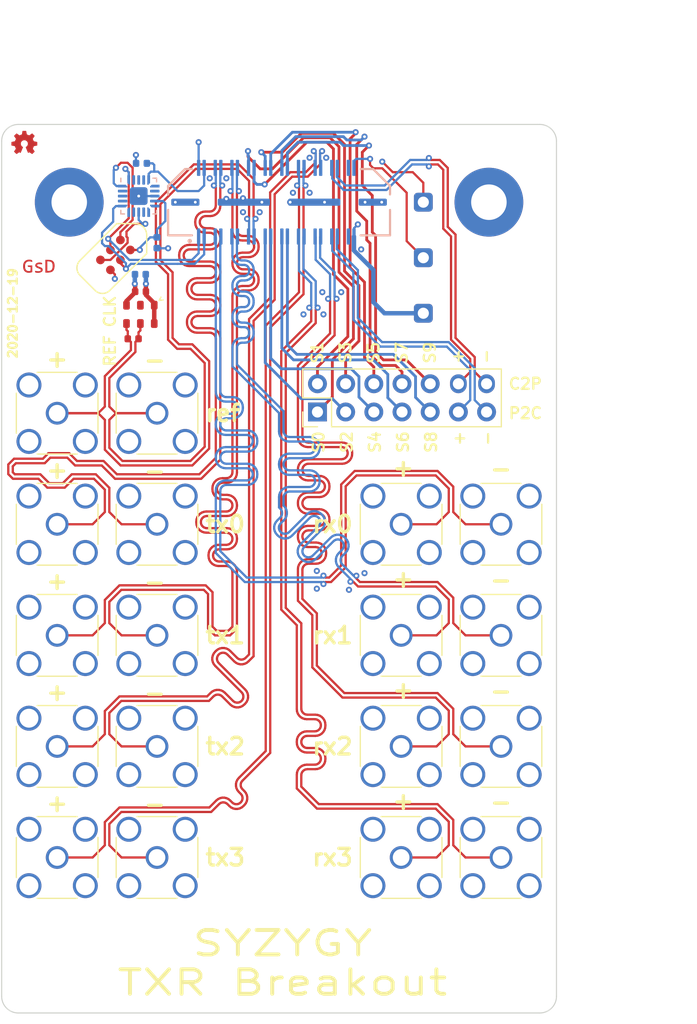
<source format=kicad_pcb>
(kicad_pcb (version 20221018) (generator pcbnew)
  (title_block (title "SYZYGY SGMII") (date "2020-12-08") (rev "r1.0") (company "GsD - @gregdavill"))
  (layers (0 "F.Cu" signal) (1 "In1.Cu" power) (2 "In2.Cu" signal) (31 "B.Cu" signal) (34 "B.Paste" user) (35 "F.Paste" user) (36 "B.SilkS" user "B.Silkscreen") (37 "F.SilkS" user "F.Silkscreen") (38 "B.Mask" user) (39 "F.Mask" user) (44 "Edge.Cuts" user))
  (net 0 "")
  (net 1 "GND")
  (net 2 "+3V3")
  (net 3 "/Peripheral MCU/MISO")
  (net 4 "/Peripheral MCU/~{RESET}")
  (net 5 "/SCL")
  (net 6 "/SDA")
  (net 7 "/RGA")
  (net 8 "/RX0_P")
  (net 9 "/VCCIO")
  (net 10 "/TX0_P")
  (net 11 "/RX0_N")
  (net 12 "/TX0_N")
  (net 13 "/S4")
  (net 14 "/S5")
  (net 15 "/S6")
  (net 16 "/S7")
  (net 17 "/S8")
  (net 18 "/S9")
  (net 19 "/P2C_CLK_P")
  (net 20 "Net-(J1-Pad38)")
  (net 21 "Net-(J1-Pad37)")
  (net 22 "/C2P_CLK_P")
  (net 23 "/P2C_CLK_N")
  (net 24 "/C2P_CLK_N")
  (net 25 "/S0")
  (net 26 "/S1")
  (net 27 "/S2")
  (net 28 "/S3")
  (net 29 "no_connect_55")
  (net 30 "no_connect_56")
  (net 31 "no_connect_51")
  (net 32 "no_connect_52")
  (net 33 "no_connect_53")
  (net 34 "Net-(U2-Pad2)")
  (net 35 "Net-(U2-Pad3)")
  (net 36 "Net-(U2-Pad4)")
  (net 37 "Net-(U2-Pad11)")
  (net 38 "Net-(U2-Pad12)")
  (net 39 "Net-(U2-Pad14)")
  (net 40 "Net-(U2-Pad15)")
  (net 41 "no_connect_54")
  (net 42 "/REFCLK_P")
  (net 43 "/RX1_P")
  (net 44 "/TX1_P")
  (net 45 "/RX1_N")
  (net 46 "/TX1_N")
  (net 47 "/RX3_P")
  (net 48 "/TX3_P")
  (net 49 "/RX3_N")
  (net 50 "/TX3_N")
  (net 51 "/RX2_P")
  (net 52 "/TX2_P")
  (net 53 "/RX2_N")
  (net 54 "/TX2_N")
  (net 55 "/REFCLK_N")
  (net 56 "+5V")
  (footprint "pkl_tag_connect:TC2030-NL_SMALL" (layer "F.Cu") (at 115.25 92.95 -135)
    (fp_text reference "J3" hide)
    (fp_text value "TagConnect" hide)
  )
  (footprint "Connector_PinHeader_2.54mm:PinHeader_1x01_P2.54mm_Vertical" (layer "F.Cu") (at 143 93.2)
    (fp_text reference "J11" hide)
    (fp_text value "Conn_01x01_Male" hide)
  )
  (footprint "Connector_Coaxial:SMA_Amphenol_132134_Vertical" (layer "F.Cu") (at 141 127.2)
    (fp_text reference "J13" hide)
    (fp_text value "sma jack" hide)
  )
  (footprint "Connector_Coaxial:SMA_Amphenol_132134_Vertical" (layer "F.Cu") (at 110 137.2)
    (fp_text reference "J18" hide)
    (fp_text value "sma jack" hide)
  )
  (footprint "Connector_Coaxial:SMA_Amphenol_132134_Vertical" (layer "F.Cu") (at 150 147.2)
    (fp_text reference "J23" hide)
    (fp_text value "sma jack" hide)
  )
  (footprint "Connector_Coaxial:SMA_Amphenol_132134_Vertical" (layer "F.Cu") (at 141 117.2)
    (fp_text reference "J4" hide)
    (fp_text value "sma jack" hide)
  )
  (footprint "gkl_logos:oshw_small" (layer "F.Cu") (at 107.05 82.85)
    (fp_text reference "G***" hide)
    (fp_text value "LOGO" hide)
  )
  (footprint "MountingHole:MountingHole_3.2mm_M3" (layer "F.Cu") (at 110 98.2 180)
    (fp_text reference "H4" hide)
    (fp_text value "MountingHole" hide)
  )
  (footprint "MountingHole:MountingHole_3.2mm_M3" (layer "F.Cu") (at 150 98.2)
    (fp_text reference "H2" hide)
    (fp_text value "MountingHole" hide)
  )
  (footprint "Connector_Coaxial:SMA_Amphenol_132134_Vertical" (layer "F.Cu") (at 119 117.2)
    (fp_text reference "J8" hide)
    (fp_text value "sma jack" hide)
  )
  (footprint "MountingHole:MountingHole_3.2mm_M3" (layer "F.Cu") (at 110 156.2)
    (fp_text reference "H1" hide)
    (fp_text value "MountingHole" hide)
  )
  (footprint "gkl_logos:gsd_logo_small" (layer "F.Cu") (at 108.35 94.05)
    (fp_text reference "G***" hide)
    (fp_text value "LOGO" hide)
  )
  (footprint "Connector_Coaxial:SMA_Amphenol_132134_Vertical" (layer "F.Cu") (at 119 137.2)
    (fp_text reference "J20" hide)
    (fp_text value "sma jack" hide)
  )
  (footprint "Connector_PinHeader_2.54mm:PinHeader_1x01_P2.54mm_Vertical" (layer "F.Cu") (at 143 88.2)
    (fp_text reference "J10" hide)
    (fp_text value "Conn_01x01_Male" hide)
  )
  (footprint "Resistor_SMD:R_0402_1005Metric" (layer "F.Cu") (at 116.85 100.5 180)
    (fp_text reference "R16" hide)
    (fp_text value "100R" hide)
  )
  (footprint "Connector_Coaxial:SMA_Amphenol_132134_Vertical" (layer "F.Cu") (at 150 127.2)
    (fp_text reference "J15" hide)
    (fp_text value "sma jack" hide)
  )
  (footprint "Connector_Coaxial:SMA_Amphenol_132134_Vertical" (layer "F.Cu") (at 119 107.2)
    (fp_text reference "J6" hide)
    (fp_text value "sma jack" hide)
  )
  (footprint "Connector_Coaxial:SMA_Amphenol_132134_Vertical" (layer "F.Cu") (at 141 137.2)
    (fp_text reference "J17" hide)
    (fp_text value "sma jack" hide)
  )
  (footprint "Connector_Coaxial:SMA_Amphenol_132134_Vertical" (layer "F.Cu") (at 110 117.2)
    (fp_text reference "J5" hide)
    (fp_text value "sma jack" hide)
  )
  (footprint "Connector_Coaxial:SMA_Amphenol_132134_Vertical" (layer "F.Cu") (at 110 147.2)
    (fp_text reference "J22" hide)
    (fp_text value "sma jack" hide)
  )
  (footprint "Connector_Coaxial:SMA_Amphenol_132134_Vertical" (layer "F.Cu") (at 110 127.2)
    (fp_text reference "J14" hide)
    (fp_text value "sma jack" hide)
  )
  (footprint "Connector_Coaxial:SMA_Amphenol_132134_Vertical" (layer "F.Cu") (at 119 127.2)
    (fp_text reference "J16" hide)
    (fp_text value "sma jack" hide)
  )
  (footprint "Capacitor_SMD:C_0402_1005Metric" (layer "F.Cu") (at 117.515 96.25 180)
    (fp_text reference "C32" hide)
    (fp_text value "0.1uF" hide)
  )
  (footprint "Oscillator:Oscillator_SMD_Silicon_Labs_LGA-6_2.5x3.2mm_P1.25mm" (layer "F.Cu") (at 117.5 98.3 -90)
    (fp_text reference "X1" hide)
    (fp_text value "SG3225VAN" hide)
  )
  (footprint "Connector_PinHeader_2.54mm:PinHeader_2x07_P2.54mm_Vertical" (layer "F.Cu") (at 133.46 107.09 90)
    (fp_text reference "J9" hide)
    (fp_text value "Conn_02x07_Odd_Even" hide)
  )
  (footprint "Connector_PinHeader_2.54mm:PinHeader_1x01_P2.54mm_Vertical" (layer "F.Cu") (at 143 98.2)
    (fp_text reference "J12" hide)
    (fp_text value "Conn_01x01_Male" hide)
  )
  (footprint "Connector_Coaxial:SMA_Amphenol_132134_Vertical" (layer "F.Cu") (at 141 147.2)
    (fp_text reference "J21" hide)
    (fp_text value "sma jack" hide)
  )
  (footprint "MountingHole:MountingHole_3.2mm_M3" (layer "F.Cu") (at 150 156.2)
    (fp_text reference "H3" hide)
    (fp_text value "MountingHole" hide)
  )
  (footprint "Connector_Coaxial:SMA_Amphenol_132134_Vertical" (layer "F.Cu") (at 150 137.2)
    (fp_text reference "J19" hide)
    (fp_text value "sma jack" hide)
  )
  (footprint "Connector_Coaxial:SMA_Amphenol_132134_Vertical" (layer "F.Cu") (at 150 117.2)
    (fp_text reference "J7" hide)
    (fp_text value "sma jack" hide)
  )
  (footprint "Connector_Coaxial:SMA_Amphenol_132134_Vertical" (layer "F.Cu") (at 110 107.2)
    (fp_text reference "J2" hide)
    (fp_text value "sma jack" hide)
  )
  (footprint "Connector_Coaxial:SMA_Amphenol_132134_Vertical" (layer "F.Cu") (at 119 147.2)
    (fp_text reference "J24" hide)
    (fp_text value "sma jack" hide)
  )
  (footprint "Package_DFN_QFN:QFN-20-1EP_3x3mm_P0.45mm_EP1.6x1.6mm" (layer "B.Cu") (at 117.35 87.65 -90)
    (fp_text reference "U2" hide)
    (fp_text value "ATtiny44A-MMH" hide)
  )
  (footprint "Resistor_SMD:R_0402_1005Metric" (layer "B.Cu") (at 117.6 84.7)
    (fp_text reference "R15" hide)
    (fp_text value "10K" hide)
  )
  (footprint "Capacitor_SMD:C_0402_1005Metric" (layer "B.Cu") (at 119 91.85 -90)
    (fp_text reference "C9" hide)
    (fp_text value "0.1uF" hide)
  )
  (footprint "Capacitor_SMD:C_0402_1005Metric" (layer "B.Cu") (at 117.5 94.7 180)
    (fp_text reference "C10" hide)
    (fp_text value "1uF" hide)
  )
  (footprint "gsd-footprints:SYZYGY-TXR-POD" (layer "B.Cu") (at 130 88.2 180)
    (fp_text reference "J1" hide)
    (fp_text value "SYZYGY-TXR-4" hide)
  )
  (gr_line (start 106.5 81.2) (end 153.5 81.2) (stroke (width 0.1)) (layer "Edge.Cuts"))
  (gr_line (start 105 159.7) (end 105 82.7) (stroke (width 0.1)) (layer "Edge.Cuts"))
  (gr_arc (start 105 82.7) (mid 105.43934 81.63934) (end 106.5 81.2) (stroke (width 0.1)) (layer "Edge.Cuts"))
  (gr_arc (start 153.5 81.2) (mid 154.56066 81.63934) (end 155 82.7) (stroke (width 0.1)) (layer "Edge.Cuts"))
  (gr_line (start 155 82.7) (end 155 159.700001) (stroke (width 0.1)) (layer "Edge.Cuts"))
  (gr_arc (start 155 159.700001) (mid 154.560659 160.760661) (end 153.499999 161.2) (stroke (width 0.1)) (layer "Edge.Cuts"))
  (gr_line (start 153.499999 161.2) (end 106.500001 161.2) (stroke (width 0.1)) (layer "Edge.Cuts"))
  (gr_arc (start 106.5 161.2) (mid 105.43934 160.76066) (end 105 159.7) (stroke (width 0.1)) (layer "Edge.Cuts"))
  (gr_text "-" (at 150 142.2) (layer "F.SilkS") (effects (font (size 1.5 1.5) (thickness 0.3))))
  (gr_text "+" (at 141.2 132.1) (layer "F.SilkS") (effects (font (size 1.5 1.5) (thickness 0.3))))
  (gr_text "+" (at 146.116665 102.083334 90) (layer "F.SilkS") (effects (font (size 1 1) (thickness 0.2))))
  (gr_text "rx2" (at 136.8 137.2) (layer "F.SilkS") (effects (font (size 1.5 1.5) (thickness 0.3)) (justify right)))
  (gr_text "P2C" (at 152.2 107.2) (layer "F.SilkS") (effects (font (size 1 1) (thickness 0.2))))
  (gr_text "-" (at 118.8 102.4) (layer "F.SilkS") (effects (font (size 1.5 1.5) (thickness 0.3))))
  (gr_text "+" (at 110 112.3) (layer "F.SilkS") (effects (font (size 1.5 1.5) (thickness 0.3))))
  (gr_text "rx1" (at 136.8 127.2) (layer "F.SilkS") (effects (font (size 1.5 1.5) (thickness 0.3)) (justify right)))
  (gr_text "REF CLK" (at 114.75 99.8 90) (layer "F.SilkS") (effects (font (size 1 1) (thickness 0.2))))
  (gr_text "S1" (at 133.45 101.75 90) (layer "F.SilkS") (effects (font (size 1 1) (thickness 0.2))))
  (gr_text "S5" (at 138.516666 101.75 90) (layer "F.SilkS") (effects (font (size 1 1) (thickness 0.2))))
  (gr_text "S8" (at 143.7 109.8 90) (layer "F.SilkS") (effects (font (size 1 1) (thickness 0.2))))
  (gr_text "-" (at 150 122.2) (layer "F.SilkS") (effects (font (size 1.5 1.5) (thickness 0.3))))
  (gr_text "tx2\n" (at 123.2 137.2) (layer "F.SilkS") (effects (font (size 1.5 1.5) (thickness 0.3)) (justify left)))
  (gr_text "+" (at 146.233333 109.466667 90) (layer "F.SilkS") (effects (font (size 1 1) (thickness 0.2))))
  (gr_text "S7" (at 141.049999 101.75 90) (layer "F.SilkS") (effects (font (size 1 1) (thickness 0.2))))
  (gr_text "S3" (at 135.983333 101.75 90) (layer "F.SilkS") (effects (font (size 1 1) (thickness 0.2))))
  (gr_text "tx1" (at 123.2 127.2) (layer "F.SilkS") (effects (font (size 1.5 1.5) (thickness 0.3)) (justify left)))
  (gr_text "rx3" (at 136.8 147.2) (layer "F.SilkS") (effects (font (size 1.5 1.5) (thickness 0.3)) (justify right)))
  (gr_text "tx0" (at 123.2 117.2) (layer "F.SilkS") (effects (font (size 1.5 1.5) (thickness 0.3)) (justify left)))
  (gr_text "-" (at 148.65 102.083334 90) (layer "F.SilkS") (effects (font (size 1 1) (thickness 0.2))))
  (gr_text "-" (at 150 112.2) (layer "F.SilkS") (effects (font (size 1.5 1.5) (thickness 0.3))))
  (gr_text "-" (at 118.8 132.4) (layer "F.SilkS") (effects (font (size 1.5 1.5) (thickness 0.3))))
  (gr_text "S9\n" (at 143.583332 101.75 90) (layer "F.SilkS") (effects (font (size 1 1) (thickness 0.2))))
  (gr_text "+" (at 141.2 142.1) (layer "F.SilkS") (effects (font (size 1.5 1.5) (thickness 0.3))))
  (gr_text "S6" (at 141.166667 109.8 90) (layer "F.SilkS") (effects (font (size 1 1) (thickness 0.2))))
  (gr_text "+" (at 110 132.3) (layer "F.SilkS") (effects (font (size 1.5 1.5) (thickness 0.3))))
  (gr_text "+" (at 110 102.3) (layer "F.SilkS") (effects (font (size 1.5 1.5) (thickness 0.3))))
  (gr_text "-" (at 118.8 142.4) (layer "F.SilkS") (effects (font (size 1.5 1.5) (thickness 0.3))))
  (gr_text "ref" (at 123.2 107.2) (layer "F.SilkS") (effects (font (size 1.5 1.5) (thickness 0.3)) (justify left)))
  (gr_text "S0" (at 133.566668 109.8 90) (layer "F.SilkS") (effects (font (size 1 1) (thickness 0.2))))
  (gr_text "S4" (at 138.633334 109.8 90) (layer "F.SilkS") (effects (font (size 1 1) (thickness 0.2))))
  (gr_text "2020-12-19" (at 106 98.2 90) (layer "F.SilkS") (effects (font (size 0.8 0.8) (thickness 0.2))))
  (gr_text "-" (at 148.766668 109.466667 90) (layer "F.SilkS") (effects (font (size 1 1) (thickness 0.2))))
  (gr_text "SYZYGY\nTXR Breakout" (at 130.3 156.7) (layer "F.SilkS") (effects (font (size 2.2 2.959) (thickness 0.35))))
  (gr_text "S2" (at 136.100001 109.8 90) (layer "F.SilkS") (effects (font (size 1 1) (thickness 0.2))))
  (gr_text "C2P" (at 152.2 104.55) (layer "F.SilkS") (effects (font (size 1 1) (thickness 0.2))))
  (gr_text "rx0\n" (at 136.8 117.2) (layer "F.SilkS") (effects (font (size 1.5 1.5) (thickness 0.3)) (justify right)))
  (gr_text "+" (at 141.2 122.1) (layer "F.SilkS") (effects (font (size 1.5 1.5) (thickness 0.3))))
  (gr_text "+" (at 110 122.3) (layer "F.SilkS") (effects (font (size 1.5 1.5) (thickness 0.3))))
  (gr_text "-" (at 118.8 112.4) (layer "F.SilkS") (effects (font (size 1.5 1.5) (thickness 0.3))))
  (gr_text "+" (at 141.2 112.1) (layer "F.SilkS") (effects (font (size 1.5 1.5) (thickness 0.3))))
  (gr_text "-" (at 150 132.2) (layer "F.SilkS") (effects (font (size 1.5 1.5) (thickness 0.3))))
  (gr_text "-" (at 118.8 122.4) (layer "F.SilkS") (effects (font (size 1.5 1.5) (thickness 0.3))))
  (gr_text "tx3" (at 123.2 147.2) (layer "F.SilkS") (effects (font (size 1.5 1.5) (thickness 0.3)) (justify left)))
  (gr_text "+" (at 110 142.3) (layer "F.SilkS") (effects (font (size 1.5 1.5) (thickness 0.3))))
  (segment (start 115.2 94.696051) (end 115.2 95.1) (width 0.2) (layer "F.Cu") (net 1))
  (segment (start 117.03 96.32) (end 117.03 96.25) (width 0.4) (layer "F.Cu") (net 1))
  (segment (start 117.03 95.58) (end 117.03 96.25) (width 0.4) (layer "F.Cu") (net 1))
  (segment (start 116.25 97.1) (end 117.03 96.32) (width 0.4) (layer "F.Cu") (net 1))
  (segment (start 114.800987 94.297038) (end 115.2 94.696051) (width 0.2) (layer "F.Cu") (net 1))
  (segment (start 117 95.55) (end 117.03 95.58) (width 0.4) (layer "F.Cu") (net 1))
  (segment (start 116.25 97.475) (end 116.25 97.1) (width 0.4) (layer "F.Cu") (net 1))
  (via (at 122.45 88.2) (size 0.55) (drill 0.25) (layers "F.Cu" "B.Cu") (net 1))
  (via (at 132.75 87.35) (size 0.55) (drill 0.25) (layers "F.Cu" "B.Cu") (net 1))
  (via (at 133.4 123) (size 0.55) (drill 0.25) (layers "F.Cu" "B.Cu") (net 1))
  (via (at 132.2 98.3) (size 0.55) (drill 0.25) (layers "F.Cu" "B.Cu") (net 1))
  (via (at 128.25 89.1) (size 0.55) (drill 0.25) (layers "F.Cu" "B.Cu") (net 1))
  (via (at 115.2 95.1) (size 0.55) (drill 0.25) (layers "F.Cu" "B.Cu") (net 1))
  (via (at 133.4 121.4) (size 0.55) (drill 0.25) (layers "F.Cu" "B.Cu") (net 1))
  (via (at 125.25 87.9) (size 0.55) (drill 0.25) (layers "F.Cu" "B.Cu") (net 1))
  (via (at 131.25 87.35) (size 0.55) (drill 0.25) (layers "F.Cu" "B.Cu") (net 1))
  (via (at 120.65 88.2) (size 0.55) (drill 0.25) (layers "F.Cu" "B.Cu") (net 1))
  (via (at 134 98.3) (size 0.55) (drill 0.25) (layers "F.Cu" "B.Cu") (net 1))
  (via (at 133.9 96.3) (size 0.55) (drill 0.25) (layers "F.Cu" "B.Cu") (net 1))
  (via (at 117 95.55) (size 0.55) (drill 0.25) (layers "F.Cu" "B.Cu") (net 1))
  (via (at 123.75 86.05) (size 0.55) (drill 0.25) (layers "F.Cu" "B.Cu") (net 1))
  (via (at 117.35 87.65) (size 0.55) (drill 0.25) (layers "F.Cu" "B.Cu") (net 1))
  (via (at 135.6 96.3) (size 0.55) (drill 0.25) (layers "F.Cu" "B.Cu") (net 1))
  (via (at 128.45 88.2) (size 0.55) (drill 0.25) (layers "F.Cu" "B.Cu") (net 1))
  (via (at 137.4 92.45) (size 0.55) (drill 0.25) (layers "F.Cu" "B.Cu") (net 1))
  (via (at 137.75 88.2) (size 0.55) (drill 0.25) (layers "F.Cu" "B.Cu") (net 1))
  (via (at 139.25 88.2) (size 0.55) (drill 0.25) (layers "F.Cu" "B.Cu") (net 1))
  (via (at 125.25 86.05) (size 0.55) (drill 0.25) (layers "F.Cu" "B.Cu") (net 1))
  (via (at 120 92.35) (size 0.55) (drill 0.25) (layers "F.Cu" "B.Cu") (net 1))
  (via (at 132.75 84.2) (size 0.55) (drill 0.25) (layers "F.Cu" "B.Cu") (net 1))
  (via (at 134.1 88.2) (size 0.55) (drill 0.25) (layers "F.Cu" "B.Cu") (net 1))
  (via (at 126.75 87.85) (size 0.55) (drill 0.25) (layers "F.Cu" "B.Cu") (net 1))
  (via (at 134.25 84.2) (size 0.55) (drill 0.25) (layers "F.Cu" "B.Cu") (net 1))
  (via (at 131 88.2) (size 0.55) (drill 0.25) (layers "F.Cu" "B.Cu") (net 1))
  (via (at 136.3 123.1) (size 0.55) (drill 0.25) (layers "F.Cu" "B.Cu") (net 1))
  (via (at 126.75 89.1) (size 0.55) (drill 0.25) (layers "F.Cu" "B.Cu") (net 1))
  (via (at 137.7 121.6) (size 0.55) (drill 0.25) (layers "F.Cu" "B.Cu") (net 1))
  (segment (start 117 95.55) (end 117 94.715) (width 0.4) (layer "B.Cu") (net 1))
  (segment (start 117 94.715) (end 117.015 94.7) (width 0.4) (layer "B.Cu") (net 1))
  (segment (start 119.015 92.35) (end 120 92.35) (width 0.2) (layer "B.Cu") (net 1))
  (segment (start 118.8 87.65) (end 117.35 87.65) (width 0.2) (layer "B.Cu") (net 1))
  (segment (start 119 92.335) (end 119.015 92.35) (width 0.2) (layer "B.Cu") (net 1))
  (segment (start 141.5 87.35) (end 139.3 85.15) (width 0.2) (layer "F.Cu") (net 2))
  (segment (start 118.75 99.125) (end 118.75 97.475) (width 0.4) (layer "F.Cu") (net 2))
  (segment (start 117.449013 92.500987) (end 116.597038 92.500987) (width 0.2) (layer "F.Cu") (net 2))
  (segment (start 138.2 84.85) (end 138.2 84.3) (width 0.2) (layer "F.Cu") (net 2))
  (segment (start 139.3 85.15) (end 138.5 85.15) (width 0.2) (layer "F.Cu") (net 2))
  (segment (start 138.5 85.15) (end 138.2 84.85) (width 0.2) (layer "F.Cu") (net 2))
  (segment (start 141.5 91.7) (end 141.5 87.35) (width 0.2) (layer "F.Cu") (net 2))
  (segment (start 118 96.55) (end 118 96.25) (width 0.4) (layer "F.Cu") (net 2))
  (segment (start 118.75 97.3) (end 118 96.55) (width 0.4) (layer "F.Cu") (net 2))
  (segment (start 117.45 92.5) (end 117.449013 92.500987) (width 0.2) (layer "F.Cu") (net 2))
  (segment (start 118.000001 95.550001) (end 118 95.55) (width 0.4) (layer "F.Cu") (net 2))
  (segment (start 143 93.2) (end 141.5 91.7) (width 0.2) (layer "F.Cu") (net 2))
  (segment (start 118.75 97.475) (end 118.75 97.3) (width 0.4) (layer "F.Cu") (net 2))
  (segment (start 118.000001 96.25) (end 118.000001 95.550001) (width 0.4) (layer "F.Cu") (net 2))
  (via (at 118 95.55) (size 0.55) (drill 0.25) (layers "F.Cu" "B.Cu") (net 2))
  (via (at 138.2 84.3) (size 0.55) (drill 0.25) (layers "F.Cu" "B.Cu") (net 2))
  (via (at 117.1 83.95) (size 0.55) (drill 0.25) (layers "F.Cu" "B.Cu") (net 2))
  (via (at 117.45 92.5) (size 0.55) (drill 0.25) (layers "F.Cu" "B.Cu") (net 2))
  (segment (start 136.95 84.3) (end 136.75 84.5) (width 0.2) (layer "B.Cu") (net 2))
  (segment (start 117.45 92.5) (end 117.45 92.3) (width 0.2) (layer "B.Cu") (net 2))
  (segment (start 119.75 88.3) (end 119.75 89.9) (width 0.2) (layer "B.Cu") (net 2))
  (segment (start 119 90.65) (end 119 91.35) (width 0.2) (layer "B.Cu") (net 2))
  (segment (start 119.55 88.1) (end 119.75 88.3) (width 0.2) (layer "B.Cu") (net 2))
  (segment (start 119.75 89.9) (end 119 90.65) (width 0.2) (layer "B.Cu") (net 2))
  (segment (start 118 95.55) (end 118 94.715) (width 0.4) (layer "B.Cu") (net 2))
  (segment (start 118 94.715) (end 117.985 94.7) (width 0.4) (layer "B.Cu") (net 2))
  (segment (start 118.8 88.1) (end 119.55 88.1) (width 0.2) (layer "B.Cu") (net 2))
  (segment (start 136.75 84.5) (end 136.75 85.11) (width 0.2) (layer "B.Cu") (net 2))
  (segment (start 138.2 84.3) (end 136.95 84.3) (width 0.2) (layer "B.Cu") (net 2))
  (segment (start 117.1 84.685) (end 117.1 83.95) (width 0.2) (layer "B.Cu") (net 2))
  (segment (start 117.45 92.3) (end 118.385 91.365) (width 0.2) (layer "B.Cu") (net 2))
  (segment (start 117.115 84.7) (end 117.1 84.685) (width 0.2) (layer "B.Cu") (net 2))
  (segment (start 118.385 91.365) (end 119 91.365) (width 0.2) (layer "B.Cu") (net 2))
  (segment (start 116.8 89.8) (end 116.8 85.1) (width 0.2) (layer "F.Cu") (net 3))
  (segment (start 115.699013 91.602962) (end 115.699013 90.900987) (width 0.2) (layer "F.Cu") (net 3))
  (segment (start 116.35 84.65) (end 115.75 84.65) (width 0.2) (layer "F.Cu") (net 3))
  (segment (start 116.8 85.1) (end 116.35 84.65) (width 0.2) (layer "F.Cu") (net 3))
  (segment (start 115.699013 90.900987) (end 116.8 89.8) (width 0.2) (layer "F.Cu") (net 3))
  (segment (start 115.75 84.65) (end 115.3 85.1) (width 0.2) (layer "F.Cu") (net 3))
  (via (at 115.3 85.1) (size 0.55) (drill 0.25) (layers "F.Cu" "B.Cu") (net 3))
  (segment (start 115.3 85.1) (end 115.1 85.3) (width 0.2) (layer "B.Cu") (net 3))
  (segment (start 115.1 86.5) (end 115.35 86.75) (width 0.2) (layer "B.Cu") (net 3))
  (segment (start 115.1 85.3) (end 115.1 86.5) (width 0.2) (layer "B.Cu") (net 3))
  (segment (start 115.35 86.75) (end 115.9 86.75) (width 0.2) (layer "B.Cu") (net 3))
  (segment (start 116.35 91.4) (end 116.25 91.3) (width 0.2) (layer "F.Cu") (net 4))
  (segment (start 116.35 91.85) (end 116.35 91.4) (width 0.2) (layer "F.Cu") (net 4))
  (segment (start 114.800987 93.399013) (end 116.35 91.85) (width 0.2) (layer "F.Cu") (net 4))
  (segment (start 116.95 90.15) (end 117.95 90.15) (width 0.2) (layer "F.Cu") (net 4))
  (segment (start 113.902962 93.399013) (end 114.800987 93.399013) (width 0.2) (layer "F.Cu") (net 4))
  (segment (start 116.25 91.3) (end 116.25 90.85) (width 0.2) (layer "F.Cu") (net 4))
  (segment (start 116.25 90.85) (end 116.95 90.15) (width 0.2) (layer "F.Cu") (net 4))
  (via (at 117.95 90.15) (size 0.55) (drill 0.25) (layers "F.Cu" "B.Cu") (net 4))
  (segment (start 117.95 90.15) (end 117.7 90.15) (width 0.2) (layer "B.Cu") (net 4))
  (segment (start 117.7 90.15) (end 117.35 89.8) (width 0.2) (layer "B.Cu") (net 4))
  (segment (start 117.35 89.8) (end 117.35 89.1) (width 0.2) (layer "B.Cu") (net 4))
  (segment (start 114.6 91.5) (end 114.800987 91.700987) (width 0.2) (layer "F.Cu") (net 5))
  (segment (start 116.45 85.5) (end 116.45 89.65) (width 0.2) (layer "F.Cu") (net 5))
  (segment (start 116.15 85.2) (end 116.45 85.5) (width 0.2) (layer "F.Cu") (net 5))
  (segment (start 114.800987 91.700987) (end 114.800987 92.500987) (width 0.2) (layer "F.Cu") (net 5))
  (segment (start 116.45 89.65) (end 114.6 91.5) (width 0.2) (layer "F.Cu") (net 5))
  (via (at 116.15 85.2) (size 0.55) (drill 0.25) (layers "F.Cu" "B.Cu") (net 5))
  (via (at 114.6 91.5) (size 0.55) (drill 0.25) (layers "F.Cu" "B.Cu") (net 5))
  (segment (start 122.15 93.4) (end 122.75 92.8) (width 0.2) (layer "B.Cu") (net 5))
  (segment (start 122.75 92.8) (end 122.75 91.29) (width 0.2) (layer "B.Cu") (net 5))
  (segment (start 120.75 93.4) (end 116.5 93.4) (width 0.2) (layer "B.Cu") (net 5))
  (segment (start 116.45 86.2) (end 116.45 85.5) (width 0.2) (layer "B.Cu") (net 5))
  (segment (start 116.5 93.4) (end 114.6 91.5) (width 0.2) (layer "B.Cu") (net 5))
  (segment (start 116.45 85.5) (end 116.15 85.2) (width 0.2) (layer "B.Cu") (net 5))
  (segment (start 120.75 93.4) (end 122.15 93.4) (width 0.2) (layer "B.Cu") (net 5))
  (segment (start 115.699013 93.699013) (end 115.699013 93.399013) (width 0.2) (layer "F.Cu") (net 6))
  (segment (start 116.2 94.2) (end 115.699013 93.699013) (width 0.2) (layer "F.Cu") (net 6))
  (via (at 116.2 94.2) (size 0.55) (drill 0.25) (layers "F.Cu" "B.Cu") (net 6))
  (segment (start 114.05 90.95) (end 115.05 89.95) (width 0.2) (layer "B.Cu") (net 6))
  (segment (start 116.2 94.2) (end 116.2 93.7) (width 0.2) (layer "B.Cu") (net 6))
  (segment (start 122.4 93.75) (end 123.25 92.9) (width 0.2) (layer "B.Cu") (net 6))
  (segment (start 115.3 88.55) (end 115.9 88.55) (width 0.2) (layer "B.Cu") (net 6))
  (segment (start 115.05 88.8) (end 115.3 88.55) (width 0.2) (layer "B.Cu") (net 6))
  (segment (start 120.85 93.75) (end 116.65 93.75) (width 0.2) (layer "B.Cu") (net 6))
  (segment (start 115.05 89.95) (end 115.05 88.8) (width 0.2) (layer "B.Cu") (net 6))
  (segment (start 114.05 91.9) (end 114.05 90.95) (width 0.2) (layer "B.Cu") (net 6))
  (segment (start 123.25 91.29) (end 123.25 92.9) (width 0.2) (layer "B.Cu") (net 6))
  (segment (start 120.85 93.75) (end 122.4 93.75) (width 0.2) (layer "B.Cu") (net 6))
  (segment (start 114.65 92.15) (end 114.3 92.15) (width 0.2) (layer "B.Cu") (net 6))
  (segment (start 116.65 93.75) (end 116.2 94.2) (width 0.2) (layer "B.Cu") (net 6))
  (segment (start 116.2 93.7) (end 114.65 92.15) (width 0.2) (layer "B.Cu") (net 6))
  (segment (start 114.3 92.15) (end 114.05 91.9) (width 0.2) (layer "B.Cu") (net 6))
  (segment (start 122.75 87.2) (end 120.85 87.2) (width 0.2) (layer "B.Cu") (net 7))
  (segment (start 123.25 86.7) (end 122.75 87.2) (width 0.2) (layer "B.Cu") (net 7))
  (segment (start 118.085 84.7) (end 118.6 84.7) (width 0.2) (layer "B.Cu") (net 7))
  (segment (start 118.6 84.7) (end 118.75 84.85) (width 0.2) (layer "B.Cu") (net 7))
  (segment (start 118.75 84.85) (end 118.75 85.45) (width 0.2) (layer "B.Cu") (net 7))
  (segment (start 118.75 85.45) (end 118.45 85.45) (width 0.2) (layer "B.Cu") (net 7))
  (segment (start 118.45 85.45) (end 118.25 85.65) (width 0.2) (layer "B.Cu") (net 7))
  (segment (start 119.1 85.45) (end 118.75 85.45) (width 0.2) (layer "B.Cu") (net 7))
  (segment (start 120.85 87.2) (end 119.1 85.45) (width 0.2) (layer "B.Cu") (net 7))
  (segment (start 123.25 85.11) (end 123.25 86.7) (width 0.2) (layer "B.Cu") (net 7))
  (segment (start 118.25 85.65) (end 118.25 86.2) (width 0.2) (layer "B.Cu") (net 7))
  (segment (start 134 122.5766) (end 134.1734 122.4032) (width 0.2032) (layer "F.Cu") (net 8))
  (segment (start 134.1734 122.4032) (end 134.68417 122.4032) (width 0.2032) (layer "F.Cu") (net 8))
  (segment (start 136.98417 112.8032) (end 144.11583 112.8032) (width 0.2032) (layer "F.Cu") (net 8))
  (segment (start 136.0032 121.08417) (end 136.0032 113.78417) (width 0.2032) (layer "F.Cu") (net 8))
  (segment (start 136.0032 113.78417) (end 136.98417 112.8032) (width 0.2032) (layer "F.Cu") (net 8))
  (segment (start 144.11583 112.8032) (end 145.2936 113.98097) (width 0.2032) (layer "F.Cu") (net 8))
  (segment (start 134.68417 122.4032) (end 136.0032 121.08417) (width 0.2032) (layer "F.Cu") (net 8))
  (segment (start 145.2936 116.1) (end 144.1936 117.2) (width 0.2032) (layer "F.Cu") (net 8))
  (segment (start 144.1936 117.2) (end 140.9968 117.2) (width 0.2032) (layer "F.Cu") (net 8))
  (segment (start 145.2936 113.98097) (end 145.2936 116.1) (width 0.2032) (layer "F.Cu") (net 8))
  (via (at 134 122.5766) (size 0.55) (drill 0.25) (layers "F.Cu" "B.Cu") (net 8))
  (segment (start 127.320372 113.195849) (end 127.204799 113.23629) (width 0.2032) (layer "B.Cu") (net 8))
  (segment (start 124.634952 108.960458) (end 124.805241 109.067458) (width 0.2032) (layer "B.Cu") (net 8))
  (segment (start 124.634952 107.445941) (end 124.492742 107.588151) (width 0.2032) (layer "B.Cu") (net 8))
  (segment (start 124.385742 113.75844) (end 124.319318 113.94827) (width 0.2032) (layer "B.Cu") (net 8))
  (segment (start 133.8266 122.4032) (end 134 122.5766) (width 0.2032) (layer "B.Cu") (net 8))
  (segment (start 127.51063 113.044124) (end 127.424049 113.130705) (width 0.2032) (layer "B.Cu") (net 8))
  (segment (start 126.329924 106.7032) (end 126.316215 106.824874) (width 0.2032) (layer "B.Cu") (net 8))
  (segment (start 124.492742 111.818248) (end 124.634952 111.960458) (width 0.2032) (layer "B.Cu") (net 8))
  (segment (start 124.385742 110.75844) (end 124.319318 110.94827) (width 0.2032) (layer "B.Cu") (net 8))
  (segment (start 124.995071 107.272517) (end 124.805241 107.338941) (width 0.2032) (layer "B.Cu") (net 8))
  (segment (start 125.783124 107.25) (end 125.194921 107.25) (width 0.2032) (layer "B.Cu") (net 8))
  (segment (start 124.634952 110.445941) (end 124.492742 110.588151) (width 0.2032) (layer "B.Cu") (net 8))
  (segment (start 124.2968 111.258279) (end 124.319318 111.458129) (width 0.2032) (layer "B.Cu") (net 8))
  (segment (start 127.616215 109.824874) (end 127.575774 109.940447) (width 0.2032) (layer "B.Cu") (net 8))
  (segment (start 127.575774 112.940447) (end 127.51063 113.044124) (width 0.2032) (layer "B.Cu") (net 8))
  (segment (start 125.194921 110.25) (end 124.995071 110.272517) (width 0.2032) (layer "B.Cu") (net 8))
  (segment (start 124.995071 106.133882) (end 125.194921 106.1564) (width 0.2032) (layer "B.Cu") (net 8))
  (segment (start 124.385742 107.75844) (end 124.319318 107.94827) (width 0.2032) (layer "B.Cu") (net 8))
  (segment (start 124.2968 114.14812) (end 124.2968 119.78417) (width 0.2032) (layer "B.Cu") (net 8))
  (segment (start 127.204799 113.23629) (end 127.083124 113.25) (width 0.2032) (layer "B.Cu") (net 8))
  (segment (start 124.634952 105.960458) (end 124.805241 106.067458) (width 0.2032) (layer "B.Cu") (net 8))
  (segment (start 127.083124 113.25) (end 125.194921 113.25) (width 0.2032) (layer "B.Cu") (net 8))
  (segment (start 124.995071 113.272517) (end 124.805241 113.338941) (width 0.2032) (layer "B.Cu") (net 8))
  (segment (start 126.316215 106.581525) (end 126.329924 106.7032) (width 0.2032) (layer "B.Cu") (net 8))
  (segment (start 124.995071 109.133882) (end 125.194921 109.1564) (width 0.2032) (layer "B.Cu") (net 8))
  (segment (start 127.204799 112.170109) (end 127.320372 112.21055) (width 0.2032) (layer "B.Cu") (net 8))
  (segment (start 124.2968 108.258279) (end 124.319318 108.458129) (width 0.2032) (layer "B.Cu") (net 8))
  (segment (start 127.424049 112.275694) (end 127.51063 112.362275) (width 0.2032) (layer "B.Cu") (net 8))
  (segment (start 124.492742 107.588151) (end 124.385742 107.75844) (width 0.2032) (layer "B.Cu") (net 8))
  (segment (start 127.424049 110.130705) (end 127.320372 110.195849) (width 0.2032) (layer "B.Cu") (net 8))
  (segment (start 125.904799 107.23629) (end 125.783124 107.25) (width 0.2032) (layer "B.Cu") (net 8))
  (segment (start 125.194921 107.25) (end 124.995071 107.272517) (width 0.2032) (layer "B.Cu") (net 8))
  (segment (start 127.616215 112.581525) (end 127.629924 112.7032) (width 0.2032) (layer "B.Cu") (net 8))
  (segment (start 124.2968 119.78417) (end 126.91583 122.4032) (width 0.2032) (layer "B.Cu") (net 8))
  (segment (start 126.020372 106.21055) (end 126.124049 106.275694) (width 0.2032) (layer "B.Cu") (net 8))
  (segment (start 124.319318 113.94827) (end 124.2968 114.14812) (width 0.2032) (layer "B.Cu") (net 8))
  (segment (start 127.424049 113.130705) (end 127.320372 113.195849) (width 0.2032) (layer "B.Cu") (net 8))
  (segment (start 124.805241 112.067458) (end 124.995071 112.133882) (width 0.2032) (layer "B.Cu") (net 8))
  (segment (start 127.616215 109.581525) (end 127.629924 109.7032) (width 0.2032) (layer "B.Cu") (net 8))
  (segment (start 124.2968 105.258279) (end 124.319318 105.458129) (width 0.2032) (layer "B.Cu") (net 8))
  (segment (start 124.385742 111.647959) (end 124.492742 111.818248) (width 0.2032) (layer "B.Cu") (net 8))
  (segment (start 127.51063 110.044124) (end 127.424049 110.130705) (width 0.2032) (layer "B.Cu") (net 8))
  (segment (start 127.575774 112.465952) (end 127.616215 112.581525) (width 0.2032) (layer "B.Cu") (net 8))
  (segment (start 127.083124 112.1564) (end 127.204799 112.170109) (width 0.2032) (layer "B.Cu") (net 8))
  (segment (start 124.319318 111.458129) (end 124.385742 111.647959) (width 0.2032) (layer "B.Cu") (net 8))
  (segment (start 124.634952 111.960458) (end 124.805241 112.067458) (width 0.2032) (layer "B.Cu") (net 8))
  (segment (start 124.319318 105.458129) (end 124.385742 105.647959) (width 0.2032) (layer "B.Cu") (net 8))
  (segment (start 127.204799 110.23629) (end 127.083124 110.25) (width 0.2032) (layer "B.Cu") (net 8))
  (segment (start 124.995071 112.133882) (end 125.194921 112.1564) (width 0.2032) (layer "B.Cu") (net 8))
  (segment (start 124.25 91.29) (end 124.2968 91.3368) (width 0.2032) (layer "B.Cu") (net 8))
  (segment (start 125.194921 112.1564) (end 127.083124 112.1564) (width 0.2032) (layer "B.Cu") (net 8))
  (segment (start 127.51063 112.362275) (end 127.575774 112.465952) (width 0.2032) (layer "B.Cu") (net 8))
  (segment (start 124.319318 110.94827) (end 124.2968 111.14812) (width 0.2032) (layer "B.Cu") (net 8))
  (segment (start 124.492742 108.818248) (end 124.634952 108.960458) (width 0.2032) (layer "B.Cu") (net 8))
  (segment (start 124.805241 109.067458) (end 124.995071 109.133882) (width 0.2032) (layer "B.Cu") (net 8))
  (segment (start 127.629924 112.7032) (end 127.616215 112.824874) (width 0.2032) (layer "B.Cu") (net 8))
  (segment (start 124.2968 91.3368) (end 124.2968 105.258279) (width 0.2032) (layer "B.Cu") (net 8))
  (segment (start 124.995071 110.272517) (end 124.805241 110.338941) (width 0.2032) (layer "B.Cu") (net 8))
  (segment (start 126.124049 106.275694) (end 126.21063 106.362275) (width 0.2032) (layer "B.Cu") (net 8))
  (segment (start 126.91583 122.4032) (end 133.8266 122.4032) (width 0.2032) (layer "B.Cu") (net 8))
  (segment (start 125.783124 106.1564) (end 125.904799 106.170109) (width 0.2032) (layer "B.Cu") (net 8))
  (segment (start 126.316215 106.824874) (end 126.275774 106.940447) (width 0.2032) (layer "B.Cu") (net 8))
  (segment (start 124.634952 113.445941) (end 124.492742 113.588151) (width 0.2032) (layer "B.Cu") (net 8))
  (segment (start 127.51063 109.362275) (end 127.575774 109.465952) (width 0.2032) (layer "B.Cu") (net 8))
  (segment (start 127.424049 109.275694) (end 127.51063 109.362275) (width 0.2032) (layer "B.Cu") (net 8))
  (segment (start 124.2968 108.14812) (end 124.2968 108.258279) (width 0.2032) (layer "B.Cu") (net 8))
  (segment (start 124.805241 107.338941) (end 124.634952 107.445941) (width 0.2032) (layer "B.Cu") (net 8))
  (segment (start 127.320372 109.21055) (end 127.424049 109.275694) (width 0.2032) (layer "B.Cu") (net 8))
  (segment (start 127.320372 112.21055) (end 127.424049 112.275694) (width 0.2032) (layer "B.Cu") (net 8))
  (segment (start 126.020372 107.195849) (end 125.904799 107.23629) (width 0.2032) (layer "B.Cu") (net 8))
  (segment (start 125.194921 106.1564) (end 125.783124 106.1564) (width 0.2032) (layer "B.Cu") (net 8))
  (segment (start 124.492742 110.588151) (end 124.385742 110.75844) (width 0.2032) (layer "B.Cu") (net 8))
  (segment (start 124.805241 113.338941) (end 124.634952 113.445941) (width 0.2032) (layer "B.Cu") (net 8))
  (segment (start 124.492742 105.818248) (end 124.634952 105.960458) (width 0.2032) (layer "B.Cu") (net 8))
  (segment (start 126.124049 107.130705) (end 126.020372 107.195849) (width 0.2032) (layer "B.Cu") (net 8))
  (segment (start 126.275774 106.465952) (end 126.316215 106.581525) (width 0.2032) (layer "B.Cu") (net 8))
  (segment (start 127.629924 109.7032) (end 127.616215 109.824874) (width 0.2032) (layer "B.Cu") (net 8))
  (segment (start 124.385742 108.647959) (end 124.492742 108.818248) (width 0.2032) (layer "B.Cu") (net 8))
  (segment (start 124.492742 113.588151) (end 124.385742 113.75844) (width 0.2032) (layer "B.Cu") (net 8))
  (segment (start 124.805241 110.338941) (end 124.634952 110.445941) (width 0.2032) (layer "B.Cu") (net 8))
  (segment (start 126.21063 107.044124) (end 126.124049 107.130705) (width 0.2032) (layer "B.Cu") (net 8))
  (segment (start 127.575774 109.465952) (end 127.616215 109.581525) (width 0.2032) (layer "B.Cu") (net 8))
  (segment (start 124.2968 111.14812) (end 124.2968 111.258279) (width 0.2032) (layer "B.Cu") (net 8))
  (segment (start 124.385742 105.647959) (end 124.492742 105.818248) (width 0.2032) (layer "B.Cu") (net 8))
  (segment (start 125.904799 106.170109) (end 126.020372 106.21055) (width 0.2032) (layer "B.Cu") (net 8))
  (segment (start 127.083124 109.1564) (end 127.204799 109.170109) (width 0.2032) (layer "B.Cu") (net 8))
  (segment (start 126.275774 106.940447) (end 126.21063 107.044124) (width 0.2032) (layer "B.Cu") (net 8))
  (segment (start 127.204799 109.170109) (end 127.320372 109.21055) (width 0.2032) (layer "B.Cu") (net 8))
  (segment (start 127.575774 109.940447) (end 127.51063 110.044124) (width 0.2032) (layer "B.Cu") (net 8))
  (segment (start 127.616215 112.824874) (end 127.575774 112.940447) (width 0.2032) (layer "B.Cu") (net 8))
  (segment (start 125.194921 113.25) (end 124.995071 113.272517) (width 0.2032) (layer "B.Cu") (net 8))
  (segment (start 127.083124 110.25) (end 125.194921 110.25) (width 0.2032) (layer "B.Cu") (net 8))
  (segment (start 125.194921 109.1564) (end 127.083124 109.1564) (width 0.2032) (layer "B.Cu") (net 8))
  (segment (start 124.805241 106.067458) (end 124.995071 106.133882) (width 0.2032) (layer "B.Cu") (net 8))
  (segment (start 126.21063 106.362275) (end 126.275774 106.465952) (width 0.2032) (layer "B.Cu") (net 8))
  (segment (start 127.320372 110.195849) (end 127.204799 110.23629) (width 0.2032) (layer "B.Cu") (net 8))
  (segment (start 124.319318 107.94827) (end 124.2968 108.14812) (width 0.2032) (layer "B.Cu") (net 8))
  (segment (start 124.319318 108.458129) (end 124.385742 108.647959) (width 0.2032) (layer "B.Cu") (net 8))
  (via (at 137.1 90.2) (size 0.55) (drill 0.25) (layers "F.Cu" "B.Cu") (net 9))
  (segment (start 139.5 98.2) (end 143 98.2) (width 0.4) (layer "B.Cu") (net 9))
  (segment (start 136.75 92.55) (end 136.75 91.29) (width 0.4) (layer "B.Cu") (net 9))
  (segment (start 138.5 97.2) (end 139.5 98.2) (width 0.4) (layer "B.Cu") (net 9))
  (segment (start 136.75 90.55) (end 137.1 90.2) (width 0.2) (layer "B.Cu") (net 9))
  (segment (start 138.3 94.1) (end 138.5 94.3) (width 0.4) (layer "B.Cu") (net 9))
  (segment (start 138.5 94.3) (end 138.5 97.2) (width 0.4) (layer "B.Cu") (net 9))
  (segment (start 136.75 91.29) (end 136.75 90.55) (width 0.2) (layer "B.Cu") (net 9))
  (segment (start 138.3 94.1) (end 136.75 92.55) (width 0.4) (layer "B.Cu") (net 9))
  (segment (start 114.2968 114.08417) (end 114.2968 116.1) (width 0.2032) (layer "F.Cu") (net 10))
  (segment (start 124.090924 88.924305) (end 123.987247 88.989449) (width 0.2032) (layer "F.Cu") (net 10))
  (segment (start 123.345546 89.0436) (end 123.145696 89.066117) (width 0.2032) (layer "F.Cu") (net 10))
  (segment (start 122.395696 99.927482) (end 122.595546 99.95) (width 0.2032) (layer "F.Cu") (net 10))
  (segment (start 120.997426 92.94172) (end 120.997426 93.051879) (width 0.2032) (layer "F.Cu") (net 10))
  (segment (start 121.086367 92.55204) (end 121.019943 92.74187) (width 0.2032) (layer "F.Cu") (net 10))
  (segment (start 122.595546 95.0436) (end 122.395696 95.066117) (width 0.2032) (layer "F.Cu") (net 10))
  (segment (start 108.31583 113.1032) (end 109.11583 113.9032) (width 0.2032) (layer "F.Cu") (net 10))
  (segment (start 124.090924 94.924305) (end 123.987247 94.989449) (width 0.2032) (layer "F.Cu") (net 10))
  (segment (start 121.719943 98.74187) (end 121.697426 98.94172) (width 0.2032) (layer "F.Cu") (net 10))
  (segment (start 121.719943 99.251729) (end 121.786367 99.441559) (width 0.2032) (layer "F.Cu") (net 10))
  (segment (start 122.035577 95.239541) (end 121.893367 95.381751) (width 0.2032) (layer "F.Cu") (net 10))
  (segment (start 122.595546 96.95) (end 123.75 96.95) (width 0.2032) (layer "F.Cu") (net 10))
  (segment (start 123.871674 90.963709) (end 123.987247 91.00415) (width 0.2032) (layer "F.Cu") (net 10))
  (segment (start 121.893367 99.611848) (end 122.035577 99.754058) (width 0.2032) (layer "F.Cu") (net 10))
  (segment (start 111.08417 110.7968) (end 109.21583 110.7968) (width 0.2032) (layer "F.Cu") (net 10))
  (segment (start 124.242649 97.259552) (end 124.28309 97.375125) (width 0.2032) (layer "F.Cu") (net 10))
  (segment (start 122.643367 90.611848) (end 122.785577 90.754058) (width 0.2032) (layer "F.Cu") (net 10))
  (segment (start 124.242649 97.734047) (end 124.177505 97.837724) (width 0.2032) (layer "F.Cu") (net 10))
  (segment (start 124.177505 91.155875) (end 124.242649 91.259552) (width 0.2032) (layer "F.Cu") (net 10))
  (segment (start 124.28309 94.618474) (end 124.242649 94.734047) (width 0.2032) (layer "F.Cu") (net 10))
  (segment (start 121.786367 96.441559) (end 121.893367 96.611848) (width 0.2032) (layer "F.Cu") (net 10))
  (segment (start 124.2968 88.4968) (end 124.28309 88.618474) (width 0.2032) (layer "F.Cu") (net 10))
  (segment (start 124.242649 100.259552) (end 124.28309 100.375125) (width 0.2032) (layer "F.Cu") (net 10))
  (segment (start 124.177505 97.837724) (end 124.090924 97.924305) (width 0.2032) (layer "F.Cu") (net 10))
  (segment (start 122.395696 96.927482) (end 122.595546 96.95) (width 0.2032) (layer "F.Cu") (net 10))
  (segment (start 123.75 90.95) (end 123.871674 90.963709) (width 0.2032) (layer "F.Cu") (net 10))
  (segment (start 123.75 89.0436) (end 123.345546 89.0436) (width 0.2032) (layer "F.Cu") (net 10))
  (segment (start 122.595546 99.95) (end 123.75 99.95) (width 0.2032) (layer "F.Cu") (net 10))
  (segment (start 123.871674 92.02989) (end 123.75 92.0436) (width 0.2032) (layer "F.Cu") (net 10))
  (segment (start 122.955866 90.861058) (end 123.145696 90.927482) (width 0.2032) (layer "F.Cu") (net 10))
  (segment (start 121.719943 96.251729) (end 121.786367 96.441559) (width 0.2032) (layer "F.Cu") (net 10))
  (segment (start 124.28309 91.618474) (end 124.242649 91.734047) (width 0.2032) (layer "F.Cu") (net 10))
  (segment (start 106.01583 113.1032) (end 108.31583 113.1032) (width 0.2032) (layer "F.Cu") (net 10))
  (segment (start 124.177505 94.837724) (end 124.090924 94.924305) (width 0.2032) (layer "F.Cu") (net 10))
  (segment (start 121.697426 99.051879) (end 121.719943 99.251729) (width 0.2032) (layer "F.Cu") (net 10))
  (segment (start 124.28309 100.375125) (end 124.2968 100.4968) (width 0.2032) (layer "F.Cu") (net 10))
  (segment (start 124.1234 86.7) (end 124.2968 86.8734) (width 0.2032) (layer "F.Cu") (net 10))
  (segment (start 124.177505 100.155875) (end 124.242649 100.259552) (width 0.2032) (layer "F.Cu") (net 10))
  (segment (start 122.785577 89.239541) (end 122.643367 89.381751) (width 0.2032) (layer "F.Cu") (net 10))
  (segment (start 121.786367 99.441559) (end 121.893367 99.611848) (width 0.2032) (layer "F.Cu") (net 10))
  (segment (start 113.31583 113.1032) (end 114.2968 114.08417) (width 0.2032) (layer "F.Cu") (net 10))
  (segment (start 122.955866 89.132541) (end 122.785577 89.239541) (width 0.2032) (layer "F.Cu") (net 10))
  (segment (start 121.786367 98.55204) (end 121.719943 98.74187) (width 0.2032) (layer "F.Cu") (net 10))
  (segment (start 124.242649 91.259552) (end 124.28309 91.375125) (width 0.2032) (layer "F.Cu") (net 10))
  (segment (start 124.28309 94.375125) (end 124.2968 94.4968) (width 0.2032) (layer "F.Cu") (net 10))
  (segment (start 121.893367 98.381751) (end 121.786367 98.55204) (width 0.2032) (layer "F.Cu") (net 10))
  (segment (start 123.145696 89.066117) (end 122.955866 89.132541) (width 0.2032) (layer "F.Cu") (net 10))
  (segment (start 121.505866 93.861058) (end 121.695696 93.927482) (width 0.2032) (layer "F.Cu") (net 10))
  (segment (start 123.987247 94.989449) (end 123.871674 95.02989) (width 0.2032) (layer "F.Cu") (net 10))
  (segment (start 123.871674 95.02989) (end 123.75 95.0436) (width 0.2032) (layer "F.Cu") (net 10))
  (segment (start 121.695696 92.066117) (end 121.505866 92.132541) (width 0.2032) (layer "F.Cu") (net 10))
  (segment (start 121.019943 92.74187) (end 120.997426 92.94172) (width 0.2032) (layer "F.Cu") (net 10))
  (segment (start 123.987247 100.00415) (end 124.090924 100.069294) (width 0.2032) (layer "F.Cu") (net 10))
  (segment (start 122.785577 90.754058) (end 122.955866 90.861058) (width 0.2032) (layer "F.Cu") (net 10))
  (segment (start 122.205866 98.132541) (end 122.035577 98.239541) (width 0.2032) (layer "F.Cu") (net 10))
  (segment (start 123.75 93.95) (end 123.871674 93.963709) (width 0.2032) (layer "F.Cu") (net 10))
  (segment (start 121.893367 95.381751) (end 121.786367 95.55204) (width 0.2032) (layer "F.Cu") (net 10))
  (segment (start 124.090924 91.069294) (end 124.177505 91.155875) (width 0.2032) (layer "F.Cu") (net 10))
  (segment (start 124.28309 91.375125) (end 124.2968 91.4968) (width 0.2032) (layer "F.Cu") (net 10))
  (segment (start 121.193367 93.611848) (end 121.335577 93.754058) (width 0.2032) (layer "F.Cu") (net 10))
  (segment (start 120.997426 93.051879) (end 121.019943 93.251729) (width 0.2032) (layer "F.Cu") (net 10))
  (segment (start 121.697426 98.94172) (end 121.697426 99.051879) (width 0.2032) (layer "F.Cu") (net 10))
  (segment (start 123.987247 91.989449) (end 123.871674 92.02989) (width 0.2032) (layer "F.Cu") (net 10))
  (segment (start 124.2968 97.4968) (end 124.28309 97.618474) (width 0.2032) (layer "F.Cu") (net 10))
  (segment (start 123.145696 90.927482) (end 123.345546 90.95) (width 0.2032) (layer "F.Cu") (net 10))
  (segment (start 105.5968 112.68417) (end 106.01583 113.1032) (width 0.2032) (layer "F.Cu") (net 10))
  (segment (start 113.1968 117.2) (end 110 117.2) (width 0.2032) (layer "F.Cu") (net 10))
  (segment (start 123.987247 97.00415) (end 124.090924 97.069294) (width 0.2032) (layer "F.Cu") (net 10))
  (segment (start 121.505866 92.132541) (end 121.335577 92.239541) (width 0.2032) (layer "F.Cu") (net 10))
  (segment (start 114.18417 111.4968) (end 111.78417 111.4968) (width 0.2032) (layer "F.Cu") (net 10))
  (segment (start 123.987247 88.989449) (end 123.871674 89.02989) (width 0.2032) (layer "F.Cu") (net 10))
  (segment (start 123.987247 97.989449) (end 123.871674 98.02989) (width 0.2032) (layer "F.Cu") (net 10))
  (segment (start 124.177505 88.837724) (end 124.090924 88.924305) (width 0.2032) (layer "F.Cu") (net 10))
  (segment (start 123.75 98.0436) (end 122.595546 98.0436) (width 0.2032) (layer "F.Cu") (net 10))
  (segment (start 124.090924 97.069294) (end 124.177505 97.155875) (width 0.2032) (layer "F.Cu") (net 10))
  (segment (start 124.2968 91.4968) (end 124.28309 91.618474) (width 0.2032) (layer "F.Cu") (net 10))
  (segment (start 123.871674 98.02989) (end 123.75 98.0436) (width 0.2032) (layer "F.Cu") (net 10))
  (segment (start 124.242649 91.734047) (end 124.177505 91.837724) (width 0.2032) (layer "F.Cu") (net 10))
  (segment (start 122.035577 96.754058) (end 122.205866 96.861058) (width 0.2032) (layer "F.Cu") (net 10))
  (segment (start 121.893367 96.611848) (end 122.035577 96.754058) (width 0.2032) (layer "F.Cu") (net 10))
  (segment (start 122.447426 89.94172) (end 122.447426 90.051879) (width 0.2032) (layer "F.Cu") (net 10))
  (segment (start 122.205866 95.132541) (end 122.035577 95.239541) (width 0.2032) (layer "F.Cu") (net 10))
  (segment (start 105.5968 111.81583) (end 105.5968 112.68417) (width 0.2032) (layer "F.Cu") (net 10))
  (segment (start 122.469943 90.251729) (end 122.536367 90.441559) (width 0.2032) (layer "F.Cu") (net 10))
  (segment (start 106.11583 111.2968) (end 105.5968 111.81583) (width 0.2032) (layer "F.Cu") (net 10))
  (segment (start 124.2968 100.4968) (end 124.2968 111.21583) (width 0.2032) (layer "F.Cu") (net 10))
  (segment (start 124.090924 94.069294) (end 124.177505 94.155875) (width 0.2032) (layer "F.Cu") (net 10))
  (segment (start 122.469943 89.74187) (end 122.447426 89.94172) (width 0.2032) (layer "F.Cu") (net 10))
  (segment (start 124.242649 88.734047) (end 124.177505 88.837724) (width 0.2032) (layer "F.Cu") (net 10))
  (segment (start 122.395696 95.066117) (end 122.205866 95.132541) (width 0.2032) (layer "F.Cu") (net 10))
  (segment (start 123.871674 99.963709) (end 123.987247 100.00415) (width 0.2032) (layer "F.Cu") (net 10))
  (segment (start 123.345546 90.95) (end 123.75 90.95) (width 0.2032) (layer "F.Cu") (net 10))
  (segment (start 124.28309 97.618474) (end 124.242649 97.734047) (width 0.2032) (layer "F.Cu") (net 10))
  (segment (start 124.28309 97.375125) (end 124.2968 97.4968) (width 0.2032) (layer "F.Cu") (net 10))
  (segment (start 123.871674 93.963709) (end 123.987247 94.00415) (width 0.2032) (layer "F.Cu") (net 10))
  (segment (start 124.28309 88.618474) (end 124.242649 88.734047) (width 0.2032) (layer "F.Cu") (net 10))
  (segment (start 122.536367 89.55204) (end 122.469943 89.74187) (width 0.2032) (layer "F.Cu") (net 10))
  (segment (start 122.205866 96.861058) (end 122.395696 96.927482) (width 0.2032) (layer "F.Cu") (net 10))
  (segment (start 115.38417 112.6968) (end 114.18417 111.4968) (width 0.2032) (layer "F.Cu") (net 10))
  (segment (start 124.177505 97.155875) (end 124.242649 97.259552) (width 0.2032) (layer "F.Cu") (net 10))
  (segment (start 122.205866 99.861058) (end 122.395696 99.927482) (width 0.2032) (layer "F.Cu") (net 10))
  (segment (start 123.75 99.95) (end 123.871674 99.963709) (width 0.2032) (layer "F.Cu") (net 10))
  (segment (start 110.68417 113.9032) (end 111.48417 113.1032) (width 0.2032) (layer "F.Cu") (net 10))
  (segment (start 124.177505 94.155875) (end 124.242649 94.259552) (width 0.2032) (layer "F.Cu") (net 10))
  (segment (start 122.035577 98.239541) (end 121.893367 98.381751) (width 0.2032) (layer "F.Cu") (net 10))
  (segment (start 123.75 96.95) (end 123.871674 96.963709) (width 0.2032) (layer "F.Cu") (net 10))
  (segment (start 123.987247 91.00415) (end 124.090924 91.069294) (width 0.2032) (layer "F.Cu") (net 10))
  (segment (start 123.871674 96.963709) (end 123.987247 97.00415) (width 0.2032) (layer "F.Cu") (net 10))
  (segment (start 109.11583 113.9032) (end 110.68417 113.9032) (width 0.2032) (layer "F.Cu") (net 10))
  (segment (start 121.335577 92.239541) (end 121.193367 92.381751) (width 0.2032) (layer "F.Cu") (net 10))
  (segment (start 123.75 92.0436) (end 121.895546 92.0436) (width 0.2032) (layer "F.Cu") (net 10))
  (segment (start 121.719943 95.74187) (end 121.697426 95.94172) (width 0.2032) (layer "F.Cu") (net 10))
  (segment (start 124.2968 111.21583) (end 122.81583 112.6968) (width 0.2032) (layer "F.Cu") (net 10))
  (segment (start 121.695696 93.927482) (end 121.895546 93.95) (width 0.2032) (layer "F.Cu") (net 10))
  (segment (start 124.2968 94.4968) (end 124.28309 94.618474) (width 0.2032) (layer "F.Cu") (net 10))
  (segment (start 123.75 95.0436) (end 122.595546 95.0436) (width 0.2032) (layer "F.Cu") (net 10))
  (segment (start 122.035577 99.754058) (end 122.205866 99.861058) (width 0.2032) (layer "F.Cu") (net 10))
  (segment (start 109.21583 110.7968) (end 108.71583 111.2968) (width 0.2032) (layer "F.Cu") (net 10))
  (segment (start 121.697426 96.051879) (end 121.719943 96.251729) (width 0.2032) (layer "F.Cu") (net 10))
  (segment (start 123.871674 89.02989) (end 123.75 89.0436) (width 0.2032) (layer "F.Cu") (net 10))
  (segment (start 124.090924 91.924305) (end 123.987247 91.989449) (width 0.2032) (layer "F.Cu") (net 10))
  (segment (start 121.895546 92.0436) (end 121.695696 92.066117) (width 0.2032) (layer "F.Cu") (net 10))
  (segment (start 124.090924 97.924305) (end 123.987247 97.989449) (width 0.2032) (layer "F.Cu") (net 10))
  (segment (start 122.536367 90.441559) (end 122.643367 90.611848) (width 0.2032) (layer "F.Cu") (net 10))
  (segment (start 122.643367 89.381751) (end 122.536367 89.55204) (width 0.2032) (layer "F.Cu") (net 10))
  (segment (start 124.2968 86.8734) (end 124.2968 88.4968) (width 0.2032) (layer "F.Cu") (net 10))
  (segment (start 108.71583 111.2968) (end 106.11583 111.2968) (width 0.2032) (layer "F.Cu") (net 10))
  (segment (start 121.019943 93.251729) (end 121.086367 93.441559) (width 0.2032) (layer "F.Cu") (net 10))
  (segment (start 111.48417 113.1032) (end 113.31583 113.1032) (width 0.2032) (layer "F.Cu") (net 10))
  (segment (start 123.987247 94.00415) (end 124.090924 94.069294) (width 0.2032) (layer "F.Cu") (net 10))
  (segment (start 121.193367 92.381751) (end 121.086367 92.55204) (width 0.2032) (layer "F.Cu") (net 10))
  (segment (start 111.78417 111.4968) (end 111.08417 110.7968) (width 0.2032) (layer "F.Cu") (net 10))
  (segment (start 121.895546 93.95) (end 123.75 93.95) (width 0.2032) (layer "F.Cu") (net 10))
  (segment (start 124.090924 100.069294) (end 124.177505 100.155875) (width 0.2032) (layer "F.Cu") (net 10))
  (segment (start 122.447426 90.051879) (end 122.469943 90.251729) (width 0.2032) (layer "F.Cu") (net 10))
  (segment (start 124.177505 91.837724) (end 124.090924 91.924305) (width 0.2032) (layer "F.Cu") (net 10))
  (segment (start 122.81583 112.6968) (end 115.38417 112.6968) (width 0.2032) (layer "F.Cu") (net 10))
  (segment (start 121.697426 95.94172) (end 121.697426 96.051879) (width 0.2032) (layer "F.Cu") (net 10))
  (segment (start 121.786367 95.55204) (end 121.719943 95.74187) (width 0.2032) (layer "F.Cu") (net 10))
  (segment (start 122.395696 98.066117) (end 122.205866 98.132541) (width 0.2032) (layer "F.Cu") (net 10))
  (segment (start 124.242649 94.734047) (end 124.177505 94.837724) (width 0.2032) (layer "F.Cu") (net 10))
  (segment (start 124.242649 94.259552) (end 124.28309 94.375125) (width 0.2032) (layer "F.Cu") (net 10))
  (segment (start 121.335577 93.754058) (end 121.505866 93.861058) (width 0.2032) (layer "F.Cu") (net 10))
  (segment (start 122.595546 98.0436) (end 122.395696 98.066117) (width 0.2032) (layer "F.Cu") (net 10))
  (segment (start 121.086367 93.441559) (end 121.193367 93.611848) (width 0.2032) (layer "F.Cu") (net 10))
  (segment (start 114.2968 116.1) (end 113.1968 117.2) (width 0.2032) (layer "F.Cu") (net 10))
  (via (at 124.1234 86.7) (size 0.55) (drill 0.25) (layers "F.Cu" "B.Cu") (net 10))
  (segment (start 124.1234 86.7) (end 124.2968 86.5266) (width 0.2032) (layer "B.Cu") (net 10))
  (segment (start 124.2968 86.5266) (end 124.2968 85.1568) (width 0.2032) (layer "B.Cu") (net 10))
  (segment (start 145.7 113.81263) (end 145.7 116.1) (width 0.2032) (layer "F.Cu") (net 11))
  (segment (start 144.28417 112.3968) (end 145.7 113.81263) (width 0.2032) (layer "F.Cu") (net 11))
  (segment (start 134.1734 121.9968) (end 134.51583 121.9968) (width 0.2032) (layer "F.Cu") (net 11))
  (segment (start 135.5968 120.91583) (end 135.5968 113.61583) (width 0.2032) (layer "F.Cu") (net 11))
  (segment (start 134.51583 121.9968) (end 135.5968 120.91583) (width 0.2032) (layer "F.Cu") (net 11))
  (segment (start 136.81583 112.3968) (end 144.28417 112.3968) (width 0.2032) (layer "F.Cu") (net 11))
  (segment (start 135.5968 113.61583) (end 136.81583 112.3968) (width 0.2032) (layer "F.Cu") (net 11))
  (segment (start 134 121.8234) (end 134.1734 121.9968) (width 0.2032) (layer "F.Cu") (net 11))
  (segment (start 146.8 117.2) (end 149.9968 117.2) (width 0.2032) (layer "F.Cu") (net 11))
  (segment (start 145.7 116.1) (end 146.8 117.2) (width 0.2032) (layer "F.Cu") (net 11))
  (via (at 134 121.8234) (size 0.55) (drill 0.25) (layers "F.Cu" "B.Cu") (net 11))
  (segment (start 124.909076 113.775694) (end 124.822495 113.862275) (width 0.2032) (layer "B.Cu") (net 11))
  (segment (start 126.647383 106.25844) (end 126.713807 106.44827) (width 0.2032) (layer "B.Cu") (net 11))
  (segment (start 126.038054 105.772517) (end 126.227884 105.838941) (width 0.2032) (layer "B.Cu") (net 11))
  (segment (start 127.338054 113.633882) (end 127.138204 113.6564) (width 0.2032) (layer "B.Cu") (net 11))
  (segment (start 124.7032 91.3368) (end 124.7032 105.2032) (width 0.2032) (layer "B.Cu") (net 11))
  (segment (start 127.947383 112.25844) (end 128.013807 112.44827) (width 0.2032) (layer "B.Cu") (net 11))
  (segment (start 124.909076 110.775694) (end 124.822495 110.862275) (width 0.2032) (layer "B.Cu") (net 11))
  (segment (start 124.822495 111.544124) (end 124.909076 111.630705) (width 0.2032) (layer "B.Cu") (net 11))
  (segment (start 124.909076 108.630705) (end 125.012753 108.695849) (width 0.2032) (layer "B.Cu") (net 11))
  (segment (start 127.527884 111.838941) (end 127.698173 111.945941) (width 0.2032) (layer "B.Cu") (net 11))
  (segment (start 124.822495 110.862275) (end 124.757351 110.965952) (width 0.2032) (layer "B.Cu") (net 11))
  (segment (start 127.527884 113.567458) (end 127.338054 113.633882) (width 0.2032) (layer "B.Cu") (net 11))
  (segment (start 125.128326 108.73629) (end 125.25 108.75) (width 0.2032) (layer "B.Cu") (net 11))
  (segment (start 127.138204 113.6564) (end 125.25 113.6564) (width 0.2032) (layer "B.Cu") (net 11))
  (segment (start 127.698173 110.460458) (end 127.527884 110.567458) (width 0.2032) (layer "B.Cu") (net 11))
  (segment (start 127.338054 108.772517) (end 127.527884 108.838941) (width 0.2032) (layer "B.Cu") (net 11))
  (segment (start 126.227884 107.567458) (end 126.038054 107.633882) (width 0.2032) (layer "B.Cu") (net 11))
  (segment (start 128.036324 112.64812) (end 128.036324 112.758279) (width 0.2032) (layer "B.Cu") (net 11))
  (segment (start 127.08417 121.9968) (end 133.8266 121.9968) (width 0.2032) (layer "B.Cu") (net 11))
  (segment (start 126.713807 106.44827) (end 126.736324 106.64812) (width 0.2032) (layer "B.Cu") (net 11))
  (segment (start 124.7032 114.2032) (end 124.7032 119.61583) (width 0.2032) (layer "B.Cu") (net 11))
  (segment (start 125.012753 113.71055) (end 124.909076 113.775694) (width 0.2032) (layer "B.Cu") (net 11))
  (segment (start 125.128326 110.670109) (end 125.012753 110.71055) (width 0.2032) (layer "B.Cu") (net 11))
  (segment (start 127.698173 108.945941) (end 127.840383 109.088151) (width 0.2032) (layer "B.Cu") (net 11))
  (segment (start 124.7032 111.2032) (end 124.71691 111.324874) (width 0.2032) (layer "B.Cu") (net 11))
  (segment (start 124.71691 105.324874) (end 124.757351 105.440447) (width 0.2032) (layer "B.Cu") (net 11))
  (segment (start 124.909076 107.775694) (end 124.822495 107.862275) (width 0.2032) (layer "B.Cu") (net 11))
  (segment (start 124.757351 105.440447) (end 124.822495 105.544124) (width 0.2032) (layer "B.Cu") (net 11))
  (segment (start 127.698173 113.460458) (end 127.527884 113.567458) (width 0.2032) (layer "B.Cu") (net 11))
  (segment (start 126.398173 107.460458) (end 126.227884 107.567458) (width 0.2032) (layer "B.Cu") (net 11))
  (segment (start 127.338054 111.772517) (end 127.527884 111.838941) (width 0.2032) (layer "B.Cu") (net 11))
  (segment (start 124.757351 113.965952) (end 124.71691 114.081525) (width 0.2032) (layer "B.Cu") (net 11))
  (segment (start 125.012753 105.695849) (end 125.128326 105.73629) (width 0.2032) (layer "B.Cu") (net 11))
  (segment (start 124.7032 119.61583) (end 127.08417 121.9968) (width 0.2032) (layer "B.Cu") (net 11))
  (segment (start 125.128326 113.670109) (end 125.012753 113.71055) (width 0.2032) (layer "B.Cu") (net 11))
  (segment (start 127.947383 110.147959) (end 127.840383 110.318248) (width 0.2032) (layer "B.Cu") (net 11))
  (segment (start 125.25 107.6564) (end 125.128326 107.670109) (width 0.2032) (layer "B.Cu") (net 11))
  (segment (start 128.013807 109.44827) (end 128.036324 109.64812) (width 0.2032) (layer "B.Cu") (net 11))
  (segment (start 125.25 105.75) (end 125.838204 105.75) (width 0.2032) (layer "B.Cu") (net 11))
  (segment (start 124.7032 105.2032) (end 124.71691 105.324874) (width 0.2032) (layer "B.Cu") (net 11))
  (segment (start 127.840383 109.088151) (end 127.947383 109.25844) (width 0.2032) (layer "B.Cu") (net 11))
  (segment (start 125.012753 107.71055) (end 124.909076 107.775694) (width 0.2032) (layer "B.Cu") (net 11))
  (segment (start 124.71691 111.081525) (end 124.7032 111.2032) (width 0.2032) (layer "B.Cu") (net 11))
  (segment (start 128.036324 109.758279) (end 128.013807 109.958129) (width 0.2032) (layer "B.Cu") (net 11))
  (segment (start 127.840383 112.088151) (end 127.947383 112.25844) (width 0.2032) (layer "B.Cu") (net 11))
  (segment (start 126.038054 107.633882) (end 125.838204 107.6564) (width 0.2032) (layer "B.Cu") (net 11))
  (segment (start 128.013807 109.958129) (end 127.947383 110.147959) (width 0.2032) (layer "B.Cu") (net 11))
  (segment (start 125.25 108.75) (end 127.138204 108.75) (width 0.2032) (layer "B.Cu") (net 11))
  (segment (start 124.71691 108.081525) (end 124.7032 108.2032) (width 0.2032) (layer "B.Cu") (net 11))
  (segment (start 127.840383 110.318248) (end 127.698173 110.460458) (width 0.2032) (layer "B.Cu") (net 11))
  (segment (start 127.527884 108.838941) (end 127.698173 108.945941) (width 0.2032) (layer "B.Cu") (net 11))
  (segment (start 124.71691 108.324874) (end 124.757351 108.440447) (width 0.2032) (layer "B.Cu") (net 11))
  (segment (start 124.75 91.29) (end 124.7032 91.3368) (width 0.2032) (layer "B.Cu") (net 11))
  (segment (start 127.338054 110.633882) (end 127.138204 110.6564) (width 0.2032) (layer "B.Cu") (net 11))
  (segment (start 125.012753 110.71055) (end 124.909076 110.775694) (width 0.2032) (layer "B.Cu") (net 11))
  (segment (start 128.036324 112.758279) (end 128.013807 112.958129) (width 0.2032) (layer "B.Cu") (net 11))
  (segment (start 124.822495 105.544124) (end 124.909076 105.630705) (width 0.2032) (layer "B.Cu") (net 11))
  (segment (start 124.7032 108.2032) (end 124.71691 108.324874) (width 0.2032) (layer "B.Cu") (net 11))
  (segment (start 126.540383 107.318248) (end 126.398173 107.460458) (width 0.2032) (layer "B.Cu") (net 11))
  (segment (start 124.822495 108.544124) (end 124.909076 108.630705) (width 0.2032) (layer "B.Cu") (net 11))
  (segment (start 125.838204 105.75) (end 126.038054 105.772517) (width 0.2032) (layer "B.Cu") (net 11))
  (segment (start 126.227884 105.838941) (end 126.398173 105.945941) (width 0.2032) (layer "B.Cu") (net 11))
  (segment (start 124.757351 108.440447) (end 124.822495 108.544124) (width 0.2032) (layer "B.Cu") (net 11))
  (segment (start 125.012753 111.695849) (end 125.128326 111.73629) (width 0.2032) (layer "B.Cu") (net 11))
  (segment (start 124.822495 113.862275) (end 124.757351 113.965952) (width 0.2032) (layer "B.Cu") (net 11))
  (segment (start 126.540383 106.088151) (end 126.647383 106.25844) (width 0.2032) (layer "B.Cu") (net 11))
  (segment (start 127.698173 111.945941) (end 127.840383 112.088151) (width 0.2032) (layer "B.Cu") (net 11))
  (segment (start 127.840383 113.318248) (end 127.698173 113.460458) (width 0.2032) (layer "B.Cu") (net 11))
  (segment (start 125.25 111.75) (end 127.138204 111.75) (width 0.2032) (layer "B.Cu") (net 11))
  (segment (start 127.138204 108.75) (end 127.338054 108.772517) (width 0.2032) (layer "B.Cu") (net 11))
  (segment (start 125.128326 107.670109) (end 125.012753 107.71055) (width 0.2032) (layer "B.Cu") (net 11))
  (segment (start 125.25 113.6564) (end 125.128326 113.670109) (width 0.2032) (layer "B.Cu") (net 11))
  (segment (start 124.71691 114.081525) (end 124.7032 114.2032) (width 0.2032) (layer "B.Cu") (net 11))
  (segment (start 127.138204 110.6564) (end 125.25 110.6564) (width 0.2032) (layer "B.Cu") (net 11))
  (segment (start 124.909076 111.630705) (end 125.012753 111.695849) (width 0.2032) (layer "B.Cu") (net 11))
  (segment (start 127.138204 111.75) (end 127.338054 111.772517) (width 0.2032) (layer "B.Cu") (net 11))
  (segment (start 125.838204 107.6564) (end 125.25 107.6564) (width 0.2032) (layer "B.Cu") (net 11))
  (segment (start 127.947383 109.25844) (end 128.013807 109.44827) (width 0.2032) (layer "B.Cu") (net 11))
  (segment (start 127.527884 110.567458) (end 127.338054 110.633882) (width 0.2032) (layer "B.Cu") (net 11))
  (segment (start 126.398173 105.945941) (end 126.540383 106.088151) (width 0.2032) (layer "B.Cu") (net 11))
  (segment (start 133.8266 121.9968) (end 134 121.8234) (width 0.2032) (layer "B.Cu") (net 11))
  (segment (start 126.736324 106.64812) (end 126.736324 106.758279) (width 0.2032) (layer "B.Cu") (net 11))
  (segment (start 126.736324 106.758279) (end 126.713807 106.958129) (width 0.2032) (layer "B.Cu") (net 11))
  (segment (start 126.647383 107.147959) (end 126.540383 107.318248) (width 0.2032) (layer "B.Cu") (net 11))
  (segment (start 125.25 110.6564) (end 125.128326 110.670109) (width 0.2032) (layer "B.Cu") (net 11))
  (segment (start 125.012753 108.695849) (end 125.128326 108.73629) (width 0.2032) (layer "B.Cu") (net 11))
  (segment (start 128.013807 112.44827) (end 128.036324 112.64812) (width 0.2032) (layer "B.Cu") (net 11))
  (segment (start 124.71691 111.324874) (end 124.757351 111.440447) (width 0.2032) (layer "B.Cu") (net 11))
  (segment (start 125.128326 111.73629) (end 125.25 111.75) (width 0.2032) (layer "B.Cu") (net 11))
  (segment (start 124.757351 111.440447) (end 124.822495 111.544124) (width 0.2032) (layer "B.Cu") (net 11))
  (segment (start 128.036324 109.64812) (end 128.036324 109.758279) (width 0.2032) (layer "B.Cu") (net 11))
  (segment (start 124.822495 107.862275) (end 124.757351 107.965952) (width 0.2032) (layer "B.Cu") (net 11))
  (segment (start 124.757351 107.965952) (end 124.71691 108.081525) (width 0.2032) (layer "B.Cu") (net 11))
  (segment (start 124.909076 105.630705) (end 125.012753 105.695849) (width 0.2032) (layer "B.Cu") (net 11))
  (segment (start 127.947383 113.147959) (end 127.840383 113.318248) (width 0.2032) (layer "B.Cu") (net 11))
  (segment (start 128.013807 112.958129) (end 127.947383 113.147959) (width 0.2032) (layer "B.Cu") (net 11))
  (segment (start 125.128326 105.73629) (end 125.25 105.75) (width 0.2032) (layer "B.Cu") (net 11))
  (segment (start 126.713807 106.958129) (end 126.647383 107.147959) (width 0.2032) (layer "B.Cu") (net 11))
  (segment (start 124.757351 110.965952) (end 124.71691 111.081525) (width 0.2032) (layer "B.Cu") (net 11))
  (segment (start 124.680682 97.751729) (end 124.614258 97.941559) (width 0.2032) (layer "F.Cu") (net 12))
  (segment (start 124.680682 100.24187) (end 124.7032 100.44172) (width 0.2032) (layer "F.Cu") (net 12))
  (segment (start 124.507258 92.111848) (end 124.365048 92.254058) (width 0.2032) (layer "F.Cu") (net 12))
  (segment (start 124.194759 93.632541) (end 124.365048 93.739541) (width 0.2032) (layer "F.Cu") (net 12))
  (segment (start 121.828951 93.52989) (end 121.950626 93.5436) (width 0.2032) (layer "F.Cu") (net 12))
  (segment (start 121.713378 93.489449) (end 121.828951 93.52989) (width 0.2032) (layer "F.Cu") (net 12))
  (segment (start 122.22312 95.655875) (end 122.157976 95.759552) (width 0.2032) (layer "F.Cu") (net 12))
  (segment (start 124.004929 93.566117) (end 124.194759 93.632541) (width 0.2032) (layer "F.Cu") (net 12))
  (segment (start 122.907976 90.234047) (end 122.97312 90.337724) (width 0.2032) (layer "F.Cu") (net 12))
  (segment (start 124.614258 88.941559) (end 124.507258 89.111848) (width 0.2032) (layer "F.Cu") (net 12))
  (segment (start 124.7032 97.551879) (end 124.680682 97.751729) (width 0.2032) (layer "F.Cu") (net 12))
  (segment (start 124.614258 97.941559) (end 124.507258 98.111848) (width 0.2032) (layer "F.Cu") (net 12))
  (segment (start 121.403826 92.9968) (end 121.417535 93.118474) (width 0.2032) (layer "F.Cu") (net 12))
  (segment (start 123.805079 93.5436) (end 124.004929 93.566117) (width 0.2032) (layer "F.Cu") (net 12))
  (segment (start 122.117535 96.118474) (end 122.157976 96.234047) (width 0.2032) (layer "F.Cu") (net 12))
  (segment (start 124.7032 88.551879) (end 124.680682 88.751729) (width 0.2032) (layer "F.Cu") (net 12))
  (segment (start 124.194759 90.632541) (end 124.365048 90.739541) (width 0.2032) (layer "F.Cu") (net 12))
  (segment (start 123.805079 89.45) (end 123.400626 89.45) (width 0.2032) (layer "F.Cu") (net 12))
  (segment (start 122.528951 98.463709) (end 122.413378 98.50415) (width 0.2032) (layer "F.Cu") (net 12))
  (segment (start 124.004929 99.566117) (end 124.194759 99.632541) (width 0.2032) (layer "F.Cu") (net 12))
  (segment (start 106.0032 111.98417) (end 106.0032 112.51583) (width 0.2032) (layer "F.Cu") (net 12))
  (segment (start 123.059701 89.569294) (end 122.97312 89.655875) (width 0.2032) (layer "F.Cu") (net 12))
  (segment (start 124.365048 90.739541) (end 124.507258 90.881751) (width 0.2032) (layer "F.Cu") (net 12))
  (segment (start 124.614258 91.05204) (end 124.680682 91.24187) (width 0.2032) (layer "F.Cu") (net 12))
  (segment (start 124.614258 100.05204) (end 124.680682 100.24187) (width 0.2032) (layer "F.Cu") (net 12))
  (segment (start 122.853826 89.9968) (end 122.867535 90.118474) (width 0.2032) (layer "F.Cu") (net 12))
  (segment (start 122.117535 99.118474) (end 122.157976 99.234047) (width 0.2032) (layer "F.Cu") (net 12))
  (segment (start 124.194759 98.361058) (end 124.004929 98.427482) (width 0.2032) (layer "F.Cu") (net 12))
  (segment (start 124.365048 99.739541) (end 124.507258 99.881751) (width 0.2032) (layer "F.Cu") (net 12))
  (segment (start 109.28417 113.4968) (end 110.51583 113.4968) (width 0.2032) (layer "F.Cu") (net 12))
  (segment (start 113.48417 112.6968) (end 114.7032 113.91583) (width 0.2032) (layer "F.Cu") (net 12))
  (segment (start 124.194759 89.361058) (end 124.004929 89.427482) (width 0.2032) (layer "F.Cu") (net 12))
  (segment (start 123.805079 95.45) (end 122.650626 95.45) (width 0.2032) (layer "F.Cu") (net 12))
  (segment (start 123.163378 89.50415) (end 123.059701 89.569294) (width 0.2032) (layer "F.Cu") (net 12))
  (segment (start 123.805079 96.5436) (end 124.004929 96.566117) (width 0.2032) (layer "F.Cu") (net 12))
  (segment (start 124.680682 91.24187) (end 124.7032 91.44172) (width 0.2032) (layer "F.Cu") (net 12))
  (segment (start 121.950626 93.5436) (end 123.805079 93.5436) (width 0.2032) (layer "F.Cu") (net 12))
  (segment (start 122.650626 98.45) (end 122.528951 98.463709) (width 0.2032) (layer "F.Cu") (net 12))
  (segment (start 123.400626 90.5436) (end 123.805079 90.5436) (width 0.2032) (layer "F.Cu") (net 12))
  (segment (start 123.805079 92.45) (end 121.950626 92.45) (width 0.2032) (layer "F.Cu") (net 12))
  (segment (start 124.614258 94.941559) (end 124.507258 95.111848) (width 0.2032) (layer "F.Cu") (net 12))
  (segment (start 124.680682 94.751729) (end 124.614258 94.941559) (width 0.2032) (layer "F.Cu") (net 12))
  (segment (start 122.98417 113.1032) (end 115.21583 113.1032) (width 0.2032) (layer "F.Cu") (net 12))
  (segment (start 124.7032 97.44172) (end 124.7032 97.551879) (width 0.2032) (layer "F.Cu") (net 12))
  (segment (start 122.650626 99.5436) (end 123.805079 99.5436) (width 0.2032) (layer "F.Cu") (net 12))
  (segment (start 123.805079 99.5436) (end 124.004929 99.566117) (width 0.2032) (layer "F.Cu") (net 12))
  (segment (start 123.400626 89.45) (end 123.278951 89.463709) (width 0.2032) (layer "F.Cu") (net 12))
  (segment (start 111.31583 112.6968) (end 113.48417 112.6968) (width 0.2032) (layer "F.Cu") (net 12))
  (segment (start 122.650626 96.5436) (end 123.805079 96.5436) (width 0.2032) (layer "F.Cu") (net 12))
  (segment (start 121.457976 93.234047) (end 121.52312 93.337724) (width 0.2032) (layer "F.Cu") (net 12))
  (segment (start 122.117535 98.875125) (end 122.103826 98.9968) (width 0.2032) (layer "F.Cu") (net 12))
  (segment (start 121.457976 92.759552) (end 121.417535 92.875125) (width 0.2032) (layer "F.Cu") (net 12))
  (segment (start 124.507258 93.881751) (end 124.614258 94.05204) (width 0.2032) (layer "F.Cu") (net 12))
  (segment (start 121.828951 92.463709) (end 121.713378 92.50415) (width 0.2032) (layer "F.Cu") (net 12))
  (segment (start 123.059701 90.424305) (end 123.163378 90.489449) (width 0.2032) (layer "F.Cu") (net 12))
  (segment (start 124.507258 90.881751) (end 124.614258 91.05204) (width 0.2032) (layer "F.Cu") (net 12))
  (segment (start 106.0032 112.51583) (end 106.18417 112.6968) (width 0.2032) (layer "F.Cu") (net 12))
  (segment (start 124.7032 94.44172) (end 124.7032 94.551879) (width 0.2032) (layer "F.Cu") (net 12))
  (segment (start 122.103826 98.9968) (end 122.117535 99.118474) (width 0.2032) (layer "F.Cu") (net 12))
  (segment (start 108.48417 112.6968) (end 109.28417 113.4968) (width 0.2032) (layer "F.Cu") (net 12))
  (segment (start 121.52312 93.337724) (end 121.609701 93.424305) (width 0.2032) (layer "F.Cu") (net 12))
  (segment (start 114.01583 111.9032) (end 111.61583 111.9032) (width 0.2032) (layer "F.Cu") (net 12))
  (segment (start 108.88417 111.7032) (end 106.28417 111.7032) (width 0.2032) (layer "F.Cu") (net 12))
  (segment (start 124.365048 95.254058) (end 124.194759 95.361058) (width 0.2032) (layer "F.Cu") (net 12))
  (segment (start 123.805079 90.5436) (end 124.004929 90.566117) (width 0.2032) (layer "F.Cu") (net 12))
  (segment (start 124.507258 99.881751) (end 124.614258 100.05204) (width 0.2032) (layer "F.Cu") (net 12))
  (segment (start 124.004929 96.566117) (end 124.194759 96.632541) (width 0.2032) (layer "F.Cu") (net 12))
  (segment (start 124.194759 95.361058) (end 124.004929 95.427482) (width 0.2032) (layer "F.Cu") (net 12))
  (segment (start 121.713378 92.50415) (end 121.609701 92.569294) (width 0.2032) (layer "F.Cu") (net 12))
  (segment (start 122.97312 90.337724) (end 123.059701 90.424305) (width 0.2032) (layer "F.Cu") (net 12))
  (segment (start 124.680682 97.24187) (end 124.7032 97.44172) (width 0.2032) (layer "F.Cu") (net 12))
  (segment (start 122.309701 99.424305) (end 122.413378 99.489449) (width 0.2032) (layer "F.Cu") (net 12))
  (segment (start 124.365048 92.254058) (end 124.194759 92.361058) (width 0.2032) (layer "F.Cu") (net 12))
  (segment (start 110.51583 113.4968) (end 111.31583 112.6968) (width 0.2032) (layer "F.Cu") (net 12))
  (segment (start 122.413378 96.489449) (end 122.528951 96.52989) (width 0.2032) (layer "F.Cu") (net 12))
  (segment (start 115.8032 117.2) (end 119 117.2) (width 0.2032) (layer "F.Cu") (net 12))
  (segment (start 124.507258 96.881751) (end 124.614258 97.05204) (width 0.2032) (layer "F.Cu") (net 12))
  (segment (start 121.609701 92.569294) (end 121.52312 92.655875) (width 0.2032) (layer "F.Cu") (net 12))
  (segment (start 123.163378 90.489449) (end 123.278951 90.52989) (width 0.2032) (layer "F.Cu") (net 12))
  (segment (start 124.8766 86.7) (end 124.7032 86.8734) (width 0.2032) (layer "F.Cu") (net 12))
  (segment (start 122.413378 95.50415) (end 122.309701 95.569294) (width 0.2032) (layer "F.Cu") (net 12))
  (segment (start 106.18417 112.6968) (end 108.48417 112.6968) (width 0.2032) (layer "F.Cu") (net 12))
  (segment (start 121.950626 92.45) (end 121.828951 92.463709) (width 0.2032) (layer "F.Cu") (net 12))
  (segment (start 124.7032 100.44172) (end 124.7032 111.38417) (width 0.2032) (layer "F.Cu") (net 12))
  (segment (start 121.417535 93.118474) (end 121.457976 93.234047) (width 0.2032) (layer "F.Cu") (net 12))
  (segment (start 122.528951 96.52989) (end 122.650626 96.5436) (width 0.2032) (layer "F.Cu") (net 12))
  (segment (start 124.004929 90.566117) (end 124.194759 90.632541) (width 0.2032) (layer "F.Cu") (net 12))
  (segment (start 122.528951 95.463709) (end 122.413378 95.50415) (width 0.2032) (layer "F.Cu") (net 12))
  (segment (start 122.157976 95.759552) (end 122.117535 95.875125) (width 0.2032) (layer "F.Cu") (net 12))
  (segment (start 122.97312 89.655875) (end 122.907976 89.759552) (width 0.2032) (layer "F.Cu") (net 12))
  (segment (start 121.417535 92.875125) (end 121.403826 92.9968) (width 0.2032) (layer "F.Cu") (net 12))
  (segment (start 122.157976 99.234047) (end 122.22312 99.337724) (width 0.2032) (layer "F.Cu") (net 12))
  (segment (start 124.004929 89.427482) (end 123.805079 89.45) (width 0.2032) (layer "F.Cu") (net 12))
  (segment (start 124.507258 89.111848) (end 124.365048 89.254058) (width 0.2032) (layer "F.Cu") (net 12))
  (segment (start 124.7032 91.44172) (end 124.7032 91.551879) (width 0.2032) (layer "F.Cu") (net 12))
  (segment (start 115.21583 113.1032) (end 114.01583 111.9032) (width 0.2032) (layer "F.Cu") (net 12))
  (segment (start 106.28417 111.7032) (end 106.0032 111.98417) (width 0.2032) (layer "F.Cu") (net 12))
  (segment (start 114.7032 113.91583) (end 114.7032 116.1) (width 0.2032) (layer "F.Cu") (net 12))
  (segment (start 124.004929 98.427482) (end 123.805079 98.45) (width 0.2032) (layer "F.Cu") (net 12))
  (segment (start 121.609701 93.424305) (end 121.713378 93.489449) (width 0.2032) (layer "F.Cu") (net 12))
  (segment (start 124.365048 96.739541) (end 124.507258 96.881751) (width 0.2032) (layer "F.Cu") (net 12))
  (segment (start 124.004929 92.427482) (end 123.805079 92.45) (width 0.2032) (layer "F.Cu") (net 12))
  (segment (start 124.194759 92.361058) (end 124.004929 92.427482) (width 0.2032) (layer "F.Cu") (net 12))
  (segment (start 122.309701 96.424305) (end 122.413378 96.489449) (width 0.2032) (layer "F.Cu") (net 12))
  (segment (start 122.867535 90.118474) (end 122.907976 90.234047) (width 0.2032) (layer "F.Cu") (net 12))
  (segment (start 124.507258 95.111848) (end 124.365048 95.254058) (width 0.2032) (layer "F.Cu") (net 12))
  (segment (start 122.103826 95.9968) (end 122.117535 96.118474) (width 0.2032) (layer "F.Cu") (net 12))
  (segment (start 124.194759 99.632541) (end 124.365048 99.739541) (width 0.2032) (layer "F.Cu") (net 12))
  (segment (start 124.7032 86.8734) (end 124.7032 88.551879) (width 0.2032) (layer "F.Cu") (net 12))
  (segment (start 124.004929 95.427482) (end 123.805079 95.45) (width 0.2032) (layer "F.Cu") (net 12))
  (segment (start 124.614258 94.05204) (end 124.680682 94.24187) (width 0.2032) (layer "F.Cu") (net 12))
  (segment (start 122.309701 95.569294) (end 122.22312 95.655875) (width 0.2032) (layer "F.Cu") (net 12))
  (segment (start 111.61583 111.9032) (end 110.91583 111.2032) (width 0.2032) (layer "F.Cu") (net 12))
  (segment (start 123.278951 89.463709) (end 123.163378 89.50415) (width 0.2032) (layer "F.Cu") (net 12))
  (segment (start 109.38417 111.2032) (end 108.88417 111.7032) (width 0.2032) (layer "F.Cu") (net 12))
  (segment (start 124.507258 98.111848) (end 124.365048 98.254058) (width 0.2032) (layer "F.Cu") (net 12))
  (segment (start 114.7032 116.1) (end 115.8032 117.2) (width 0.2032) (layer "F.Cu") (net 12))
  (segment (start 124.680682 88.751729) (end 124.614258 88.941559) (width 0.2032) (layer "F.Cu") (net 12))
  (segment (start 123.805079 98.45) (end 122.650626 98.45) (width 0.2032) (layer "F.Cu") (net 12))
  (segment (start 122.867535 89.875125) (end 122.853826 89.9968) (width 0.2032) (layer "F.Cu") (net 12))
  (segment (start 123.278951 90.52989) (end 123.400626 90.5436) (width 0.2032) (layer "F.Cu") (net 12))
  (segment (start 122.650626 95.45) (end 122.528951 95.463709) (width 0.2032) (layer "F.Cu") (net 12))
  (segment (start 122.22312 96.337724) (end 122.309701 96.424305) (width 0.2032) (layer "F.Cu") (net 12))
  (segment (start 124.7032 111.38417) (end 122.98417 113.1032) (width 0.2032) (layer "F.Cu") (net 12))
  (segment (start 121.52312 92.655875) (end 121.457976 92.759552) (width 0.2032) (layer "F.Cu") (net 12))
  (segment (start 124.614258 97.05204) (end 124.680682 97.24187) (width 0.2032) (layer "F.Cu") (net 12))
  (segment (start 122.309701 98.569294) (end 122.22312 98.655875) (width 0.2032) (layer "F.Cu") (net 12))
  (segment (start 122.22312 99.337724) (end 122.309701 99.424305) (width 0.2032) (layer "F.Cu") (net 12))
  (segment (start 124.194759 96.632541) (end 124.365048 96.739541) (width 0.2032) (layer "F.Cu") (net 12))
  (segment (start 124.365048 93.739541) (end 124.507258 93.881751) (width 0.2032) (layer "F.Cu") (net 12))
  (segment (start 122.157976 96.234047) (end 122.22312 96.337724) (width 0.2032) (layer "F.Cu") (net 12))
  (segment (start 122.157976 98.759552) (end 122.117535 98.875125) (width 0.2032) (layer "F.Cu") (net 12))
  (segment (start 124.680682 91.751729) (end 124.614258 91.941559) (width 0.2032) (layer "F.Cu") (net 12))
  (segment (start 122.22312 98.655875) (end 122.157976 98.759552) (width 0.2032) (layer "F.Cu") (net 12))
  (segment (start 122.528951 99.52989) (end 122.650626 99.5436) (width 0.2032) (layer "F.Cu") (net 12))
  (segment (start 122.907976 89.759552) (end 122.867535 89.875125) (width 0.2032) (layer "F.Cu") (net 12))
  (segment (start 124.680682 94.24187) (end 124.7032 94.44172) (width 0.2032) (layer "F.Cu") (net 12))
  (segment (start 124.365048 98.254058) (end 124.194759 98.361058) (width 0.2032) (layer "F.Cu") (net 12))
  (segment (start 122.117535 95.875125) (end 122.103826 95.9968) (width 0.2032) (layer "F.Cu") (net 12))
  (segment (start 124.7032 91.551879) (end 124.680682 91.751729) (width 0.2032) (layer "F.Cu") (net 12))
  (segment (start 124.365048 89.254058) (end 124.194759 89.361058) (width 0.2032) (layer "F.Cu") (net 12))
  (segment (start 122.413378 99.489449) (end 122.528951 99.52989) (width 0.2032) (layer "F.Cu") (net 12))
  (segment (start 122.413378 98.50415) (end 122.309701 98.569294) (width 0.2032) (layer "F.Cu") (net 12))
  (segment (start 110.91583 111.2032) (end 109.38417 111.2032) (width 0.2032) (layer "F.Cu") (net 12))
  (segment (start 124.614258 91.941559) (end 124.507258 92.111848) (width 0.2032) (layer "F.Cu") (net 12))
  (segment (start 124.7032 94.551879) (end 124.680682 94.751729) (width 0.2032) (layer "F.Cu") (net 12))
  (via (at 124.8766 86.7) (size 0.55) (drill 0.25) (layers "F.Cu" "B.Cu") (net 12))
  (segment (start 124.7032 86.5266) (end 124.7032 85.1568) (width 0.2032) (layer "B.Cu") (net 12))
  (segment (start 124.8766 86.7) (end 124.7032 86.5266) (width 0.2032) (layer "B.Cu") (net 12))
  (segment (start 137.2 105.75) (end 138.54 107.09) (width 0.25) (layer "B.Cu") (net 13))
  (segment (start 129.25 91.29) (end 129.25 96.55) (width 0.25) (layer "B.Cu") (net 13))
  (segment (start 129.25 102.25) (end 130.2 103.2) (width 0.25) (layer "B.Cu") (net 13))
  (segment (start 129.25 96.55) (end 129.25 102.25) (width 0.25) (layer "B.Cu") (net 13))
  (segment (start 130.2 103.2) (end 136.5 103.2) (width 0.25) (layer "B.Cu") (net 13))
  (segment (start 136.5 103.2) (end 137.2 103.9) (width 0.25) (layer "B.Cu") (net 13))
  (segment (start 137.2 103.9) (end 137.2 105.75) (width 0.25) (layer "B.Cu") (net 13))
  (segment (start 136.4 82.5) (end 136.4 94.1) (width 0.25) (layer "F.Cu") (net 14))
  (segment (start 136.4 94.1) (end 137.7 95.4) (width 0.25) (layer "F.Cu") (net 14))
  (segment (start 137.7 102.2) (end 138.54 103.04) (width 0.25) (layer "F.Cu") (net 14))
  (segment (start 138.54 103.04) (end 138.54 104.55) (width 0.25) (layer "F.Cu") (net 14))
  (segment (start 137.7 95.4) (end 137.7 102.2) (width 0.25) (layer "F.Cu") (net 14))
  (segment (start 136.9 82) (end 136.4 82.5) (width 0.25) (layer "F.Cu") (net 14))
  (segment (start 136.9 81.9) (end 136.9 82) (width 0.25) (layer "F.Cu") (net 14))
  (via (at 136.9 81.9) (size 0.55) (drill 0.25) (layers "F.Cu" "B.Cu") (net 14))
  (segment (start 129.25 85.11) (end 129.25 83.85) (width 0.25) (layer "B.Cu") (net 14))
  (segment (start 129.25 83.85) (end 131.2 81.9) (width 0.25) (layer "B.Cu") (net 14))
  (segment (start 131.2 81.9) (end 136.9 81.9) (width 0.25) (layer "B.Cu") (net 14))
  (segment (start 131.3 102.4) (end 138.5 102.4) (width 0.25) (layer "B.Cu") (net 15))
  (segment (start 138.5 102.4) (end 139.8 103.7) (width 0.25) (layer "B.Cu") (net 15))
  (segment (start 139.8 105.81) (end 141.08 107.09) (width 0.25) (layer "B.Cu") (net 15))
  (segment (start 130.25 101.35) (end 131.3 102.4) (width 0.25) (layer "B.Cu") (net 15))
  (segment (start 139.8 103.7) (end 139.8 105.81) (width 0.25) (layer "B.Cu") (net 15))
  (segment (start 130.25 91.29) (end 130.25 101.35) (width 0.25) (layer "B.Cu") (net 15))
  (segment (start 137.9 89.9) (end 137.6 89.6) (width 0.25) (layer "F.Cu") (net 16))
  (segment (start 141.08 104.55) (end 141.08 103.48) (width 0.25) (layer "F.Cu") (net 16))
  (segment (start 137.9 91.6) (end 137.9 89.9) (width 0.25) (layer "F.Cu") (net 16))
  (segment (start 138.2 101.9) (end 138.2 91.9) (width 0.25) (layer "F.Cu") (net 16))
  (segment (start 140.5 102.9) (end 139.2 102.9) (width 0.25) (layer "F.Cu") (net 16))
  (segment (start 137.6 89.6) (end 137 89) (width 0.25) (layer "F.Cu") (net 16))
  (segment (start 137 89) (end 137 83) (width 0.25) (layer "F.Cu") (net 16))
  (segment (start 141.08 103.48) (end 140.5 102.9) (width 0.25) (layer "F.Cu") (net 16))
  (segment (start 138.2 91.9) (end 137.9 91.6) (width 0.25) (layer "F.Cu") (net 16))
  (segment (start 139.2 102.9) (end 138.2 101.9) (width 0.25) (layer "F.Cu") (net 16))
  (segment (start 137 83) (end 137.7 82.3) (width 0.25) (layer "F.Cu") (net 16))
  (via (at 137.7 82.3) (size 0.55) (drill 0.25) (layers "F.Cu" "B.Cu") (net 16))
  (segment (start 136.1 82.6) (end 135.8 82.3) (width 0.25) (layer "B.Cu") (net 16))
  (segment (start 135.8 82.3) (end 131.5 82.3) (width 0.25) (layer "B.Cu") (net 16))
  (segment (start 137.4 82.6) (end 136.1 82.6) (width 0.25) (layer "B.Cu") (net 16))
  (segment (start 137.7 82.3) (end 137.4 82.6) (width 0.25) (layer "B.Cu") (net 16))
  (segment (start 130.25 83.55) (end 130.25 85.11) (width 0.25) (layer "B.Cu") (net 16))
  (segment (start 131.5 82.3) (end 130.25 83.55) (width 0.25) (layer "B.Cu") (net 16))
  (segment (start 140.3 101.9) (end 142.3 103.9) (width 0.25) (layer "B.Cu") (net 17))
  (segment (start 131.6 101.9) (end 140.3 101.9) (width 0.25) (layer "B.Cu") (net 17))
  (segment (start 142.3 105.77) (end 143.62 107.09) (width 0.25) (layer "B.Cu") (net 17))
  (segment (start 130.75 91.29) (end 130.75 101.05) (width 0.25) (layer "B.Cu") (net 17))
  (segment (start 142.3 103.9) (end 142.3 105.77) (width 0.25) (layer "B.Cu") (net 17))
  (segment (start 130.75 101.05) (end 131.6 101.9) (width 0.25) (layer "B.Cu") (net 17))
  (segment (start 141.47 102.4) (end 143.62 104.55) (width 0.25) (layer "F.Cu") (net 18))
  (segment (start 137.5 86.7) (end 138.4 87.6) (width 0.25) (layer "F.Cu") (net 18))
  (segment (start 138.1 83.1) (end 137.5 83.7) (width 0.25) (layer "F.Cu") (net 18))
  (segment (start 138.7 91.2) (end 138.7 101.7) (width 0.25) (layer "F.Cu") (net 18))
  (segment (start 137.5 83.7) (end 137.5 86.7) (width 0.25) (layer "F.Cu") (net 18))
  (segment (start 138.4 90.9) (end 138.7 91.2) (width 0.25) (layer "F.Cu") (net 18))
  (segment (start 139.4 102.4) (end 141.47 102.4) (width 0.25) (layer "F.Cu") (net 18))
  (segment (start 138.4 87.6) (end 138.4 90.9) (width 0.25) (layer "F.Cu") (net 18))
  (segment (start 138.7 101.7) (end 139.4 102.4) (width 0.25) (layer "F.Cu") (net 18))
  (via (at 138.1 83.1) (size 0.55) (drill 0.25) (layers "F.Cu" "B.Cu") (net 18))
  (segment (start 135.5 82.8) (end 135.8 83.1) (width 0.25) (layer "B.Cu") (net 18))
  (segment (start 130.75 83.75) (end 131.7 82.8) (width 0.25) (layer "B.Cu") (net 18))
  (segment (start 135.8 83.1) (end 138.1 83.1) (width 0.25) (layer "B.Cu") (net 18))
  (segment (start 130.75 85.11) (end 130.75 83.75) (width 0.25) (layer "B.Cu") (net 18))
  (segment (start 131.7 82.8) (end 135.5 82.8) (width 0.25) (layer "B.Cu") (net 18))
  (segment (start 134.7968 92.58417) (end 136.6968 94.48417) (width 0.2032) (layer "B.Cu") (net 19))
  (segment (start 134.7968 91.3368) (end 134.7968 92.58417) (width 0.2032) (layer "B.Cu") (net 19))
  (segment (start 145.11583 101.2032) (end 147.2268 103.31417) (width 0.2032) (layer "B.Cu") (net 19))
  (segment (start 136.6968 98.78417) (end 139.11583 101.2032) (width 0.2032) (layer "B.Cu") (net 19))
  (segment (start 147.2268 106.0232) (end 146.16 107.09) (width 0.2032) (layer "B.Cu") (net 19))
  (segment (start 136.6968 94.48417) (end 136.6968 98.78417) (width 0.2032) (layer "B.Cu") (net 19))
  (segment (start 134.75 91.29) (end 134.7968 91.3368) (width 0.2032) (layer "B.Cu") (net 19))
  (segment (start 139.11583 101.2032) (end 145.11583 101.2032) (width 0.2032) (layer "B.Cu") (net 19))
  (segment (start 147.2268 103.31417) (end 147.2268 106.0232) (width 0.2032) (layer "B.Cu") (net 19))
  (segment (start 146.16 104.55) (end 147.2268 103.4832) (width 0.2032) (layer "F.Cu") (net 22))
  (segment (start 144.7968 85.28417) (end 144.31583 84.8032) (width 0.2032) (layer "F.Cu") (net 22))
  (segment (start 143.6734 84.8032) (end 143.5 84.9766) (width 0.2032) (layer "F.Cu") (net 22))
  (segment (start 144.7968 90.58417) (end 144.7968 85.28417) (width 0.2032) (layer "F.Cu") (net 22))
  (segment (start 147.2268 103.4832) (end 147.2268 102.31417) (width 0.2032) (layer "F.Cu") (net 22))
  (segment (start 144.31583 84.8032) (end 143.6734 84.8032) (width 0.2032) (layer "F.Cu") (net 22))
  (segment (start 145.4968 100.58417) (end 145.4968 91.28417) (width 0.2032) (layer "F.Cu") (net 22))
  (segment (start 145.4968 91.28417) (end 144.7968 90.58417) (width 0.2032) (layer "F.Cu") (net 22))
  (segment (start 147.2268 102.31417) (end 145.4968 100.58417) (width 0.2032) (layer "F.Cu") (net 22))
  (via (at 143.5 84.9766) (size 0.55) (drill 0.25) (layers "F.Cu" "B.Cu") (net 22))
  (segment (start 134.7968 85.1568) (end 134.7968 86.08417) (width 0.2032) (layer "B.Cu") (net 22))
  (segment (start 134.7968 86.08417) (end 135.81583 87.1032) (width 0.2032) (layer "B.Cu") (net 22))
  (segment (start 141.98417 84.8032) (end 143.3266 84.8032) (width 0.2032) (layer "B.Cu") (net 22))
  (segment (start 143.3266 84.8032) (end 143.5 84.9766) (width 0.2032) (layer "B.Cu") (net 22))
  (segment (start 135.81583 87.1032) (end 139.68417 87.1032) (width 0.2032) (layer "B.Cu") (net 22))
  (segment (start 139.68417 87.1032) (end 141.98417 84.8032) (width 0.2032) (layer "B.Cu") (net 22))
  (segment (start 134.75 85.11) (end 134.7968 85.1568) (width 0.2032) (layer "B.Cu") (net 22))
  (segment (start 135.2032 92.41583) (end 137.1032 94.31583) (width 0.2032) (layer "B.Cu") (net 23))
  (segment (start 139.28417 100.7968) (end 145.28417 100.7968) (width 0.2032) (layer "B.Cu") (net 23))
  (segment (start 147.6332 106.0232) (end 148.7 107.09) (width 0.2032) (layer "B.Cu") (net 23))
  (segment (start 135.2032 91.3368) (end 135.2032 92.41583) (width 0.2032) (layer "B.Cu") (net 23))
  (segment (start 147.6332 103.14583) (end 147.6332 106.0232) (width 0.2032) (layer "B.Cu") (net 23))
  (segment (start 135.25 91.29) (end 135.2032 91.3368) (width 0.2032) (layer "B.Cu") (net 23))
  (segment (start 137.1032 94.31583) (end 137.1032 98.61583) (width 0.2032) (layer "B.Cu") (net 23))
  (segment (start 137.1032 98.61583) (end 139.28417 100.7968) (width 0.2032) (layer "B.Cu") (net 23))
  (segment (start 145.28417 100.7968) (end 147.6332 103.14583) (width 0.2032) (layer "B.Cu") (net 23))
  (segment (start 147.6332 103.4832) (end 147.6332 102.14583) (width 0.2032) (layer "F.Cu") (net 24))
  (segment (start 145.2032 85.11583) (end 144.48417 84.3968) (width 0.2032) (layer "F.Cu") (net 24))
  (segment (start 145.2032 90.41583) (end 145.2032 85.11583) (width 0.2032) (layer "F.Cu") (net 24))
  (segment (start 144.48417 84.3968) (end 143.6734 84.3968) (width 0.2032) (layer "F.Cu") (net 24))
  (segment (start 145.9032 100.41583) (end 145.9032 91.11583) (width 0.2032) (layer "F.Cu") (net 24))
  (segment (start 143.6734 84.3968) (end 143.5 84.2234) (width 0.2032) (layer "F.Cu") (net 24))
  (segment (start 145.9032 91.11583) (end 145.2032 90.41583) (width 0.2032) (layer "F.Cu") (net 24))
  (segment (start 147.6332 102.14583) (end 145.9032 100.41583) (width 0.2032) (layer "F.Cu") (net 24))
  (segment (start 148.7 104.55) (end 147.6332 103.4832) (width 0.2032) (layer "F.Cu") (net 24))
  (via (at 143.5 84.2234) (size 0.55) (drill 0.25) (layers "F.Cu" "B.Cu") (net 24))
  (segment (start 143.3266 84.3968) (end 143.5 84.2234) (width 0.2032) (layer "B.Cu") (net 24))
  (segment (start 135.25 85.11) (end 135.2032 85.1568) (width 0.2032) (layer "B.Cu") (net 24))
  (segment (start 135.98417 86.6968) (end 139.51583 86.6968) (width 0.2032) (layer "B.Cu") (net 24))
  (segment (start 135.2032 85.91583) (end 135.98417 86.6968) (width 0.2032) (layer "B.Cu") (net 24))
  (segment (start 135.2032 85.1568) (end 135.2032 85.91583) (width 0.2032) (layer "B.Cu") (net 24))
  (segment (start 141.81583 84.3968) (end 143.3266 84.3968) (width 0.2032) (layer "B.Cu") (net 24))
  (segment (start 139.51583 86.6968) (end 141.81583 84.3968) (width 0.2032) (layer "B.Cu") (net 24))
  (segment (start 134.6 82.4) (end 132.2 82.4) (width 0.25) (layer "F.Cu") (net 25))
  (segment (start 135.4 83.2) (end 134.6 82.4) (width 0.25) (layer "F.Cu") (net 25))
  (segment (start 136.7 95.8) (end 135.4 94.5) (width 0.25) (layer "F.Cu") (net 25))
  (segment (start 127.2 84.1) (end 127.2 83.6) (width 0.25) (layer "F.Cu") (net 25))
  (segment (start 135.4 94.5) (end 135.4 83.2) (width 0.25) (layer "F.Cu") (net 25))
  (segment (start 134.8 102.4) (end 136.7 100.5) (width 0.25) (layer "F.Cu") (net 25))
  (segment (start 133.46 107.09) (end 134.8 105.75) (width 0.25) (layer "F.Cu") (net 25))
  (segment (start 129.4 85.2) (end 128.3 85.2) (width 0.25) (layer "F.Cu") (net 25))
  (segment (start 136.7 100.5) (end 136.7 95.8) (width 0.25) (layer "F.Cu") (net 25))
  (segment (start 132.2 82.4) (end 129.4 85.2) (width 0.25) (layer "F.Cu") (net 25))
  (segment (start 134.8 105.75) (end 134.8 102.4) (width 0.25) (layer "F.Cu") (net 25))
  (segment (start 128.3 85.2) (end 127.2 84.1) (width 0.25) (layer "F.Cu") (net 25))
  (via (at 127.2 83.6) (size 0.55) (drill 0.25) (layers "F.Cu" "B.Cu") (net 25))
  (segment (start 127.25 85.11) (end 127.25 84.05) (width 0.25) (layer "B.Cu") (net 25))
  (segment (start 127.25 84.05) (end 127.2 84) (width 0.25) (layer "B.Cu") (net 25))
  (segment (start 127.2 83.6) (end 127.2 84) (width 0.25) (layer "B.Cu") (net 25))
  (segment (start 134.9 92.5) (end 134.9 94.7) (width 0.25) (layer "F.Cu") (net 26))
  (segment (start 132.5 82.8) (end 133.6 82.8) (width 0.25) (layer "F.Cu") (net 26))
  (segment (start 136.2 96) (end 135.55 95.35) (width 0.25) (layer "F.Cu") (net 26))
  (segment (start 134.9 92.5) (end 134.9 83.4) (width 0.25) (layer "F.Cu") (net 26))
  (segment (start 129.25 86.05) (end 132.5 82.8) (width 0.25) (layer "F.Cu") (net 26))
  (segment (start 133.46 103.04) (end 136.2 100.3) (width 0.25) (layer "F.Cu") (net 26))
  (segment (start 134.9 94.7) (end 135.55 95.35) (width 0.25) (layer "F.Cu") (net 26))
  (segment (start 134.3 82.8) (end 133.6 82.8) (width 0.25) (layer "F.Cu") (net 26))
  (segment (start 133.46 104.55) (end 133.46 103.04) (width 0.25) (layer "F.Cu") (net 26))
  (segment (start 129.25 86.05) (end 128.7 86.6) (width 0.25) (layer "F.Cu") (net 26))
  (segment (start 134.9 83.4) (end 134.3 82.8) (width 0.25) (layer "F.Cu") (net 26))
  (segment (start 136.2 100.3) (end 136.2 96) (width 0.25) (layer "F.Cu") (net 26))
  (via (at 128.7 86.6) (size 0.55) (drill 0.25) (layers "F.Cu" "B.Cu") (net 26))
  (segment (start 127.75 85.11) (end 127.75 86.35) (width 0.25) (layer "B.Cu") (net 26))
  (segment (start 128 86.6) (end 128.7 86.6) (width 0.25) (layer "B.Cu") (net 26))
  (segment (start 127.75 86.35) (end 128 86.6) (width 0.25) (layer "B.Cu") (net 26))
  (segment (start 131.99 105.89) (end 128.75 102.65) (width 0.25) (layer "B.Cu") (net 27))
  (segment (start 134.8 105.89) (end 136 107.09) (width 0.25) (layer "B.Cu") (net 27))
  (segment (start 134.8 105.89) (end 131.99 105.89) (width 0.25) (layer "B.Cu") (net 27))
  (segment (start 128.75 102.65) (end 128.75 96.75) (width 0.25) (layer "B.Cu") (net 27))
  (segment (start 128.75 91.29) (end 128.75 96.75) (width 0.25) (layer "B.Cu") (net 27))
  (segment (start 137.2 100.7) (end 137.2 95.7) (width 0.25) (layer "F.Cu") (net 28))
  (segment (start 136 104.55) (end 136 101.9) (width 0.25) (layer "F.Cu") (net 28))
  (segment (start 135.9 94.4) (end 135.9 83) (width 0.25) (layer "F.Cu") (net 28))
  (segment (start 136 101.9) (end 137.2 100.7) (width 0.25) (layer "F.Cu") (net 28))
  (segment (start 135.9 83) (end 134.9 82) (width 0.25) (layer "F.Cu") (net 28))
  (segment (start 134.9 82) (end 132 82) (width 0.25) (layer "F.Cu") (net 28))
  (segment (start 137.2 95.7) (end 135.9 94.4) (width 0.25) (layer "F.Cu") (net 28))
  (segment (start 130.3 83.7) (end 128.4 83.7) (width 0.25) (layer "F.Cu") (net 28))
  (segment (start 132 82) (end 130.3 83.7) (width 0.25) (layer "F.Cu") (net 28))
  (via (at 128.4 83.7) (size 0.55) (drill 0.25) (layers "F.Cu" "B.Cu") (net 28))
  (segment (start 128.75 85.11) (end 128.75 84.05) (width 0.25) (layer "B.Cu") (net 28))
  (segment (start 128.75 84.05) (end 128.4 83.7) (width 0.25) (layer "B.Cu") (net 28))
  (segment (start 116.6468 100.7818) (end 116.365 100.5) (width 0.2032) (layer "F.Cu") (net 42))
  (segment (start 120.98417 100.9968) (end 120.4032 100.41583) (width 0.2032) (layer "F.Cu") (net 42))
  (segment (start 113.7 107.2) (end 114.3 107.8) (width 0.2032) (layer "F.Cu") (net 42))
  (segment (start 113.7 107.2) (end 110.0032 107.2) (width 0.2032) (layer "F.Cu") (net 42))
  (segment (start 123.7032 102.51583) (end 122.18417 100.9968) (width 0.2032) (layer "F.Cu") (net 42))
  (segment (start 114.3 107.8) (end 114.3 110.48737) (width 0.2032) (layer "F.Cu") (net 42))
  (segment (start 127.2968 86.28417) (end 127.2968 89.5266) (width 0.2032) (layer "F.Cu") (net 42))
  (segment (start 123.7032 110.38417) (end 123.7032 102.51583) (width 0.2032) (layer "F.Cu") (net 42))
  (segment (start 113.7 107.2) (end 114.2968 106.6032) (width 0.2032) (layer "F.Cu") (net 42))
  (segment (start 114.3 110.48737) (end 115.71583 111.9032) (width 0.2032) (layer "F.Cu") (net 42))
  (segment (start 122.18417 111.9032) (end 123.7032 110.38417) (width 0.2032) (layer "F.Cu") (net 42))
  (segment (start 116.25 99.7) (end 116.365 99.815) (width 0.2032) (layer "F.Cu") (net 42))
  (segment (start 120.4032 100.41583) (end 120.4032 94.51583) (width 0.2032) (layer "F.Cu") (net 42))
  (segment (start 120.4032 94.51583) (end 119.3032 93.41583) (width 0.2032) (layer "F.Cu") (net 42))
  (segment (start 115.71583 111.9032) (end 122.18417 111.9032) (width 0.2032) (layer "F.Cu") (net 42))
  (segment (start 110 107.2) (end 113.7 107.2) (width 0.2032) (layer "F.Cu") (net 42))
  (segment (start 116.6468 101.51583) (end 116.6468 100.7818) (width 0.2032) (layer "F.Cu") (net 42))
  (segment (start 116.365 99.815) (end 116.365 100.5) (width 0.2032) (layer "F.Cu") (net 42))
  (segment (start 122.48417 85.2032) (end 126.21583 85.2032) (width 0.2032) (layer "F.Cu") (net 42))
  (segment (start 119.3032 93.41583) (end 119.3032 88.38417) (width 0.2032) (layer "F.Cu") (net 42))
  (segment (start 126.21583 85.2032) (end 127.2968 86.28417) (width 0.2032) (layer "F.Cu") (net 42))
  (segment (start 116.25 99.125) (end 116.25 99.7) (width 0.2032) (layer "F.Cu") (net 42))
  (segment (start 114.2968 103.86583) (end 116.6468 101.51583) (width 0.2032) (layer "F.Cu") (net 42))
  (segment (start 122.18417 100.9968) (end 120.98417 100.9968) (width 0.2032) (layer "F.Cu") (net 42))
  (segment (start 114.2968 106.6032) (end 114.2968 103.86583) (width 0.2032) (layer "F.Cu") (net 42))
  (segment (start 127.2968 89.5266) (end 127.1234 89.7) (width 0.2032) (layer "F.Cu") (net 42))
  (segment (start 119.3032 88.38417) (end 122.48417 85.2032) (width 0.2032) (layer "F.Cu") (net 42))
  (via (at 127.1234 89.7) (size 0.55) (drill 0.25) (layers "F.Cu" "B.Cu") (net 42))
  (segment (start 127.2968 91.2432) (end 127.2968 89.8734) (width 0.2032) (layer "B.Cu") (net 42))
  (segment (start 127.2968 89.8734) (end 127.1234 89.7) (width 0.2032) (layer "B.Cu") (net 42))
  (segment (start 127.25 91.29) (end 127.2968 91.2432) (width 0.2032) (layer "B.Cu") (net 42))
  (segment (start 136.678928 122.366297) (end 137.115831 122.8032) (width 0.2032) (layer "F.Cu") (net 43))
  (segment (start 137.115831 122.8032) (end 144.11583 122.8032) (width 0.2032) (layer "F.Cu") (net 43))
  (segment (start 145.2936 126.1) (end 144.1936 127.2) (width 0.2032) (layer "F.Cu") (net 43))
  (segment (start 136.433703 122.366297) (end 136.678928 122.366297) (width 0.2032) (layer "F.Cu") (net 43))
  (segment (start 144.1936 127.2) (end 140.9968 127.2) (width 0.2032) (layer "F.Cu") (net 43))
  (segment (start 145.2936 123.98097) (end 145.2936 126.1) (width 0.2032) (layer "F.Cu") (net 43))
  (segment (start 144.11583 122.8032) (end 145.2936 123.98097) (width 0.2032) (layer "F.Cu") (net 43))
  (via (at 136.433703 122.366297) (size 0.55) (drill 0.25) (layers "F.Cu" "B.Cu") (net 43))
  (segment (start 130.89492 109.75) (end 132.7032 109.75) (width 0.2032) (layer "B.Cu") (net 43))
  (segment (start 126.421815 100.463755) (end 126.251901 100.523211) (width 0.2032) (layer "B.Cu") (net 43))
  (segment (start 127.131776 93.947477) (end 127.202523 94.018224) (width 0.2032) (layer "B.Cu") (net 43))
  (segment (start 127.04706 93.894247) (end 127.131776 93.947477) (width 0.2032) (layer "B.Cu") (net 43))
  (segment (start 130.334951 111.039541) (end 130.192741 111.181751) (width 0.2032) (layer "B.Cu") (net 43))
  (segment (start 125.7968 98.447499) (end 125.7968 98.6461) (width 0.2032) (layer "B.Cu") (net 43))
  (segment (start 131.726022 119.927973) (end 131.813282 120.109172) (width 0.2032) (layer "B.Cu") (net 43))
  (segment (start 126.952623 93.861202) (end 127.04706 93.894247) (width 0.2032) (layer "B.Cu") (net 43))
  (segment (start 133.557332 117.377624) (end 131.938676 118.996275) (width 0.2032) (layer "B.Cu") (net 43))
  (segment (start 134.905354 118.725647) (end 135.001086 118.649306) (width 0.2032) (layer "B.Cu") (net 43))
  (segment (start 126.6007 100.4436) (end 126.421815 100.463755) (width 0.2032) (layer "B.Cu") (net 43))
  (segment (start 127.3 94.3968) (end 127.288798 94.496222) (width 0.2032) (layer "B.Cu") (net 43))
  (segment (start 127.202523 94.018224) (end 127.255753 94.10294) (width 0.2032) (layer "B.Cu") (net 43))
  (segment (start 132.173807 120.469697) (end 132.355005 120.556957) (width 0.2032) (layer "B.Cu") (net 43))
  (segment (start 125.7968 101.247499) (end 125.7968 102.98417) (width 0.2032) (layer "B.Cu") (net 43))
  (segment (start 133.195849 113.059552) (end 133.23629 113.175125) (width 0.2032) (layer "B.Cu") (net 43))
  (segment (start 131.165387 118.222988) (end 131.204334 118.184042) (width 0.2032) (layer "B.Cu") (net 43))
  (segment (start 133.044124 109.869294) (end 133.130705 109.955875) (width 0.2032) (layer "B.Cu") (net 43))
  (segment (start 131.938676 120.26641) (end 132.016568 120.344303) (width 0.2032) (layer "B.Cu") (net 43))
  (segment (start 130.192741 112.411848) (end 130.334951 112.554058) (width 0.2032) (layer "B.Cu") (net 43))
  (segment (start 129.9968 111.74172) (end 129.9968 111.851879) (width 0.2032) (layer "B.Cu") (net 43))
  (segment (start 125.7968 91.3368) (end 125.7968 93.0461) (width 0.2032) (layer "B.Cu") (net 43))
  (segment (start 125.7968 98.6461) (end 125.816956 98.824985) (width 0.2032) (layer "B.Cu") (net 43))
  (segment (start 131.813282 120.109172) (end 131.938676 120.26641) (width 0.2032) (layer "B.Cu") (net 43))
  (segment (start 125.7968 93.0461) (end 125.816956 93.224985) (width 0.2032) (layer "B.Cu") (net 43))
  (segment (start 126.099477 93.674614) (end 126.251901 93.770388) (width 0.2032) (layer "B.Cu") (net 43))
  (segment (start 126.421815 99.429844) (end 126.6007 99.45) (width 0.2032) (layer "B.Cu") (net 43))
  (segment (start 127.131776 97.546122) (end 127.04706 97.599352) (width 0.2032) (layer "B.Cu") (net 43))
  (segment (start 130.69507 109.727482) (end 130.89492 109.75) (width 0.2032) (layer "B.Cu") (net 43))
  (segment (start 133.633674 117.281894) (end 133.557332 117.377624) (width 0.2032) (layer "B.Cu") (net 43))
  (segment (start 134.645832 118.985172) (end 134.905354 118.725647) (width 0.2032) (layer "B.Cu") (net 43))
  (segment (start 135.230779 118.568933) (end 135.353223 118.568933) (width 0.2032) (layer "B.Cu") (net 43))
  (segment (start 131.726022 119.334712) (end 131.681269 119.530785) (width 0.2032) (layer "B.Cu") (net 43))
  (segment (start 135.582916 118.649306) (end 135.678646 118.725647) (width 0.2032) (layer "B.Cu") (net 43))
  (segment (start 133.231908 116.447618) (end 133.351282 116.474864) (width 0.2032) (layer "B.Cu") (net 43))
  (segment (start 132.879771 116.527991) (end 132.990088 116.474863) (width 0.2032) (layer "B.Cu") (net 43))
  (segment (start 126.251901 94.923211) (end 126.099477 95.018985) (width 0.2032) (layer "B.Cu") (net 43))
  (segment (start 129.604706 117.213397) (end 129.559953 117.40947) (width 0.2032) (layer "B.Cu") (net 43))
  (segment (start 133.461601 116.527991) (end 133.557331 116.604332) (width 0.2032) (layer "B.Cu") (net 43))
  (segment (start 125.816956 101.068614) (end 125.7968 101.247499) (width 0.2032) (layer "B.Cu") (net 43))
  (segment (start 125.876412 93.394899) (end 125.972186 93.547323) (width 0.2032) (layer "B.Cu") (net 43))
  (segment (start 136.433703 122.121072) (end 136.433703 122.366297) (width 0.2032) (layer "B.Cu") (net 43))
  (segment (start 130.192173 115.898929) (end 130.2453 116.009248) (width 0.2032) (layer "B.Cu") (net 43))
  (segment (start 127.202523 97.475375) (end 127.131776 97.546122) (width 0.2032) (layer "B.Cu") (net 43))
  (segment (start 130.019317 111.54187) (end 129.9968 111.74172) (width 0.2032) (layer "B.Cu") (net 43))
  (segment (start 130.69507 110.866117) (end 130.50524 110.932541) (width 0.2032) (layer "B.Cu") (net 43))
  (segment (start 127.202523 100.275375) (end 127.131776 100.346122) (width 0.2032) (layer "B.Cu") (net 43))
  (segment (start 133.195849 113.534047) (end 133.130705 113.637724) (width 0.2032) (layer "B.Cu") (net 43))
  (segment (start 130.085741 109.241559) (end 130.192741 109.411848) (width 0.2032) (layer "B.Cu") (net 43))
  (segment (start 126.099477 100.618985) (end 125.972186 100.746276) (width 0.2032) (layer "B.Cu") (net 43))
  (segment (start 126.8532 99.45) (end 126.952623 99.461202) (width 0.2032) (layer "B.Cu") (net 43))
  (segment (start 130.11583 116.576491) (end 129.81736 116.87496) (width 0.2032) (layer "B.Cu") (net 43))
  (segment (start 126.952623 100.432397) (end 126.8532 100.4436) (width 0.2032) (layer "B.Cu") (net 43))
  (segment (start 133.044124 113.724305) (end 132.940447 113.789449) (width 0.2032) (layer "B.Cu") (net 43))
  (segment (start 133.23629 113.418474) (end 133.195849 113.534047) (width 0.2032) (layer "B.Cu") (net 43))
  (segment (start 135.167522 120.729105) (end 135.254783 120.910305) (width 0.2032) (layer "B.Cu") (net 43))
  (segment (start 135.678646 118.725647) (end 135.754988 118.821377) (width 0.2032) (layer "B.Cu") (net 43))
  (segment (start 126.421815 97.663755) (end 126.251901 97.723211) (width 0.2032) (layer "B.Cu") (net 43))
  (segment (start 129.81736 118.145095) (end 129.895252 118.222988) (width 0.2032) (layer "B.Cu") (net 43))
  (segment (start 130.085741 114.35204) (end 130.019317 114.54187) (width 0.2032) (layer "B.Cu") (net 43))
  (segment (start 125.816956 93.224985) (end 125.876412 93.394899) (width 0.2032) (layer "B.Cu") (net 43))
  (segment (start 125.816956 98.824985) (end 125.876412 98.994899) (width 0.2032) (layer "B.Cu") (net 43))
  (segment (start 126.8532 93.85) (end 126.952623 93.861202) (width 0.2032) (layer "B.Cu") (net 43))
  (segment (start 127.288798 99.797377) (end 127.3 99.8968) (width 0.2032) (layer "B.Cu") (net 43))
  (segment (start 133.686801 117.171575) (end 133.633674 117.281894) (width 0.2032) (layer "B.Cu") (net 43))
  (segment (start 132.824874 112.763709) (end 132.940447 112.80415) (width 0.2032) (layer "B.Cu") (net 43))
  (segment (start 125.75 91.29) (end 125.7968 91.3368) (width 0.2032) (layer "B.Cu") (net 43))
  (segment (start 130.2453 116.009248) (end 130.272546 116.128622) (width 0.2032) (layer "B.Cu") (net 43))
  (segment (start 127.131776 96.747477) (end 127.202523 96.818224) (width 0.2032) (layer "B.Cu") (net 43))
  (segment (start 126.421815 96.629844) (end 126.6007 96.65) (width 0.2032) (layer "B.Cu") (net 43))
  (segment (start 135.808115 118.931696) (end 135.835361 119.05107) (width 0.2032) (layer "B.Cu") (net 43))
  (segment (start 126.8532 94.8436) (end 126.6007 94.8436) (width 0.2032) (layer "B.Cu") (net 43))
  (segment (start 132.948266 120.556957) (end 133.129465 120.469697) (width 0.2032) (layer "B.Cu") (net 43))
  (segment (start 130.429762 118.480395) (end 130.630877 118.480395) (width 0.2032) (layer "B.Cu") (net 43))
  (segment (start 133.557331 116.604332) (end 133.633673 116.700062) (width 0.2032) (layer "B.Cu") (net 43))
  (segment (start 125.972186 97.946276) (end 125.876412 98.0987) (width 0.2032) (layer "B.Cu") (net 43))
  (segment (start 125.816956 98.268614) (end 125.7968 98.447499) (width 0.2032) (layer "B.Cu") (net 43))
  (segment (start 130.50524 113.932541) (end 130.334951 114.039541) (width 0.2032) (layer "B.Cu") (net 43))
  (segment (start 126.6007 93.85) (end 126.8532 93.85) (width 0.2032) (layer "B.Cu") (net 43))
  (segment (start 135.835361 119.05107) (end 135.835362 119.173516) (width 0.2032) (layer "B.Cu") (net 43))
  (segment (start 126.952623 97.632397) (end 126.8532 97.6436) (width 0.2032) (layer "B.Cu") (net 43))
  (segment (start 130.019317 109.051729) (end 130.085741 109.241559) (width 0.2032) (layer "B.Cu") (net 43))
  (segment (start 129.691966 117.987857) (end 129.81736 118.145095) (width 0.2032) (layer "B.Cu") (net 43))
  (segment (start 133.129465 120.469697) (end 133.286703 120.344303) (width 0.2032) (layer "B.Cu") (net 43))
  (segment (start 131.204334 118.184042) (end 132.784039 116.604332) (width 0.2032) (layer "B.Cu") (net 43))
  (segment (start 125.7968 102.98417) (end 129.9968 107.18417) (width 0.2032) (layer "B.Cu") (net 43))
  (segment (start 131.938676 118.996275) (end 131.813282 119.153514) (width 0.2032) (layer "B.Cu") (net 43))
  (segment (start 135.472597 118.596179) (end 135.582916 118.649306) (width 0.2032) (layer "B.Cu") (net 43))
  (segment (start 127.131776 99.547477) (end 127.202523 99.618224) (width 0.2032) (layer "B.Cu") (net 43))
  (segment (start 133.130705 110.637724) (end 133.044124 110.724305) (width 0.2032) (layer "B.Cu") (net 43))
  (segment (start 129.9968 107.18417) (end 129.9968 108.851879) (width 0.2032) (layer "B.Cu") (net 43))
  (segment (start 132.824874 110.82989) (end 132.7032 110.8436) (width 0.2032) (layer "B.Cu") (net 43))
  (segment (start 132.940447 110.789449) (end 132.824874 110.82989) (width 0.2032) (layer "B.Cu") (net 43))
  (segment (start 129.691966 117.032199) (end 129.604706 117.213397) (width 0.2032) (layer "B.Cu") (net 43))
  (segment (start 135.122769 120.533032) (end 135.167522 120.729105) (width 0.2032) (layer "B.Cu") (net 43))
  (segment (start 132.824874 109.763709) (end 132.940447 109.80415) (width 0.2032) (layer "B.Cu") (net 43))
  (segment (start 126.952623 94.832397) (end 126.8532 94.8436) (width 0.2032) (layer "B.Cu") (net 43))
  (segment (start 127.202523 94.675375) (end 127.131776 94.746122) (width 0.2032) (layer "B.Cu") (net 43))
  (segment (start 125.7968 95.647499) (end 125.7968 95.8461) (width 0.2032) (layer "B.Cu") (net 43))
  (segment (start 131.681269 119.530785) (end 131.681269 119.7319) (width 0.2032) (layer "B.Cu") (net 43))
  (segment (start 135.111403 118.596178) (end 135.230779 118.568933) (width 0.2032) (layer "B.Cu") (net 43))
  (segment (start 133.23629 110.175125) (end 133.25 110.2968) (width 0.2032) (layer "B.Cu") (net 43))
  (segment (start 126.099477 99.274614) (end 126.251901 99.370388) (width 0.2032) (layer "B.Cu") (net 43))
  (segment (start 130.233689 118.435642) (end 130.429762 118.480395) (width 0.2032) (layer "B.Cu") (net 43))
  (segment (start 132.7032 112.75) (end 132.824874 112.763709) (width 0.2032) (layer "B.Cu") (net 43))
  (segment (start 135.380176 119.797407) (end 135.254783 119.954647) (width 0.2032) (layer "B.Cu") (net 43))
  (segment (start 127.202523 96.818224) (end 127.255753 96.90294) (width 0.2032) (layer "B.Cu") (net 43))
  (segment (start 130.192741 109.411848) (end 130.334951 109.554058) (width 0.2032) (layer "B.Cu") (net 43))
  (segment (start 129.9968 111.851879) (end 130.019317 112.051729) (width 0.2032) (layer "B.Cu") (net 43))
  (segment (start 127.255753 96.90294) (end 127.288798 96.997377) (width 0.2032) (layer "B.Cu") (net 43))
  (segment (start 132.7032 113.8436) (end 130.89492 113.8436) (width 0.2032) (layer "B.Cu") (net 43))
  (segment (start 133.23629 113.175125) (end 133.25 113.2968) (width 0.2032) (layer "B.Cu") (net 43))
  (segment (start 126.421815 94.863755) (end 126.251901 94.923211) (width 0.2032) (layer "B.Cu") (net 43))
  (segment (start 125.972186 100.746276) (end 125.876412 100.8987) (width 0.2032) (layer "B.Cu") (net 43))
  (segment (start 129.604706 117.806658) (end 129.691966 117.987857) (width 0.2032) (layer "B.Cu") (net 43))
  (segment (start 127.255753 99.70294) (end 127.288798 99.797377) (width 0.2032) (layer "B.Cu") (net 43))
  (segment (start 130.50524 112.661058) (end 130.69507 112.727482) (width 0.2032) (layer "B.Cu") (net 43))
  (segment (start 135.254783 120.910305) (end 135.380177 121.067543) (width 0.2032) (layer "B.Cu") (net 43))
  (segment (start 132.7032 110.8436) (end 130.89492 110.8436) (width 0.2032) (layer "B.Cu") (net 43))
  (segment (start 130.085741 112.241559) (end 130.192741 112.411848) (width 0.2032) (layer "B.Cu") (net 43))
  (segment (start 133.130705 109.955875) (end 133.195849 110.059552) (width 0.2032) (layer "B.Cu") (net 43))
  (segment (start 129.81736 116.87496) (end 129.691966 117.032199) (width 0.2032) (layer "B.Cu") (net 43))
  (segment (start 126.6007 96.65) (end 126.8532 96.65) (width 0.2032) (layer "B.Cu") (net 43))
  (segment (start 132.824874 113.82989) (end 132.7032 113.8436) (width 0.2032) (layer "B.Cu") (net 43))
  (segment (start 125.876412 100.8987) (end 125.816956 101.068614) (width 0.2032) (layer "B.Cu") (net 43))
  (segment (start 126.6007 94.8436) (end 126.421815 94.863755) (width 0.2032) (layer "B.Cu") (net 43))
  (segment (start 130.052491 118.348382) (end 130.233689 118.435642) (width 0.2032) (layer "B.Cu") (net 43))
  (segment (start 135.754989 119.403209) (end 135.678647 119.498939) (width 0.2032) (layer "B.Cu") (net 43))
  (segment (start 125.876412 98.0987) (end 125.816956 98.268614) (width 0.2032) (layer "B.Cu") (net 43))
  (segment (start 132.355005 120.556957) (end 132.551078 120.60171) (width 0.2032) (layer "B.Cu") (net 43))
  (segment (start 127.3 94.2968) (end 127.3 94.3968) (width 0.2032) (layer "B.Cu") (net 43))
  (segment (start 130.334951 112.554058) (end 130.50524 112.661058) (width 0.2032) (layer "B.Cu") (net 43))
  (segment (start 127.255753 94.10294) (end 127.288798 94.197377) (width 0.2032) (layer "B.Cu") (net 43))
  (segment (start 127.3 97.0968) (end 127.3 97.1968) (width 0.2032) (layer "B.Cu") (net 43))
  (segment (start 127.131776 100.346122) (end 127.04706 100.399352) (width 0.2032) (layer "B.Cu") (net 43))
  (segment (start 125.972186 95.146276) (end 125.876412 95.2987) (width 0.2032) (layer "B.Cu") (net 43))
  (segment (start 130.69507 113.866117) (end 130.50524 113.932541) (width 0.2032) (layer "B.Cu") (net 43))
  (segment (start 130.272546 116.251067) (end 130.2453 116.370441) (width 0.2032) (layer "B.Cu") (net 43))
  (segment (start 127.04706 99.494247) (end 127.131776 99.547477) (width 0.2032) (layer "B.Cu") (net 43))
  (segment (start 127.202523 99.618224) (end 127.255753 99.70294) (width 0.2032) (layer "B.Cu") (net 43))
  (segment (start 127.04706 97.599352) (end 126.952623 97.632397) (width 0.2032) (layer "B.Cu") (net 43))
  (segment (start 132.784039 116.604332) (end 132.879771 116.527991) (width 0.2032) (layer "B.Cu") (net 43))
  (segment (start 133.044124 112.869294) (end 133.130705 112.955875) (width 0.2032) (layer "B.Cu") (net 43))
  (segment (start 133.25 113.2968) (end 133.23629 113.418474) (width 0.2032) (layer "B.Cu") (net 43))
  (segment (start 126.251901 97.723211) (end 126.099477 97.818985) (width 0.2032) (layer "B.Cu") (net 43))
  (segment (start 133.195849 110.059552) (end 133.23629 110.175125) (width 0.2032) (layer "B.Cu") (net 43))
  (segment (start 130.085741 111.35204) (end 130.019317 111.54187) (width 0.2032) (layer "B.Cu") (net 43))
  (segment (start 135.808116 119.29289) (end 135.754989 119.403209) (width 0.2032) (layer "B.Cu") (net 43))
  (segment (start 126.8532 97.6436) (end 126.6007 97.6436) (width 0.2032) (layer "B.Cu") (net 43))
  (segment (start 129.9968 115.684169) (end 130.11583 115.803199) (width 0.2032) (layer "B.Cu") (net 43))
  (segment (start 130.192741 111.181751) (end 130.085741 111.35204) (width 0.2032) (layer "B.Cu") (net 43))
  (segment (start 127.255753 97.390659) (end 127.202523 97.475375) (width 0.2032) (layer "B.Cu") (net 43))
  (segment (start 130.69507 112.727482) (end 130.89492 112.75) (width 0.2032) (layer "B.Cu") (net 43))
  (segment (start 126.099477 96.474614) (end 126.251901 96.570388) (width 0.2032) (layer "B.Cu") (net 43))
  (segment (start 126.8532 96.65) (end 126.952623 96.661202) (width 0.2032) (layer "B.Cu") (net 43))
  (segment (start 133.714046 116.929755) (end 133.714047 117.052201) (width 0.2032) (layer "B.Cu") (net 43))
  (segment (start 125.876412 98.994899) (end 125.972186 99.147323) (width 0.2032) (layer "B.Cu") (net 43))
  (segment (start 125.972186 99.147323) (end 126.099477 99.274614) (width 0.2032) (layer "B.Cu") (net 43))
  (segment (start 126.6007 99.45) (end 126.8532 99.45) (width 0.2032) (layer "B.Cu") (net 43))
  (segment (start 132.940447 109.80415) (end 133.044124 109.869294) (width 0.2032) (layer "B.Cu") (net 43))
  (segment (start 135.254783 119.954647) (end 135.167523 120.135845) (width 0.2032) (layer "B.Cu") (net 43))
  (segment (start 126.251901 100.523211) (end 126.099477 100.618985) (width 0.2032) (layer "B.Cu") (net 43))
  (segment (start 127.288798 97.296222) (end 127.255753 97.390659) (width 0.2032) (layer "B.Cu") (net 43))
  (segment (start 129.9968 114.74172) (end 129.9968 115.684169) (width 0.2032) (layer "B.Cu") (net 43))
  (segment (start 126.099477 95.018985) (end 125.972186 95.146276) (width 0.2032) (layer "B.Cu") (net 43))
  (segment (start 130.89492 112.75) (end 132.7032 112.75) (width 0.2032) (layer "B.Cu") (net 43))
  (segment (start 135.835362 119.173516) (end 135.808116 119.29289) (width 0.2032) (layer "B.Cu") (net 43))
  (segment (start 127.3 99.8968) (end 127.3 99.9968) (width 0.2032) (layer "B.Cu") (net 43))
  (segment (start 127.288798 94.197377) (end 127.3 94.2968) (width 0.2032) (layer "B.Cu") (net 43))
  (segment (start 130.82695 118.435642) (end 131.008149 118.348382) (width 0.2032) (layer "B.Cu") (net 43))
  (segment (start 125.816956 96.024985) (end 125.876412 96.194899) (width 0.2032) (layer "B.Cu") (net 43))
  (segment (start 130.192173 116.48076) (end 130.11583 116.576491) (width 0.2032) (layer "B.Cu") (net 43))
  (segment (start 135.419122 121.106489) (end 136.433703 122.121072) (width 0.2032) (layer "B.Cu") (net 43))
  (segment (start 126.8532 100.4436) (end 126.6007 100.4436) (width 0.2032) (layer "B.Cu") (net 43))
  (segment (start 135.678647 119.498939) (end 135.380176 119.797407) (width 0.2032) (layer "B.Cu") (net 43))
  (segment (start 132.752193 120.60171) (end 132.948266 120.556957) (width 0.2032) (layer "B.Cu") (net 43))
  (segment (start 130.50524 109.661058) (end 130.69507 109.727482) (width 0.2032) (layer "B.Cu") (net 43))
  (segment (start 135.001086 118.649306) (end 135.111403 118.596178) (width 0.2032) (layer "B.Cu") (net 43))
  (segment (start 131.008149 118.348382) (end 131.165387 118.222988) (width 0.2032) (layer "B.Cu") (net 43))
  (segment (start 126.6007 97.6436) (end 126.421815 97.663755) (width 0.2032) (layer "B.Cu") (net 43))
  (segment (start 133.130705 112.955875) (end 133.195849 113.059552) (width 0.2032) (layer "B.Cu") (net 43))
  (segment (start 130.272546 116.128622) (end 130.272546 116.251067) (width 0.2032) (layer "B.Cu") (net 43))
  (segment (start 130.334951 109.554058) (end 130.50524 109.661058) (width 0.2032) (layer "B.Cu") (net 43))
  (segment (start 133.351282 116.474864) (end 133.461601 116.527991) (width 0.2032) (layer "B.Cu") (net 43))
  (segment (start 130.2453 116.370441) (end 130.192173 116.48076) (width 0.2032) (layer "B.Cu") (net 43))
  (segment (start 135.754988 118.821377) (end 135.808115 118.931696) (width 0.2032) (layer "B.Cu") (net 43))
  (segment (start 130.50524 110.932541) (end 130.334951 111.039541) (width 0.2032) (layer "B.Cu") (net 43))
  (segment (start 126.251901 99.370388) (end 126.421815 99.429844) (width 0.2032) (layer "B.Cu") (net 43))
  (segment (start 126.251901 96.570388) (end 126.421815 96.629844) (width 0.2032) (layer "B.Cu") (net 43))
  (segment (start 127.288798 100.096222) (end 127.255753 100.190659) (width 0.2032) (layer "B.Cu") (net 43))
  (segment (start 129.559953 117.610585) (end 129.604706 117.806658) (width 0.2032) (layer "B.Cu") (net 43))
  (segment (start 135.167523 120.135845) (end 135.12277 120.331918) (width 0.2032) (layer "B.Cu") (net 43))
  (segment (start 135.12277 120.331918) (end 135.122769 120.533032) (width 0.2032) (layer "B.Cu") (net 43))
  (segment (start 132.551078 120.60171) (end 132.752193 120.60171) (width 0.2032) (layer "B.Cu") (net 43))
  (segment (start 125.876412 95.2987) (end 125.816956 95.468614) (width 0.2032) (layer "B.Cu") (net 43))
  (segment (start 127.255753 100.190659) (end 127.202523 100.275375) (width 0.2032) (layer "B.Cu") (net 43))
  (segment (start 133.714047 117.052201) (end 133.686801 117.171575) (width 0.2032) (layer "B.Cu") (net 43))
  (segment (start 133.633673 116.700062) (end 133.6868 116.810381) (width 0.2032) (layer "B.Cu") (net 43))
  (segment (start 127.3 99.9968) (end 127.288798 100.096222) (width 0.2032) (layer "B.Cu") (net 43))
  (segment (start 131.681269 119.7319) (end 131.726022 119.927973) (width 0.2032) (layer "B.Cu") (net 43))
  (segment (start 129.9968 108.851879) (end 130.019317 109.051729) (width 0.2032) (layer "B.Cu") (net 43))
  (segment (start 133.195849 110.534047) (end 133.130705 110.637724) (width 0.2032) (layer "B.Cu") (net 43))
  (segment (start 127.131776 94.746122) (end 127.04706 94.799352) (width 0.2032) (layer "B.Cu") (net 43))
  (segment (start 130.019317 114.54187) (end 129.9968 114.74172) (width 0.2032) (layer "B.Cu") (net 43))
  (segment (start 132.940447 113.789449) (end 132.824874 113.82989) (width 0.2032) (layer "B.Cu") (net 43))
  (segment (start 133.109464 116.447618) (end 133.231908 116.447618) (width 0.2032) (layer "B.Cu") (net 43))
  (segment (start 132.016568 120.344303) (end 132.173807 120.469697) (width 0.2032) (layer "B.Cu") (net 43))
  (segment (start 133.25 110.2968) (end 133.23629 110.418474) (width 0.2032) (layer "B.Cu") (net 43))
  (segment (start 127.288798 96.997377) (end 127.3 97.0968) (width 0.2032) (layer "B.Cu") (net 43))
  (segment (start 130.630877 118.480395) (end 130.82695 118.435642) (width 0.2032) (layer "B.Cu") (net 43))
  (segment (start 133.286703 120.344303) (end 133.32565 120.305357) (width 0.2032) (layer "B.Cu") (net 43))
  (segment (start 130.334951 114.039541) (end 130.192741 114.181751) (width 0.2032) (layer "B.Cu") (net 43))
  (segment (start 132.990088 116.474863) (end 133.109464 116.447618) (width 0.2032) (layer "B.Cu") (net 43))
  (segment (start 125.972186 93.547323) (end 126.099477 93.674614) (width 0.2032) (layer "B.Cu") (net 43))
  (segment (start 126.952623 96.661202) (end 127.04706 96.694247) (width 0.2032) (layer "B.Cu") (net 43))
  (segment (start 133.044124 110.724305) (end 132.940447 110.789449) (width 0.2032) (layer "B.Cu") (net 43))
  (segment (start 126.952623 99.461202) (end 127.04706 99.494247) (width 0.2032) (layer "B.Cu") (net 43))
  (segment (start 127.04706 96.694247) (end 127.131776 96.747477) (width 0.2032) (layer "B.Cu") (net 43))
  (segment (start 127.04706 100.399352) (end 126.952623 100.432397) (width 0.2032) (layer "B.Cu") (net 43))
  (segment (start 127.288798 94.496222) (end 127.255753 94.590659) (width 0.2032) (layer "B.Cu") (net 43))
  (segment (start 133.23629 110.418474) (end 133.195849 110.534047) (width 0.2032) (layer "B.Cu") (net 43))
  (segment (start 126.421815 93.829844) (end 126.6007 93.85) (width 0.2032) (layer "B.Cu") (net 43))
  (segment (start 126.099477 97.818985) (end 125.972186 97.946276) (width 0.2032) (layer "B.Cu") (net 43))
  (segment (start 127.3 97.1968) (end 127.288798 97.296222) (width 0.2032) (layer "B.Cu") (net 43))
  (segment (start 130.192741 114.181751) (end 130.085741 114.35204) (width 0.2032) (layer "B.Cu") (net 43))
  (segment (start 135.353223 118.568933) (end 135.472597 118.596179) (width 0.2032) (layer "B.Cu") (net 43))
  (segment (start 133.32565 120.305357) (end 134.645832 118.985172) (width 0.2032) (layer "B.Cu") (net 43))
  (segment (start 125.7968 95.8461) (end 125.816956 96.024985) (width 0.2032) (layer "B.Cu") (net 43))
  (segment (start 130.89492 113.8436) (end 130.69507 113.866117) (width 0.2032) (layer "B.Cu") (net 43))
  (segment (start 132.940447 112.80415) (end 133.044124 112.869294) (width 0.2032) (layer "B.Cu") (net 43))
  (segment (start 135.380177 121.067543) (end 135.419122 121.106489) (width 0.2032) (layer "B.Cu") (net 43))
  (segment (start 125.972186 96.347323) (end 126.099477 96.474614) (width 0.2032) (layer "B.Cu") (net 43))
  (segment (start 125.876412 96.194899) (end 125.972186 96.347323) (width 0.2032) (layer "B.Cu") (net 43))
  (segment (start 126.251901 93.770388) (end 126.421815 93.829844) (width 0.2032) (layer "B.Cu") (net 43))
  (segment (start 132.7032 109.75) (end 132.824874 109.763709) (width 0.2032) (layer "B.Cu") (net 43))
  (segment (start 133.6868 116.810381) (end 133.714046 116.929755) (width 0.2032) (layer "B.Cu") (net 43))
  (segment (start 129.895252 118.222988) (end 130.052491 118.348382) (width 0.2032) (layer "B.Cu") (net 43))
  (segment (start 127.255753 94.590659) (end 127.202523 94.675375) (width 0.2032) (layer "B.Cu") (net 43))
  (segment (start 133.130705 113.637724) (end 133.044124 113.724305) (width 0.2032) (layer "B.Cu") (net 43))
  (segment (start 131.813282 119.153514) (end 131.726022 119.334712) (width 0.2032) (layer "B.Cu") (net 43))
  (segment (start 130.89492 110.8436) (end 130.69507 110.866117) (width 0.2032) (layer "B.Cu") (net 43))
  (segment (start 127.04706 94.799352) (end 126.952623 94.832397) (width 0.2032) (layer "B.Cu") (net 43))
  (segment (start 130.019317 112.051729) (end 130.085741 112.241559) (width 0.2032) (layer "B.Cu") (net 43))
  (segment (start 129.559953 117.40947) (end 129.559953 117.610585) (width 0.2032) (layer "B.Cu") (net 43))
  (segment (start 130.11583 115.803199) (end 130.192173 115.898929) (width 0.2032) (layer "B.Cu") (net 43))
  (segment (start 125.816956 95.468614) (end 125.7968 95.647499) (width 0.2032) (layer "B.Cu") (net 43))
  (segment (start 127.440448 91.70415) (end 127.544125 91.769294) (width 0.2032) (layer "F.Cu") (net 44))
  (segment (start 122.633629 117.447959) (end 122.740629 117.618248) (width 0.2032) (layer "F.Cu") (net 44))
  (segment (start 125.487247 118.995849) (end 125.371674 119.03629) (width 0.2032) (layer "F.Cu") (net 44))
  (segment (start 125.590924 115.930705) (end 125.487247 115.995849) (width 0.2032) (layer "F.Cu") (net 44))
  (segment (start 124.892808 114.9564) (end 125.25 114.9564) (width 0.2032) (layer "F.Cu") (net 44))
  (segment (start 123.242958 116.072517) (end 123.053128 116.138941) (width 0.2032) (layer "F.Cu") (net 44))
  (segment (start 125.371674 119.03629) (end 125.25 119.05) (width 0.2032) (layer "F.Cu") (net 44))
  (segment (start 125.742649 115.265952) (end 125.78309 115.381525) (width 0.2032) (layer "F.Cu") (net 44))
  (segment (start 125.992742 94.311848) (end 126.134952 94.454058) (width 0.2032) (layer "F.Cu") (net 44))
  (segment (start 125.992742 91.311848) (end 126.134952 91.454058) (width 0.2032) (layer "F.Cu") (net 44))
  (segment (start 125.677505 115.162275) (end 125.742649 115.265952) (width 0.2032) (layer "F.Cu") (net 44))
  (segment (start 125.742649 118.265952) (end 125.78309 118.381525) (width 0.2032) (layer "F.Cu") (net 44))
  (segment (start 124.692958 114.933882) (end 124.892808 114.9564) (width 0.2032) (layer "F.Cu") (net 44))
  (segment (start 123.733629 120.447959) (end 123.840629 120.618248) (width 0.2032) (layer "F.Cu") (net 44))
  (segment (start 125.371674 120.970109) (end 125.487247 121.01055) (width 0.2032) (layer "F.Cu") (net 44))
  (segment (start 127.69585 92.434047) (end 127.630706 92.537724) (width 0.2032) (layer "F.Cu") (net 44))
  (segment (start 127.440448 95.689449) (end 127.324875 95.72989) (width 0.2032) (layer "F.Cu") (net 44))
  (segment (start 124.692958 113.072517) (end 124.503128 113.138941) (width 0.2032) (layer "F.Cu") (net 44))
  (segment (start 125.742649 121.265952) (end 125.78309 121.381525) (width 0.2032) (layer "F.Cu") (net 44))
  (segment (start 126.305241 92.832541) (end 126.134952 92.939541) (width 0.2032) (layer "F.Cu") (net 44))
  (segment (start 125.590924 118.930705) (end 125.487247 118.995849) (width 0.2032) (layer "F.Cu") (net 44))
  (segment (start 127.324875 94.663709) (end 127.440448 94.70415) (width 0.2032) (layer "F.Cu") (net 44))
  (segment (start 125.7968 112.5032) (end 125.78309 112.624874) (width 0.2032) (layer "F.Cu") (net 44))
  (segment (start 125.7968 126.41583) (end 125.41583 126.7968) (width 0.2032) (layer "F.Cu") (net 44))
  (segment (start 125.677505 118.844124) (end 125.590924 118.930705) (width 0.2032) (layer "F.Cu") (net 44))
  (segment (start 124.342958 120.933882) (end 124.542808 120.9564) (width 0.2032) (layer "F.Cu") (net 44))
  (segment (start 127.2032 91.65) (end 127.324875 91.663709) (width 0.2032) (layer "F.Cu") (net 44))
  (segment (start 122.567205 117.258129) (end 122.633629 117.447959) (width 0.2032) (layer "F.Cu") (net 44))
  (segment (start 123.442808 117.9564) (end 125.25 117.9564) (width 0.2032) (layer "F.Cu") (net 44))
  (segment (start 125.742649 118.740447) (end 125.677505 118.844124) (width 0.2032) (layer "F.Cu") (net 44))
  (segment (start 125.487247 118.01055) (end 125.590924 118.075694) (width 0.2032) (layer "F.Cu") (net 44))
  (segment (start 124.153128 119.138941) (end 123.982839 119.245941) (width 0.2032) (layer "F.Cu") (net 44))
  (segment (start 126.694921 91.65) (end 127.2032 91.65) (width 0.2032) (layer "F.Cu") (net 44))
  (segment (start 125.819318 96.44187) (end 125.7968 96.64172) (width 0.2032) (layer "F.Cu") (net 44))
  (segment (start 123.994688 114.058279) (end 124.017205 114.258129) (width 0.2032) (layer "F.Cu") (net 44))
  (segment (start 125.371674 114.970109) (end 125.487247 115.01055) (width 0.2032) (layer "F.Cu") (net 44))
  (segment (start 125.25 117.9564) (end 125.371674 117.970109) (width 0.2032) (layer "F.Cu") (net 44))
  (segment (start 125.885742 96.25204) (end 125.819318 96.44187) (width 0.2032) (layer "F.Cu") (net 44))
  (segment (start 125.885742 93.25204) (end 125.819318 93.44187) (width 0.2032) (layer "F.Cu") (net 44))
  (segment (start 127.75 92.1968) (end 127.736291 92.318474) (width 0.2032) (layer "F.Cu") (net 44))
  (segment (start 124.342958 119.072517) (end 124.153128 119.138941) (width 0.2032) (layer "F.Cu") (net 44))
  (segment (start 125.992742 93.081751) (end 125.885742 93.25204) (width 0.2032) (layer "F.Cu") (net 44))
  (segment (start 125.590924 115.075694) (end 125.677505 115.162275) (width 0.2032) (layer "F.Cu") (net 44))
  (segment (start 125.677505 118.162275) (end 125.742649 118.265952) (width 0.2032) (layer "F.Cu") (net 44))
  (segment (start 127.544125 91.769294) (end 127.630706 91.855875) (width 0.2032) (layer "F.Cu") (net 44))
  (segment (start 125.885742 91.141559) (end 125.992742 91.311848) (width 0.2032) (layer "F.Cu") (net 44))
  (segment (start 127.630706 92.537724) (end 127.544125 92.624305) (width 0.2032) (layer "F.Cu") (net 44))
  (segment (start 124.332839 113.245941) (end 124.190629 113.388151) (width 0.2032) (layer "F.Cu") (net 44))
  (segment (start 122.544688 117.058279) (end 122.567205 117.258129) (width 0.2032) (layer "F.Cu") (net 44))
  (segment (start 127.324875 92.72989) (end 127.2032 92.7436) (width 0.2032) (layer "F.Cu") (net 44))
  (segment (start 125.371674 117.970109) (end 125.487247 118.01055) (width 0.2032) (layer "F.Cu") (net 44))
  (segment (start 125.78309 121.381525) (end 125.7968 121.5032) (width 0.2032) (layer "F.Cu") (net 44))
  (segment (start 124.0032 126.41583) (end 124.0032 123.31583) (width 0.2032) (layer "F.Cu") (net 44))
  (segment (start 122.544688 116.94812) (end 122.544688 117.058279) (width 0.2032) (layer "F.Cu") (net 44))
  (segment (start 122.882839 117.760458) (end 123.053128 117.867458) (width 0.2032) (layer "F.Cu") (net 44))
  (segment (start 126.495071 92.766117) (end 126.305241 92.832541) (width 0.2032) (layer "F.Cu") (net 44))
  (segment (start 126.305241 95.832541) (end 126.134952 95.939541) (width 0.2032) (layer "F.Cu") (net 44))
  (segment (start 127.69585 95.434047) (end 127.630706 95.537724) (width 0.2032) (layer "F.Cu") (net 44))
  (segment (start 124.503128 113.138941) (end 124.332839 113.245941) (width 0.2032) (layer "F.Cu") (net 44))
  (segment (start 125.487247 115.01055) (end 125.590924 115.075694) (width 0.2032) (layer "F.Cu") (net 44))
  (segment (start 125.25 113.05) (end 124.892808 113.05) (width 0.2032) (layer "F.Cu") (net 44))
  (segment (start 127.736291 92.318474) (end 127.69585 92.434047) (width 0.2032) (layer "F.Cu") (net 44))
  (segment (start 125.25 116.05) (end 123.442808 116.05) (width 0.2032) (layer "F.Cu") (net 44))
  (segment (start 122.567205 116.74827) (end 122.544688 116.94812) (width 0.2032) (layer "F.Cu") (net 44))
  (segment (start 125.742649 112.740447) (end 125.677505 112.844124) (width 0.2032) (layer "F.Cu") (net 44))
  (segment (start 114.2968 126.1) (end 113.1968 127.2) (width 0.2032) (layer "F.Cu") (net 44))
  (segment (start 126.134952 91.454058) (end 126.305241 91.561058) (width 0.2032) (layer "F.Cu") (net 44))
  (segment (start 123.667205 119.74827) (end 123.644688 119.94812) (width 0.2032) (layer "F.Cu") (net 44))
  (segment (start 126.694921 92.7436) (end 126.495071 92.766117) (width 0.2032) (layer "F.Cu") (net 44))
  (segment (start 127.2032 92.7436) (end 126.694921 92.7436) (width 0.2032) (layer "F.Cu") (net 44))
  (segment (start 122.633629 116.55844) (end 122.567205 116.74827) (width 0.2032) (layer "F.Cu") (net 44))
  (segment (start 124.542808 119.05) (end 124.342958 119.072517) (width 0.2032) (layer "F.Cu") (net 44))
  (segment (start 127.630706 94.855875) (end 127.69585 94.959552) (width 0.2032) (layer "F.Cu") (net 44))
  (segment (start 126.495071 95.766117) (end 126.305241 95.832541) (width 0.2032) (layer "F.Cu") (net 44))
  (segment (start 124.0032 123.31583) (end 123.38417 122.6968) (width 0.2032) (layer "F.Cu") (net 44))
  (segment (start 114.2968 124.01583) (end 114.2968 126.1) (width 0.2032) (layer "F.Cu") (net 44))
  (segment (start 125.590924 118.075694) (end 125.677505 118.162275) (width 0.2032) (layer "F.Cu") (net 44))
  (segment (start 126.134952 95.939541) (end 125.992742 96.081751) (width 0.2032) (layer "F.Cu") (net 44))
  (segment (start 125.819318 93.951729) (end 125.885742 94.141559) (width 0.2032) (layer "F.Cu") (net 44))
  (segment (start 123.38417 122.6968) (end 115.61583 122.6968) (width 0.2032) (layer "F.Cu") (net 44))
  (segment (start 127.544125 95.624305) (end 127.440448 95.689449) (width 0.2032) (layer "F.Cu") (net 44))
  (segment (start 124.332839 114.760458) (end 124.503128 114.867458) (width 0.2032) (layer "F.Cu") (net 44))
  (segment (start 115.61583 122.6968) (end 114.2968 124.01583) (width 0.2032) (layer "F.Cu") (net 44))
  (segment (start 127.324875 95.72989) (end 127.2032 95.7436) (width 0.2032) (layer "F.Cu") (net 44))
  (segment (start 125.590924 121.075694) (end 125.677505 121.162275) (width 0.2032) (layer "F.Cu") (net 44))
  (segment (start 123.242958 117.933882) (end 123.442808 117.9564) (width 0.2032) (layer "F.Cu") (net 44))
  (segment (start 123.840629 120.618248) (end 123.982839 120.760458) (width 0.2032) (layer "F.Cu") (net 44))
  (segment (start 125.885742 94.141559) (end 125.992742 94.311848) (width 0.2032) (layer "F.Cu") (net 44))
  (segment (start 125.371674 116.03629) (end 125.25 116.05) (width 0.2032) (layer "F.Cu") (net 44))
  (segment (start 126.495071 94.627482) (end 126.694921 94.65) (width 0.2032) (layer "F.Cu") (net 44))
  (segment (start 126.134952 92.939541) (end 125.992742 93.081751) (width 0.2032) (layer "F.Cu") (net 44))
  (segment (start 124.017205 113.74827) (end 123.994688 113.94812) (width 0.2032) (layer "F.Cu") (net 44))
  (segment (start 125.677505 112.844124) (end 125.590924 112.930705) (width 0.2032) (layer "F.Cu") (net 44))
  (segment (start 125.7968 93.64172) (end 125.7968 93.751879) (width 0.2032) (layer "F.Cu") (net 44))
  (segment (start 125.677505 121.162275) (end 125.742649 121.265952) (width 0.2032) (layer "F.Cu") (net 44))
  (segment (start 123.667205 120.258129) (end 123.733629 120.447959) (width 0.2032) (layer "F.Cu") (net 44))
  (segment (start 124.083629 114.447959) (end 124.190629 114.618248) (width 0.2032) (layer "F.Cu") (net 44))
  (segment (start 126.495071 91.627482) (end 126.694921 91.65) (width 0.2032) (layer "F.Cu") (net 44))
  (segment (start 126.134952 94.454058) (end 126.305241 94.561058) (width 0.2032) (layer "F.Cu") (net 44))
  (segment (start 125.25 119.05) (end 124.542808 119.05) (width 0.2032) (layer "F.Cu") (net 44))
  (segment (start 127.630706 91.855875) (end 127.69585 91.959552) (width 0.2032) (layer "F.Cu") (net 44))
  (segment (start 123.982839 119.245941) (end 123.840629 119.388151) (width 0.2032) (layer "F.Cu") (net 44))
  (segment (start 124.153128 120.867458) (end 124.342958 120.933882) (width 0.2032) (layer "F.Cu") (net 44))
  (segment (start 124.017205 114.258129) (end 124.083629 114.447959) (width 0.2032) (layer "F.Cu") (net 44))
  (segment (start 125.78309 118.381525) (end 125.7968 118.5032) (width 0.2032) (layer "F.Cu") (net 44))
  (segment (start 124.503128 114.867458) (end 124.692958 114.933882) (width 0.2032) (layer "F.Cu") (net 44))
  (segment (start 124.190629 113.388151) (end 124.083629 113.55844) (width 0.2032) (layer "F.Cu") (net 44))
  (segment (start 125.7968 93.751879) (end 125.819318 93.951729) (width 0.2032) (layer "F.Cu") (net 44))
  (segment (start 126.694921 94.65) (end 127.2032 94.65) (width 0.2032) (layer "F.Cu") (net 44))
  (segment (start 126.694921 95.7436) (end 126.495071 95.766117) (width 0.2032) (layer "F.Cu") (net 44))
  (segment (start 123.994688 113.94812) (end 123.994688 114.058279) (width 0.2032) (layer "F.Cu") (net 44))
  (segment (start 123.053128 116.138941) (end 122.882839 116.245941) (width 0.2032) (layer "F.Cu") (net 44))
  (segment (start 124.190629 114.618248) (end 124.332839 114.760458) (width 0.2032) (layer "F.Cu") (net 44))
  (segment (start 123.982839 120.760458) (end 124.153128 120.867458) (width 0.2032) (layer "F.Cu") (net 44))
  (segment (start 123.733629 119.55844) (end 123.667205 119.74827) (width 0.2032) (layer "F.Cu") (net 44))
  (segment (start 125.487247 121.01055) (end 125.590924 121.075694) (width 0.2032) (layer "F.Cu") (net 44))
  (segment (start 127.440448 94.70415) (end 127.544125 94.769294) (width 0.2032) (layer "F.Cu") (net 44))
  (segment (start 127.2032 94.65) (end 127.324875 94.663709) (width 0.2032) (layer "F.Cu") (net 44))
  (segment (start 127.69585 94.959552) (end 127.736291 95.075125) (width 0.2032) (layer "F.Cu") (net 44))
  (segment (start 125.371674 113.03629) (end 125.25 113.05) (width 0.2032) (layer "F.Cu") (net 44))
  (segment (start 126.305241 91.561058) (end 126.495071 91.627482) (width 0.2032) (layer "F.Cu") (net 44))
  (segment (start 122.882839 116.245941) (end 122.740629 116.388151) (width 0.2032) (layer "F.Cu") (net 44))
  (segment (start 113.1968 127.2) (end 110 127.2) (width 0.2032) (layer "F.Cu") (net 44))
  (segment (start 125.7968 90.751879) (end 125.819318 90.951729) (width 0.2032) (layer "F.Cu") (net 44))
  (segment (start 127.736291 92.075125) (end 127.75 92.1968) (width 0.2032) (layer "F.Cu") (net 44))
  (segment (start 125.819318 93.44187) (end 125.7968 93.64172) (width 0.2032) (layer "F.Cu") (net 44))
  (segment (start 123.644688 120.058279) (end 123.667205 120.258129) (width 0.2032) (layer "F.Cu") (net 44))
  (segment (start 127.736291 95.318474) (end 127.69585 95.434047) (width 0.2032) (layer "F.Cu") (net 44))
  (segment (start 125.742649 115.740447) (end 125.677505 115.844124) (width 0.2032) (layer "F.Cu") (net 44))
  (segment (start 125.78309 115.624874) (end 125.742649 115.740447) (width 0.2032) (layer "F.Cu") (net 44))
  (segment (start 123.644688 119.94812) (end 123.644688 120.058279) (width 0.2032) (layer "F.Cu") (net 44))
  (segment (start 125.590924 112.930705) (end 125.487247 112.995849) (width 0.2032) (layer "F.Cu") (net 44))
  (segment (start 124.542808 120.9564) (end 125.25 120.9564) (width 0.2032) (layer "F.Cu") (net 44))
  (segment (start 127.75 95.1968) (end 127.736291 95.318474) (width 0.2032) (layer "F.Cu") (net 44))
  (segment (start 125.992742 96.081751) (end 125.885742 96.25204) (width 0.2032) (layer "F.Cu") (net 44))
  (segment (start 125.78309 118.624874) (end 125.742649 118.740447) (width 0.2032) (layer "F.Cu") (net 44))
  (segment (start 123.053128 117.867458) (end 123.242958 117.933882) (width 0.2032) (layer "F.Cu") (net 44))
  (segment (start 124.38417 126.7968) (end 124.0032 126.41583) (width 0.2032) (layer "F.Cu") (net 44))
  (segment (start 125.487247 112.995849) (end 125.371674 113.03629) (width 0.2032) (layer "F.Cu") (net 44))
  (segment (start 126.305241 94.561058) (end 126.495071 94.627482) (width 0.2032) (layer "F.Cu") (net 44))
  (segment (start 125.487247 115.995849) (end 125.371674 116.03629) (width 0.2032) (layer "F.Cu") (net 44))
  (segment (start 125.7968 118.5032) (end 125.78309 118.624874) (width 0.2032) (layer "F.Cu") (net 44))
  (segment (start 125.78309 112.624874) (end 125.742649 112.740447) (width 0.2032) (layer "F.Cu") (net 44))
  (segment (start 122.740629 116.388151) (end 122.633629 116.55844) (width 0.2032) (layer "F.Cu") (net 44))
  (segment (start 125.819318 90.951729) (end 125.885742 91.141559) (width 0.2032) (layer "F.Cu") (net 44))
  (segment (start 125.78309 115.381525) (end 125.7968 115.5032) (width 0.2032) (layer "F.Cu") (net 44))
  (segment (start 125.677505 115.844124) (end 125.590924 115.930705) (width 0.2032) (layer "F.Cu") (net 44))
  (segment (start 124.892808 113.05) (end 124.692958 113.072517) (width 0.2032) (layer "F.Cu") (net 44))
  (segment (start 124.083629 113.55844) (end 124.017205 113.74827) (width 0.2032) (layer "F.Cu") (net 44))
  (segment (start 122.740629 117.618248) (end 122.882839 117.760458) (width 0.2032) (layer "F.Cu") (net 44))
  (segment (start 125.7968 121.5032) (end 125.7968 126.41583) (width 0.2032) (layer "F.Cu") (net 44))
  (segment (start 125.6234 87.2) (end 125.7968 87.3734) (width 0.2032) (layer "F.Cu") (net 44))
  (segment (start 127.2032 95.7436) (end 126.694921 95.7436) (width 0.2032) (layer "F.Cu") (net 44))
  (segment (start 123.442808 116.05) (end 123.242958 116.072517) (width 0.2032) (layer "F.Cu") (net 44))
  (segment (start 125.41583 126.7968) (end 124.38417 126.7968) (width 0.2032) (layer "F.Cu") (net 44))
  (segment (start 125.7968 87.3734) (end 125.7968 90.751879) (width 0.2032) (layer "F.Cu") (net 44))
  (segment (start 125.25 114.9564) (end 125.371674 114.970109) (width 0.2032) (layer "F.Cu") (net 44))
  (segment (start 125.7968 115.5032) (end 125.78309 115.624874) (width 0.2032) (layer "F.Cu") (net 44))
  (segment (start 127.440448 92.689449) (end 127.324875 92.72989) (width 0.2032) (layer "F.Cu") (net 44))
  (segment (start 127.69585 91.959552) (end 127.736291 92.075125) (width 0.2032) (layer "F.Cu") (net 44))
  (segment (start 127.544125 94.769294) (end 127.630706 94.855875) (width 0.2032) (layer "F.Cu") (net 44))
  (segment (start 123.840629 119.388151) (end 123.733629 119.55844) (width 0.2032) (layer "F.Cu") (net 44))
  (segment (start 127.324875 91.663709) (end 127.440448 91.70415) (width 0.2032) (layer "F.Cu") (net 44))
  (segment (start 127.544125 92.624305) (end 127.440448 92.689449) (width 0.2032) (layer "F.Cu") (net 44))
  (segment (start 127.630706 95.537724) (end 127.544125 95.624305) (width 0.2032) (layer "F.Cu") (net 44))
  (segment (start 127.736291 95.075125) (end 127.75 95.1968) (width 0.2032) (layer "F.Cu") (net 44))
  (segment (start 125.7968 96.64172) (end 125.7968 112.5032) (width 0.2032) (layer "F.Cu") (net 44))
  (segment (start 125.25 120.9564) (end 125.371674 120.970109) (width 0.2032) (layer "F.Cu") (net 44))
  (via (at 125.6234 87.2) (size 0.55) (drill 0.25) (layers "F.Cu" "B.Cu") (net 44))
  (segment (start 125.7968 85.1568) (end 125.7968 87.0266) (width 0.2032) (layer "B.Cu") (net 44))
  (segment (start 125.7968 87.0266) (end 125.6234 87.2) (width 0.2032) (layer "B.Cu") (net 44))
  (segment (start 125.75 85.11) (end 125.7968 85.1568) (width 0.2032) (layer "B.Cu") (net 44))
  (segment (start 136.966297 122.078928) (end 137.284169 122.3968) (width 0.2032) (layer "F.Cu") (net 45))
  (segment (start 136.966297 121.833703) (end 136.966297 122.078928) (width 0.2032) (layer "F.Cu") (net 45))
  (segment (start 137.284169 122.3968) (end 144.28417 122.3968) (width 0.2032) (layer "F.Cu") (net 45))
  (segment (start 145.7 123.81263) (end 145.7 126.1) (width 0.2032) (layer "F.Cu") (net 45))
  (segment (start 144.28417 122.3968) (end 145.7 123.81263) (width 0.2032) (layer "F.Cu") (net 45))
  (segment (start 146.8 127.2) (end 149.9968 127.2) (width 0.2032) (layer "F.Cu") (net 45))
  (segment (start 145.7 126.1) (end 146.8 127.2) (width 0.2032) (layer "F.Cu") (net 45))
  (via (at 136.966297 121.833703) (size 0.55) (drill 0.25) (layers "F.Cu" "B.Cu") (net 45))
  (segment (start 130.522494 112.137724) (end 130.609075 112.224305) (width 0.2032) (layer "B.Cu") (net 45))
  (segment (start 130.349724 118.026143) (end 130.469098 118.053389) (width 0.2032) (layer "B.Cu") (net 45))
  (segment (start 136.130355 118.634465) (end 136.217615 118.815663) (width 0.2032) (layer "B.Cu") (net 45))
  (segment (start 135.630149 120.141561) (end 135.577022 120.25188) (width 0.2032) (layer "B.Cu") (net 45))
  (segment (start 126.247448 98.790659) (end 126.300678 98.875375) (width 0.2032) (layer "B.Cu") (net 45))
  (segment (start 126.214403 101.197377) (end 126.2032 101.2968) (width 0.2032) (layer "B.Cu") (net 45))
  (segment (start 130.416909 111.918474) (end 130.45735 112.034047) (width 0.2032) (layer "B.Cu") (net 45))
  (segment (start 136.262368 119.011736) (end 136.262367 119.21285) (width 0.2032) (layer "B.Cu") (net 45))
  (segment (start 133.147959 109.432541) (end 133.318248 109.539541) (width 0.2032) (layer "B.Cu") (net 45))
  (segment (start 126.550578 100.861202) (end 126.456141 100.894247) (width 0.2032) (layer "B.Cu") (net 45))
  (segment (start 133.460458 112.681751) (end 133.567458 112.85204) (width 0.2032) (layer "B.Cu") (net 45))
  (segment (start 130.95 112.3436) (end 132.758279 112.3436) (width 0.2032) (layer "B.Cu") (net 45))
  (segment (start 126.2032 98.4968) (end 126.2032 98.5968) (width 0.2032) (layer "B.Cu") (net 45))
  (segment (start 130.95 111.25) (end 130.828325 111.263709) (width 0.2032) (layer "B.Cu") (net 45))
  (segment (start 131.850504 116.963135) (end 132.535619 116.27802) (width 0.2032) (layer "B.Cu") (net 45))
  (segment (start 130.45735 109.034047) (end 130.522494 109.137724) (width 0.2032) (layer "B.Cu") (net 45))
  (segment (start 136.217614 119.408923) (end 136.130355 119.590123) (width 0.2032) (layer "B.Cu") (net 45))
  (segment (start 130.828325 109.32989) (end 130.95 109.3436) (width 0.2032) (layer "B.Cu") (net 45))
  (segment (start 135.577022 120.25188) (end 135.549776 120.371254) (width 0.2032) (layer "B.Cu") (net 45))
  (segment (start 127.7064 94.4461) (end 127.686245 94.624985) (width 0.2032) (layer "B.Cu") (net 45))
  (segment (start 126.550578 98.061202) (end 126.456141 98.094247) (width 0.2032) (layer "B.Cu") (net 45))
  (segment (start 127.7064 100.0461) (end 127.686245 100.224985) (width 0.2032) (layer "B.Cu") (net 45))
  (segment (start 130.712752 112.289449) (end 130.828325 112.32989) (width 0.2032) (layer "B.Cu") (net 45))
  (segment (start 126.550578 96.232397) (end 126.65 96.2436) (width 0.2032) (layer "B.Cu") (net 45))
  (segment (start 132.535619 116.27802) (end 132.692857 116.152625) (width 0.2032) (layer "B.Cu") (net 45))
  (segment (start 132.832232 120.147458) (end 132.942551 120.094331) (width 0.2032) (layer "B.Cu") (net 45))
  (segment (start 133.844699 117.664992) (end 133.054846 118.454846) (width 0.2032) (layer "B.Cu") (net 45))
  (segment (start 135.706491 120.819123) (end 136.721072 121.833703) (width 0.2032) (layer "B.Cu") (net 45))
  (segment (start 134.141053 116.890421) (end 134.141052 117.091535) (width 0.2032) (layer "B.Cu") (net 45))
  (segment (start 130.067333 117.800943) (end 130.143675 117.896674) (width 0.2032) (layer "B.Cu") (net 45))
  (segment (start 126.65 93.4436) (end 126.902501 93.4436) (width 0.2032) (layer "B.Cu") (net 45))
  (segment (start 126.65 99.0436) (end 126.902501 99.0436) (width 0.2032) (layer "B.Cu") (net 45))
  (segment (start 130.712752 109.289449) (end 130.828325 109.32989) (width 0.2032) (layer "B.Cu") (net 45))
  (segment (start 136.00496 118.477225) (end 136.130355 118.634465) (width 0.2032) (layer "B.Cu") (net 45))
  (segment (start 127.081386 96.263755) (end 127.2513 96.323211) (width 0.2032) (layer "B.Cu") (net 45))
  (segment (start 126.456141 98.999352) (end 126.550578 99.032397) (width 0.2032) (layer "B.Cu") (net 45))
  (segment (start 135.191443 118.141927) (end 135.392557 118.141926) (width 0.2032) (layer "B.Cu") (net 45))
  (segment (start 126.371425 100.947477) (end 126.300678 101.018224) (width 0.2032) (layer "B.Cu") (net 45))
  (segment (start 130.45735 114.559552) (end 130.416909 114.675125) (width 0.2032) (layer "B.Cu") (net 45))
  (segment (start 135.549776 120.371254) (end 135.549775 120.493698) (width 0.2032) (layer "B.Cu") (net 45))
  (segment (start 132.958129 112.366117) (end 133.147959 112.432541) (width 0.2032) (layer "B.Cu") (net 45))
  (segment (start 136.262367 119.21285) (end 136.217614 119.408923) (width 0.2032) (layer "B.Cu") (net 45))
  (segment (start 135.58863 118.186679) (end 135.76983 118.27394) (width 0.2032) (layer "B.Cu") (net 45))
  (segment (start 126.456141 95.294247) (end 126.371425 95.347477) (width 0.2032) (layer "B.Cu") (net 45))
  (segment (start 134.0963 116.694348) (end 134.141053 116.890421) (width 0.2032) (layer "B.Cu") (net 45))
  (segment (start 127.403724 96.418985) (end 127.531015 96.546276) (width 0.2032) (layer "B.Cu") (net 45))
  (segment (start 133.567458 112.85204) (end 133.633882 113.04187) (width 0.2032) (layer "B.Cu") (net 45))
  (segment (start 127.2513 99.123211) (end 127.403724 99.218985) (width 0.2032) (layer "B.Cu") (net 45))
  (segment (start 130.609075 109.224305) (end 130.712752 109.289449) (width 0.2032) (layer "B.Cu") (net 45))
  (segment (start 133.460458 110.911848) (end 133.318248 111.054058) (width 0.2032) (layer "B.Cu") (net 45))
  (segment (start 132.590413 120.174704) (end 132.712858 120.174704) (width 0.2032) (layer "B.Cu") (net 45))
  (segment (start 127.626789 100.394899) (end 127.531015 100.547323) (width 0.2032) (layer "B.Cu") (net 45))
  (segment (start 132.135521 119.450746) (end 132.108275 119.570121) (width 0.2032) (layer "B.Cu") (net 45))
  (segment (start 130.469098 118.053389) (end 130.591543 118.053389) (width 0.2032) (layer "B.Cu") (net 45))
  (segment (start 130.239405 117.973016) (end 130.349724 118.026143) (width 0.2032) (layer "B.Cu") (net 45))
  (segment (start 133.883646 117.626046) (end 133.844699 117.664992) (width 0.2032) (layer "B.Cu") (net 45))
  (segment (start 126.371425 93.346122) (end 126.456141 93.399352) (width 0.2032) (layer "B.Cu") (net 45))
  (segment (start 133.6564 110.351879) (end 133.633882 110.551729) (width 0.2032) (layer "B.Cu") (net 45))
  (segment (start 127.403724 99.218985) (end 127.531015 99.346276) (width 0.2032) (layer "B.Cu") (net 45))
  (segment (start 126.2032 92.9968) (end 126.214403 93.096222) (width 0.2032) (layer "B.Cu") (net 45))
  (segment (start 130.699552 116.089287) (end 130.699552 116.290402) (width 0.2032) (layer "B.Cu") (net 45))
  (segment (start 127.531015 100.547323) (end 127.403724 100.674614) (width 0.2032) (layer "B.Cu") (net 45))
  (segment (start 126.371425 98.946122) (end 126.456141 98.999352) (width 0.2032) (layer "B.Cu") (net 45))
  (segment (start 133.318248 112.539541) (end 133.460458 112.681751) (width 0.2032) (layer "B.Cu") (net 45))
  (segment (start 127.2513 97.970388) (end 127.081386 98.029844) (width 0.2032) (layer "B.Cu") (net 45))
  (segment (start 135.966014 119.786307) (end 135.706491 120.045831) (width 0.2032) (layer "B.Cu") (net 45))
  (segment (start 126.25 91.29) (end 126.2032 91.3368) (width 0.2032) (layer "B.Cu") (net 45))
  (segment (start 133.147959 112.432541) (end 133.318248 112.539541) (width 0.2032) (layer "B.Cu") (net 45))
  (segment (start 130.403199 115.51583) (end 130.442145 115.554777) (width 0.2032) (layer "B.Cu") (net 45))
  (segment (start 130.828325 112.32989) (end 130.95 112.3436) (width 0.2032) (layer "B.Cu") (net 45))
  (segment (start 126.214403 95.896222) (end 126.247448 95.990659) (width 0.2032) (layer "B.Cu") (net 45))
  (segment (start 127.403724 95.074614) (end 127.2513 95.170388) (width 0.2032) (layer "B.Cu") (net 45))
  (segment (start 130.712752 111.30415) (end 130.609075 111.369294) (width 0.2032) (layer "B.Cu") (net 45))
  (segment (start 127.531015 93.746276) (end 127.626789 93.8987) (width 0.2032) (layer "B.Cu") (net 45))
  (segment (start 126.456141 96.199352) (end 126.550578 96.232397) (width 0.2032) (layer "B.Cu") (net 45))
  (segment (start 127.7064 97.2461) (end 127.686245 97.424985) (width 0.2032) (layer "B.Cu") (net 45))
  (segment (start 132.26499 119.244697) (end 132.188648 119.340428) (width 0.2032) (layer "B.Cu") (net 45))
  (segment (start 133.054846 118.454846) (end 133.054844 118.454844) (width 0.2032) (layer "B.Cu") (net 45))
  (segment (start 133.6564 113.351879) (end 133.633882 113.551729) (width 0.2032) (layer "B.Cu") (net 45))
  (segment (start 130.143675 117.896674) (end 130.239405 117.973016) (width 0.2032) (layer "B.Cu") (net 45))
  (segment (start 126.300678 93.275375) (end 126.371425 93.346122) (width 0.2032) (layer "B.Cu") (net 45))
  (segment (start 130.4032 107.01583) (end 130.4032 108.7968) (width 0.2032) (layer "B.Cu") (net 45))
  (segment (start 130.014206 117.690624) (end 130.067333 117.800943) (width 0.2032) (layer "B.Cu") (net 45))
  (segment (start 132.188648 119.922258) (end 132.26499 120.017989) (width 0.2032) (layer "B.Cu") (net 45))
  (segment (start 130.067333 117.219112) (end 130.014206 117.329431) (width 0.2032) (layer "B.Cu") (net 45))
  (segment (start 133.318248 114.054058) (end 133.147959 114.161058) (width 0.2032) (layer "B.Cu") (net 45))
  (segment (start 130.45735 111.559552) (end 130.416909 111.675125) (width 0.2032) (layer "B.Cu") (net 45))
  (segment (start 126.371425 98.147477) (end 126.300678 98.218224) (width 0.2032) (layer "B.Cu") (net 45))
  (segment (start 126.247448 98.30294) (end 126.214403 98.397377) (width 0.2032) (layer "B.Cu") (net 45))
  (segment (start 132.108275 119.570121) (end 132.108275 119.692565) (width 0.2032) (layer "B.Cu") (net 45))
  (segment (start 133.633882 110.04187) (end 133.6564 110.24172) (width 0.2032) (layer "B.Cu") (net 45))
  (segment (start 127.686245 100.224985) (end 127.626789 100.394899) (width 0.2032) (layer "B.Cu") (net 45))
  (segment (start 126.65 95.25) (end 126.550578 95.261202) (width 0.2032) (layer "B.Cu") (net 45))
  (segment (start 126.371425 95.347477) (end 126.300678 95.418224) (width 0.2032) (layer "B.Cu") (net 45))
  (segment (start 126.902501 95.25) (end 126.65 95.25) (width 0.2032) (layer "B.Cu") (net 45))
  (segment (start 133.648515 116.152625) (end 133.805753 116.278019) (width 0.2032) (layer "B.Cu") (net 45))
  (segment (start 130.4032 114.7968) (end 130.403199 115.51583) (width 0.2032) (layer "B.Cu") (net 45))
  (segment (start 127.2513 100.770388) (end 127.081386 100.829844) (width 0.2032) (layer "B.Cu") (net 45))
  (segment (start 133.271242 116.020611) (end 133.467315 116.065364) (width 0.2032) (layer "B.Cu") (net 45))
  (segment (start 130.710917 118.026143) (end 130.821236 117.973016) (width 0.2032) (layer "B.Cu") (net 45))
  (segment (start 130.442145 116.824912) (end 130.403199 116.863859) (width 0.2032) (layer "B.Cu") (net 45))
  (segment (start 126.300678 101.018224) (end 126.247448 101.10294) (width 0.2032) (layer "B.Cu") (net 45))
  (segment (start 129.98696 117.448805) (end 129.98696 117.57125) (width 0.2032) (layer "B.Cu") (net 45))
  (segment (start 126.300678 98.218224) (end 126.247448 98.30294) (width 0.2032) (layer "B.Cu") (net 45))
  (segment (start 127.2513 93.523211) (end 127.403724 93.618985) (width 0.2032) (layer "B.Cu") (net 45))
  (segment (start 127.626789 96.6987) (end 127.686245 96.868614) (width 0.2032) (layer "B.Cu") (net 45))
  (segment (start 136.130355 119.590123) (end 136.004961 119.747361) (width 0.2032) (layer "B.Cu") (net 45))
  (segment (start 130.014206 117.329431) (end 129.98696 117.448805) (width 0.2032) (layer "B.Cu") (net 45))
  (segment (start 133.883645 116.35591) (end 134.00904 116.51315) (width 0.2032) (layer "B.Cu") (net 45))
  (segment (start 136.721072 121.833703) (end 136.966297 121.833703) (width 0.2032) (layer "B.Cu") (net 45))
  (segment (start 126.300678 96.075375) (end 126.371425 96.146122) (width 0.2032) (layer "B.Cu") (net 45))
  (segment (start 126.2032 91.3368) (end 126.2032 92.9968) (width 0.2032) (layer "B.Cu") (net 45))
  (segment (start 126.456141 98.094247) (end 126.371425 98.147477) (width 0.2032) (layer "B.Cu") (net 45))
  (segment (start 133.633882 113.551729) (end 133.567458 113.741559) (width 0.2032) (layer "B.Cu") (net 45))
  (segment (start 130.4032 108.7968) (end 130.416909 108.918474) (width 0.2032) (layer "B.Cu") (net 45))
  (segment (start 133.805753 116.278019) (end 133.883645 116.35591) (width 0.2032) (layer "B.Cu") (net 45))
  (segment (start 126.300678 98.875375) (end 126.371425 98.946122) (width 0.2032) (layer "B.Cu") (net 45))
  (segment (start 126.214403 93.096222) (end 126.247448 93.190659) (width 0.2032) (layer "B.Cu") (net 45))
  (segment (start 126.2032 95.7968) (end 126.214403 95.896222) (width 0.2032) (layer "B.Cu") (net 45))
  (segment (start 134.00904 117.468808) (end 133.883646 117.626046) (width 0.2032) (layer "B.Cu") (net 45))
  (segment (start 133.567458 110.741559) (end 133.460458 110.911848) (width 0.2032) (layer "B.Cu") (net 45))
  (segment (start 132.758279 112.3436) (end 132.958129 112.366117) (width 0.2032) (layer "B.Cu") (net 45))
  (segment (start 126.902501 99.0436) (end 127.081386 99.063755) (width 0.2032) (layer "B.Cu") (net 45))
  (segment (start 127.7064 99.847499) (end 127.7064 100.0461) (width 0.2032) (layer "B.Cu") (net 45))
  (segment (start 130.609075 114.369294) (end 130.522494 114.455875) (width 0.2032) (layer "B.Cu") (net 45))
  (segment (start 130.522494 109.137724) (end 130.609075 109.224305) (width 0.2032) (layer "B.Cu") (net 45))
  (segment (start 133.6564 110.24172) (end 133.6564 110.351879) (width 0.2032) (layer "B.Cu") (net 45))
  (segment (start 134.814172 118.27394) (end 134.99537 118.18668) (width 0.2032) (layer "B.Cu") (net 45))
  (segment (start 126.65 96.2436) (end 126.902501 96.2436) (width 0.2032) (layer "B.Cu") (net 45))
  (segment (start 132.758279 111.25) (end 130.95 111.25) (width 0.2032) (layer "B.Cu") (net 45))
  (segment (start 127.081386 100.829844) (end 126.902501 100.85) (width 0.2032) (layer "B.Cu") (net 45))
  (segment (start 132.758279 109.3436) (end 132.958129 109.366117) (width 0.2032) (layer "B.Cu") (net 45))
  (segment (start 132.958129 114.227482) (end 132.758279 114.25) (width 0.2032) (layer "B.Cu") (net 45))
  (segment (start 133.147959 114.161058) (end 132.958129 114.227482) (width 0.2032) (layer "B.Cu") (net 45))
  (segment (start 134.096299 117.287608) (end 134.00904 117.468808) (width 0.2032) (layer "B.Cu") (net 45))
  (segment (start 130.567539 116.667674) (end 130.442145 116.824912) (width 0.2032) (layer "B.Cu") (net 45))
  (segment (start 132.712858 120.174704) (end 132.832232 120.147458) (width 0.2032) (layer "B.Cu") (net 45))
  (segment (start 126.2032 102.81583) (end 130.4032 107.01583) (width 0.2032) (layer "B.Cu") (net 45))
  (segment (start 135.706491 120.045831) (end 135.630149 120.141561) (width 0.2032) (layer "B.Cu") (net 45))
  (segment (start 130.95 114.25) (end 130.828325 114.263709) (width 0.2032) (layer "B.Cu") (net 45))
  (segment (start 126.456141 93.399352) (end 126.550578 93.432397) (width 0.2032) (layer "B.Cu") (net 45))
  (segment (start 126.214403 95.597377) (end 126.2032 95.6968) (width 0.2032) (layer "B.Cu") (net 45))
  (segment (start 127.081386 95.229844) (end 126.902501 95.25) (width 0.2032) (layer "B.Cu") (net 45))
  (segment (start 126.247448 101.10294) (end 126.214403 101.197377) (width 0.2032) (layer "B.Cu") (net 45))
  (segment (start 127.081386 93.463755) (end 127.2513 93.523211) (width 0.2032) (layer "B.Cu") (net 45))
  (segment (start 126.902501 96.2436) (end 127.081386 96.263755) (width 0.2032) (layer "B.Cu") (net 45))
  (segment (start 135.927068 118.399334) (end 136.00496 118.477225) (width 0.2032) (layer "B.Cu") (net 45))
  (segment (start 135.549775 120.493698) (end 135.577021 120.613072) (width 0.2032) (layer "B.Cu") (net 45))
  (segment (start 133.054844 118.454844) (end 132.26499 119.244697) (width 0.2032) (layer "B.Cu") (net 45))
  (segment (start 127.531015 99.346276) (end 127.626789 99.4987) (width 0.2032) (layer "B.Cu") (net 45))
  (segment (start 132.958129 109.366117) (end 133.147959 109.432541) (width 0.2032) (layer "B.Cu") (net 45))
  (segment (start 127.531015 96.546276) (end 127.626789 96.6987) (width 0.2032) (layer "B.Cu") (net 45))
  (segment (start 126.371425 96.146122) (end 126.456141 96.199352) (width 0.2032) (layer "B.Cu") (net 45))
  (segment (start 129.98696 117.57125) (end 130.014206 117.690624) (width 0.2032) (layer "B.Cu") (net 45))
  (segment (start 127.403724 100.674614) (end 127.2513 100.770388) (width 0.2032) (layer "B.Cu") (net 45))
  (segment (start 130.442145 115.554777) (end 130.567539 115.712015) (width 0.2032) (layer "B.Cu") (net 45))
  (segment (start 126.2032 101.2968) (end 126.2032 102.81583) (width 0.2032) (layer "B.Cu") (net 45))
  (segment (start 127.531015 94.947323) (end 127.403724 95.074614) (width 0.2032) (layer "B.Cu") (net 45))
  (segment (start 127.081386 98.029844) (end 126.902501 98.05) (width 0.2032) (layer "B.Cu") (net 45))
  (segment (start 126.247448 95.990659) (end 126.300678 96.075375) (width 0.2032) (layer "B.Cu") (net 45))
  (segment (start 132.958129 111.227482) (end 132.758279 111.25) (width 0.2032) (layer "B.Cu") (net 45))
  (segment (start 126.550578 93.432397) (end 126.65 93.4436) (width 0.2032) (layer "B.Cu") (net 45))
  (segment (start 127.686245 94.068614) (end 127.7064 94.247499) (width 0.2032) (layer "B.Cu") (net 45))
  (segment (start 133.070128 116.020612) (end 133.271242 116.020611) (width 0.2032) (layer "B.Cu") (net 45))
  (segment (start 126.214403 98.397377) (end 126.2032 98.4968) (width 0.2032) (layer "B.Cu") (net 45))
  (segment (start 134.141052 117.091535) (end 134.096299 117.287608) (width 0.2032) (layer "B.Cu") (net 45))
  (segment (start 133.567458 109.85204) (end 133.633882 110.04187) (width 0.2032) (layer "B.Cu") (net 45))
  (segment (start 133.460458 113.911848) (end 133.318248 114.054058) (width 0.2032) (layer "B.Cu") (net 45))
  (segment (start 133.318248 111.054058) (end 133.147959 111.161058) (width 0.2032) (layer "B.Cu") (net 45))
  (segment (start 126.247448 93.190659) (end 126.300678 93.275375) (width 0.2032) (layer "B.Cu") (net 45))
  (segment (start 126.902501 98.05) (end 126.65 98.05) (width 0.2032) (layer "B.Cu") (net 45))
  (segment (start 127.686245 94.624985) (end 127.626789 94.794899) (width 0.2032) (layer "B.Cu") (net 45))
  (segment (start 126.65 100.85) (end 126.550578 100.861202) (width 0.2032) (layer "B.Cu") (net 45))
  (segment (start 127.626789 93.8987) (end 127.686245 94.068614) (width 0.2032) (layer "B.Cu") (net 45))
  (segment (start 127.626789 97.594899) (end 127.531015 97.747323) (width 0.2032) (layer "B.Cu") (net 45))
  (segment (start 130.609075 112.224305) (end 130.712752 112.289449) (width 0.2032) (layer "B.Cu") (net 45))
  (segment (start 127.403724 93.618985) (end 127.531015 93.746276) (width 0.2032) (layer "B.Cu") (net 45))
  (segment (start 127.7064 97.047499) (end 127.7064 97.2461) (width 0.2032) (layer "B.Cu") (net 45))
  (segment (start 132.135521 119.811939) (end 132.188648 119.922258) (width 0.2032) (layer "B.Cu") (net 45))
  (segment (start 132.188648 119.340428) (end 132.135521 119.450746) (width 0.2032) (layer "B.Cu") (net 45))
  (segment (start 133.467315 116.065364) (end 133.648515 116.152625) (width 0.2032) (layer "B.Cu") (net 45))
  (segment (start 130.416909 111.675125) (end 130.4032 111.7968) (width 0.2032) (layer "B.Cu") (net 45))
  (segment (start 130.916966 117.896674) (end 131.850504 116.963135) (width 0.2032) (layer "B.Cu") (net 45))
  (segment (start 126.550578 99.032397) (end 126.65 99.0436) (width 0.2032) (layer "B.Cu") (net 45))
  (segment (start 130.712752 114.30415) (end 130.609075 114.369294) (width 0.2032) (layer "B.Cu") (net 45))
  (segment (start 127.403724 97.874614) (end 127.2513 97.970388) (width 0.2032) (layer "B.Cu") (net 45))
  (segment (start 127.626789 99.4987) (end 127.686245 99.668614) (width 0.2032) (layer "B.Cu") (net 45))
  (segment (start 134.00904 116.51315) (end 134.0963 116.694348) (width 0.2032) (layer "B.Cu") (net 45))
  (segment (start 126.456141 100.894247) (end 126.371425 100.947477) (width 0.2032) (layer "B.Cu") (net 45))
  (segment (start 126.300678 95.418224) (end 126.247448 95.50294) (width 0.2032) (layer "B.Cu") (net 45))
  (segment (start 132.36072 120.094331) (end 132.471039 120.147458) (width 0.2032) (layer "B.Cu") (net 45))
  (segment (start 127.7064 94.247499) (end 127.7064 94.4461) (width 0.2032) (layer "B.Cu") (net 45))
  (segment (start 132.26499 120.017989) (end 132.36072 120.094331) (width 0.2032) (layer "B.Cu") (net 45))
  (segment (start 130.4032 111.7968) (end 130.416909 111.918474) (width 0.2032) (layer "B.Cu") (net 45))
  (segment (start 133.038281 120.017989) (end 134.656934 118.399335) (width 0.2032) (layer "B.Cu") (net 45))
  (segment (start 130.699552 116.290402) (end 130.654799 116.486475) (width 0.2032) (layer "B.Cu") (net 45))
  (segment (start 135.76983 118.27394) (end 135.927068 118.399334) (width 0.2032) (layer "B.Cu") (net 45))
  (segment (start 132.758279 114.25) (end 130.95 114.25) (width 0.2032) (layer "B.Cu") (net 45))
  (segment (start 135.630148 120.723391) (end 135.706491 120.819123) (width 0.2032) (layer "B.Cu") (net 45))
  (segment (start 134.656934 118.399335) (end 134.814172 118.27394) (width 0.2032) (layer "B.Cu") (net 45))
  (segment (start 130.416909 108.918474) (end 130.45735 109.034047) (width 0.2032) (layer "B.Cu") (net 45))
  (segment (start 133.318248 109.539541) (end 133.460458 109.681751) (width 0.2032) (layer "B.Cu") (net 45))
  (segment (start 130.654799 115.893214) (end 130.699552 116.089287) (width 0.2032) (layer "B.Cu") (net 45))
  (segment (start 130.416909 114.675125) (end 130.4032 114.7968) (width 0.2032) (layer "B.Cu") (net 45))
  (segment (start 127.2513 95.170388) (end 127.081386 95.229844) (width 0.2032) (layer "B.Cu") (net 45))
  (segment (start 133.460458 109.681751) (end 133.567458 109.85204) (width 0.2032) (layer "B.Cu") (net 45))
  (segment (start 126.2032 95.6968) (end 126.2032 95.7968) (width 0.2032) (layer "B.Cu") (net 45))
  (segment (start 127.686245 97.424985) (end 127.626789 97.594899) (width 0.2032) (layer "B.Cu") (net 45))
  (segment (start 130.143675 117.123382) (end 130.067333 117.219112) (width 0.2032) (layer "B.Cu") (net 45))
  (segment (start 135.392557 118.141926) (end 135.58863 118.186679) (width 0.2032) (layer "B.Cu") (net 45))
  (segment (start 126.65 98.05) (end 126.550578 98.061202) (width 0.2032) (layer "B.Cu") (net 45))
  (segment (start 130.654799 116.486475) (end 130.567539 116.667674) (width 0.2032) (layer "B.Cu") (net 45))
  (segment (start 130.45735 112.034047) (end 130.522494 112.137724) (width 0.2032) (layer "B.Cu") (net 45))
  (segment (start 130.567539 115.712015) (end 130.654799 115.893214) (width 0.2032) (layer "B.Cu") (net 45))
  (segment (start 126.214403 98.696222) (end 126.247448 98.790659) (width 0.2032) (layer "B.Cu") (net 45))
  (segment (start 130.403199 116.863859) (end 130.143675 117.123382) (width 0.2032) (layer "B.Cu") (net 45))
  (segment (start 130.828325 111.263709) (end 130.712752 111.30415) (width 0.2032) (layer "B.Cu") (net 45))
  (segment (start 126.550578 95.261202) (end 126.456141 95.294247) (width 0.2032) (layer "B.Cu") (net 45))
  (segment (start 136.004961 119.747361) (end 135.966014 119.786307) (width 0.2032) (layer "B.Cu") (net 45))
  (segment (start 133.147959 111.161058) (end 132.958129 111.227482) (width 0.2032) (layer "B.Cu") (net 45))
  (segment (start 127.686245 99.668614) (end 127.7064 99.847499) (width 0.2032) (layer "B.Cu") (net 45))
  (segment (start 130.821236 117.973016) (end 130.916966 117.896674) (width 0.2032) (layer "B.Cu") (net 45))
  (segment (start 127.626789 94.794899) (end 127.531015 94.947323) (width 0.2032) (layer "B.Cu") (net 45))
  (segment (start 134.99537 118.18668) (end 135.191443 118.141927) (width 0.2032) (layer "B.Cu") (net 45))
  (segment (start 130.609075 111.369294) (end 130.522494 111.455875) (width 0.2032) (layer "B.Cu") (net 45))
  (segment (start 127.2513 96.323211) (end 127.403724 96.418985) (width 0.2032) (layer "B.Cu") (net 45))
  (segment (start 133.633882 110.551729) (end 133.567458 110.741559) (width 0.2032) (layer "B.Cu") (net 45))
  (segment (start 127.081386 99.063755) (end 127.2513 99.123211) (width 0.2032) (layer "B.Cu") (net 45))
  (segment (start 126.902501 93.4436) (end 127.081386 93.463755) (width 0.2032) (layer "B.Cu") (net 45))
  (segment (start 127.686245 96.868614) (end 127.7064 97.047499) (width 0.2032) (layer "B.Cu") (net 45))
  (segment (start 130.522494 114.455875) (end 130.45735 114.559552) (width 0.2032) (layer "B.Cu") (net 45))
  (segment (start 132.874055 116.065365) (end 133.070128 116.020612) (width 0.2032) (layer "B.Cu") (net 45))
  (segment (start 133.567458 113.741559) (end 133.460458 113.911848) (width 0.2032) (layer "B.Cu") (net 45))
  (segment (start 132.108275 119.692565) (end 132.135521 119.811939) (width 0.2032) (layer "B.Cu") (net 45))
  (segment (start 130.522494 111.455875) (end 130.45735 111.559552) (width 0.2032) (layer "B.Cu") (net 45))
  (segment (start 132.471039 120.147458) (end 132.590413 120.174704) (width 0.2032) (layer "B.Cu") (net 45))
  (segment (start 130.828325 114.263709) (end 130.712752 114.30415) (width 0.2032) (layer "B.Cu") (net 45))
  (segment (start 132.942551 120.094331) (end 133.038281 120.017989) (width 0.2032) (layer "B.Cu") (net 45))
  (segment (start 126.2032 98.5968) (end 126.214403 98.696222) (width 0.2032) (layer "B.Cu") (net 45))
  (segment (start 136.217615 118.815663) (end 136.262368 119.011736) (width 0.2032) (layer "B.Cu") (net 45))
  (segment (start 126.902501 100.85) (end 126.65 100.85) (width 0.2032) (layer "B.Cu") (net 45))
  (segment (start 130.95 109.3436) (end 132.758279 109.3436) (width 0.2032) (layer "B.Cu") (net 45))
  (segment (start 126.247448 95.50294) (end 126.214403 95.597377) (width 0.2032) (layer "B.Cu") (net 45))
  (segment (start 127.531015 97.747323) (end 127.403724 97.874614) (width 0.2032) (layer "B.Cu") (net 45))
  (segment (start 135.577021 120.613072) (end 135.630148 120.723391) (width 0.2032) (layer "B.Cu") (net 45))
  (segment (start 130.591543 118.053389) (end 130.710917 118.026143) (width 0.2032) (layer "B.Cu") (net 45))
  (segment (start 133.6564 113.24172) (end 133.6564 113.351879) (width 0.2032) (layer "B.Cu") (net 45))
  (segment (start 133.633882 113.04187) (end 133.6564 113.24172) (width 0.2032) (layer "B.Cu") (net 45))
  (segment (start 132.692857 116.152625) (end 132.874055 116.065365) (width 0.2032) (layer "B.Cu") (net 45))
  (segment (start 126.409076 94.124305) (end 126.512753 94.189449) (width 0.2032) (layer "F.Cu") (net 46))
  (segment (start 122.964797 116.881525) (end 122.951088 117.0032) (width 0.2032) (layer "F.Cu") (net 46))
  (segment (start 126.512753 93.20415) (end 126.409076 93.269294) (width 0.2032) (layer "F.Cu") (net 46))
  (segment (start 123.26064 117.495849) (end 123.376213 117.53629) (width 0.2032) (layer "F.Cu") (net 46))
  (segment (start 126.75 96.15) (end 126.628326 96.163709) (width 0.2032) (layer "F.Cu") (net 46))
  (segment (start 127.818249 94.439541) (end 127.960459 94.581751) (width 0.2032) (layer "F.Cu") (net 46))
  (segment (start 124.401088 114.0032) (end 124.414797 114.124874) (width 0.2032) (layer "F.Cu") (net 46))
  (segment (start 126.409076 91.124305) (end 126.512753 91.189449) (width 0.2032) (layer "F.Cu") (net 46))
  (segment (start 125.865048 114.745941) (end 126.007258 114.888151) (width 0.2032) (layer "F.Cu") (net 46))
  (segment (start 124.606963 114.430705) (end 124.71064 114.495849) (width 0.2032) (layer "F.Cu") (net 46))
  (segment (start 126.2032 96.6968) (end 126.2032 112.558279) (width 0.2032) (layer "F.Cu") (net 46))
  (segment (start 126.75 93.15) (end 126.628326 93.163709) (width 0.2032) (layer "F.Cu") (net 46))
  (segment (start 125.694759 119.367458) (end 125.504929 119.433882) (width 0.2032) (layer "F.Cu") (net 46))
  (segment (start 127.64796 96.061058) (end 127.45813 96.127482) (width 0.2032) (layer "F.Cu") (net 46))
  (segment (start 124.170382 119.662275) (end 124.105238 119.765952) (width 0.2032) (layer "F.Cu") (net 46))
  (segment (start 124.455238 113.765952) (end 124.414797 113.881525) (width 0.2032) (layer "F.Cu") (net 46))
  (segment (start 126.512753 96.20415) (end 126.409076 96.269294) (width 0.2032) (layer "F.Cu") (net 46))
  (segment (start 123.070382 116.662275) (end 123.005238 116.765952) (width 0.2032) (layer "F.Cu") (net 46))
  (segment (start 126.180682 115.24827) (end 126.2032 115.44812) (width 0.2032) (layer "F.Cu") (net 46))
  (segment (start 125.58417 127.2032) (end 124.21583 127.2032) (width 0.2032) (layer "F.Cu") (net 46))
  (segment (start 126.2032 115.44812) (end 126.2032 115.558279) (width 0.2032) (layer "F.Cu") (net 46))
  (segment (start 126.21691 90.818474) (end 126.257351 90.934047) (width 0.2032) (layer "F.Cu") (net 46))
  (segment (start 122.951088 117.0032) (end 122.964797 117.124874) (width 0.2032) (layer "F.Cu") (net 46))
  (segment (start 125.504929 114.572517) (end 125.694759 114.638941) (width 0.2032) (layer "F.Cu") (net 46))
  (segment (start 127.960459 91.581751) (end 128.067459 91.75204) (width 0.2032) (layer "F.Cu") (net 46))
  (segment (start 126.007258 117.888151) (end 126.114258 118.05844) (width 0.2032) (layer "F.Cu") (net 46))
  (segment (start 124.21583 127.2032) (end 123.5968 126.58417) (width 0.2032) (layer "F.Cu") (net 46))
  (segment (start 126.114258 118.05844) (end 126.180682 118.24827) (width 0.2032) (layer "F.Cu") (net 46))
  (segment (start 124.520382 113.662275) (end 124.455238 113.765952) (width 0.2032) (layer "F.Cu") (net 46))
  (segment (start 125.504929 116.433882) (end 125.305079 116.4564) (width 0.2032) (layer "F.Cu") (net 46))
  (segment (start 124.051088 120.0032) (end 124.064797 120.124874) (width 0.2032) (layer "F.Cu") (net 46))
  (segment (start 124.947888 114.55) (end 125.305079 114.55) (width 0.2032) (layer "F.Cu") (net 46))
  (segment (start 126.628326 94.22989) (end 126.75 94.2436) (width 0.2032) (layer "F.Cu") (net 46))
  (segment (start 126.114258 121.05844) (end 126.180682 121.24827) (width 0.2032) (layer "F.Cu") (net 46))
  (segment (start 126.2032 87.3734) (end 126.2032 90.6968) (width 0.2032) (layer "F.Cu") (net 46))
  (segment (start 127.960459 94.581751) (end 128.067459 94.75204) (width 0.2032) (layer "F.Cu") (net 46))
  (segment (start 126.007258 119.118248) (end 125.865048 119.260458) (width 0.2032) (layer "F.Cu") (net 46))
  (segment (start 125.694759 120.638941) (end 125.865048 120.745941) (width 0.2032) (layer "F.Cu") (net 46))
  (segment (start 124.256963 119.575694) (end 124.170382 119.662275) (width 0.2032) (layer "F.Cu") (net 46))
  (segment (start 126.2032 118.558279) (end 126.180682 118.758129) (width 0.2032) (layer "F.Cu") (net 46))
  (segment (start 128.067459 91.75204) (end 128.133883 91.94187) (width 0.2032) (layer "F.Cu") (net 46))
  (segment (start 126.409076 96.269294) (end 126.322495 96.355875) (width 0.2032) (layer "F.Cu") (net 46))
  (segment (start 125.865048 117.745941) (end 126.007258 117.888151) (width 0.2032) (layer "F.Cu") (net 46))
  (segment (start 124.597888 119.4564) (end 124.476213 119.470109) (width 0.2032) (layer "F.Cu") (net 46))
  (segment (start 124.064797 120.124874) (end 124.105238 120.240447) (width 0.2032) (layer "F.Cu") (net 46))
  (segment (start 124.36064 120.495849) (end 124.476213 120.53629) (width 0.2032) (layer "F.Cu") (net 46))
  (segment (start 124.826213 114.53629) (end 124.947888 114.55) (width 0.2032) (layer "F.Cu") (net 46))
  (segment (start 126.409076 93.269294) (end 126.322495 93.355875) (width 0.2032) (layer "F.Cu") (net 46))
  (segment (start 124.105238 120.240447) (end 124.170382 120.344124) (width 0.2032) (layer "F.Cu") (net 46))
  (segment (start 123.070382 117.344124) (end 123.156963 117.430705) (width 0.2032) (layer "F.Cu") (net 46))
  (segment (start 128.133883 95.451729) (end 128.067459 95.641559) (width 0.2032) (layer "F.Cu") (net 46))
  (segment (start 127.64796 91.332541) (end 127.818249 91.439541) (width 0.2032) (layer "F.Cu") (net 46))
  (segment (start 128.067459 94.75204) (end 128.133883 94.94187) (width 0.2032) (layer "F.Cu") (net 46))
  (segment (start 126.007258 113.118248) (end 125.865048 113.260458) (width 0.2032) (layer "F.Cu") (net 46))
  (segment (start 126.257351 93.459552) (end 126.21691 93.575125) (width 0.2032) (layer "F.Cu") (net 46))
  (segment (start 114.7032 126.1) (end 115.8032 127.2) (width 0.2032) (layer "F.Cu") (net 46))
  (segment (start 126.257351 96.459552) (end 126.21691 96.575125) (width 0.2032) (layer "F.Cu") (net 46))
  (segment (start 126.114258 115.05844) (end 126.180682 115.24827) (width 0.2032) (layer "F.Cu") (net 46))
  (segment (start 126.628326 93.163709) (end 126.512753 93.20415) (width 0.2032) (layer "F.Cu") (net 46))
  (segment (start 128.1564 92.14172) (end 128.1564 92.251879) (width 0.2032) (layer "F.Cu") (net 46))
  (segment (start 124.476213 120.53629) (end 124.597888 120.55) (width 0.2032) (layer "F.Cu") (net 46))
  (segment (start 123.005238 117.240447) (end 123.070382 117.344124) (width 0.2032) (layer "F.Cu") (net 46))
  (segment (start 128.133883 91.94187) (end 128.1564 92.14172) (width 0.2032) (layer "F.Cu") (net 46))
  (segment (start 126.2032 112.558279) (end 126.180682 112.758129) (width 0.2032) (layer "F.Cu") (net 46))
  (segment (start 127.64796 94.332541) (end 127.818249 94.439541) (width 0.2032) (layer "F.Cu") (net 46))
  (segment (start 123.005238 116.765952) (end 122.964797 116.881525) (width 0.2032) (layer "F.Cu") (net 46))
  (segment (start 124.064797 119.881525) (end 124.051088 120.0032) (width 0.2032) (layer "F.Cu") (net 46))
  (segment (start 123.26064 116.51055) (end 123.156963 116.575694) (width 0.2032) (layer "F.Cu") (net 46))
  (segment (start 123.376213 117.53629) (end 123.497888 117.55) (width 0.2032) (layer "F.Cu") (net 46))
  (segment (start 125.504929 117.572517) (end 125.694759 117.638941) (width 0.2032) (layer "F.Cu") (net 46))
  (segment (start 124.826213 113.470109) (end 124.71064 113.51055) (width 0.2032) (layer "F.Cu") (net 46))
  (segment (start 125.694759 113.367458) (end 125.504929 113.433882) (width 0.2032) (layer "F.Cu") (net 46))
  (segment (start 127.25828 93.15) (end 126.75 93.15) (width 0.2032) (layer "F.Cu") (net 46))
  (segment (start 123.497888 117.55) (end 125.305079 117.55) (width 0.2032) (layer "F.Cu") (net 46))
  (segment (start 125.694759 114.638941) (end 125.865048 114.745941) (width 0.2032) (layer "F.Cu") (net 46))
  (segment (start 124.170382 120.344124) (end 124.256963 120.430705) (width 0.2032) (layer "F.Cu") (net 46))
  (segment (start 123.497888 116.4564) (end 123.376213 116.470109) (width 0.2032) (layer "F.Cu") (net 46))
  (segment (start 125.305079 116.4564) (end 123.497888 116.4564) (width 0.2032) (layer "F.Cu") (net 46))
  (segment (start 125.865048 120.745941) (end 126.007258 120.888151) (width 0.2032) (layer "F.Cu") (net 46))
  (segment (start 127.818249 95.954058) (end 127.64796 96.061058) (width 0.2032) (layer "F.Cu") (net 46))
  (segment (start 123.156963 117.430705) (end 123.26064 117.495849) (width 0.2032) (layer "F.Cu") (net 46))
  (segment (start 125.694759 116.367458) (end 125.504929 116.433882) (width 0.2032) (layer "F.Cu") (net 46))
  (segment (start 128.1564 92.251879) (end 128.133883 92.451729) (width 0.2032) (layer "F.Cu") (net 46))
  (segment (start 126.114258 118.947959) (end 126.007258 119.118248) (width 0.2032) (layer "F.Cu") (net 46))
  (segment (start 123.21583 123.1032) (end 115.78417 123.1032) (width 0.2032) (layer "F.Cu") (net 46))
  (segment (start 126.2032 126.58417) (end 125.58417 127.2032) (width 0.2032) (layer "F.Cu") (net 46))
  (segment (start 126.180682 118.758129) (end 126.114258 118.947959) (width 0.2032) (layer "F.Cu") (net 46))
  (segment (start 124.414797 114.124874) (end 124.455238 114.240447) (width 0.2032) (layer "F.Cu") (net 46))
  (segment (start 126.114258 112.947959) (end 126.007258 113.118248) (width 0.2032) (layer "F.Cu") (net 46))
  (segment (start 126.3766 87.2) (end 126.2032 87.3734) (width 0.2032) (layer "F.Cu") (net 46))
  (segment (start 127.818249 92.954058) (end 127.64796 93.061058) (width 0.2032) (layer "F.Cu") (net 46))
  (segment (start 124.71064 114.495849) (end 124.826213 114.53629) (width 0.2032) (layer "F.Cu") (net 46))
  (segment (start 126.2032 90.6968) (end 126.21691 90.818474) (width 0.2032) (layer "F.Cu") (net 46))
  (segment (start 127.960459 92.811848) (end 127.818249 92.954058) (width 0.2032) (layer "F.Cu") (net 46))
  (segment (start 122.964797 117.124874) (end 123.005238 117.240447) (width 0.2032) (layer "F.Cu") (net 46))
  (segment (start 124.71064 113.51055) (end 124.606963 113.575694) (width 0.2032) (layer "F.Cu") (net 46))
  (segment (start 126.007258 120.888151) (end 126.114258 121.05844) (width 0.2032) (layer "F.Cu") (net 46))
  (segment (start 126.75 91.2436) (end 127.25828 91.2436) (width 0.2032) (layer "F.Cu") (net 46))
  (segment (start 126.21691 93.818474) (end 126.257351 93.934047) (width 0.2032) (layer "F.Cu") (net 46))
  (segment (start 125.305079 114.55) (end 125.504929 114.572517) (width 0.2032) (layer "F.Cu") (net 46))
  (segment (start 127.818249 91.439541) (end 127.960459 91.581751) (width 0.2032) (layer "F.Cu") (net 46))
  (segment (start 126.628326 96.163709) (end 126.512753 96.20415) (width 0.2032) (layer "F.Cu") (net 46))
  (segment (start 115.78417 123.1032) (end 114.7032 124.18417) (width 0.2032) (layer "F.Cu") (net 46))
  (segment (start 126.2032 115.558279) (end 126.180682 115.758129) (width 0.2032) (layer "F.Cu") (net 46))
  (segment (start 127.960459 95.811848) (end 127.818249 95.954058) (width 0.2032) (layer "F.Cu") (net 46))
  (segment (start 126.180682 115.758129) (end 126.114258 115.947959) (width 0.2032) (layer "F.Cu") (net 46))
  (segment (start 125.865048 116.260458) (end 125.694759 116.367458) (width 0.2032) (layer "F.Cu") (net 46))
  (segment (start 126.322495 91.037724) (end 126.409076 91.124305) (width 0.2032) (layer "F.Cu") (net 46))
  (segment (start 126.007258 116.118248) (end 125.865048 116.260458) (width 0.2032) (layer "F.Cu") (net 46))
  (segment (start 126.512753 91.189449) (end 126.628326 91.22989) (width 0.2032) (layer "F.Cu") (net 46))
  (segment (start 125.305079 120.55) (end 125.504929 120.572517) (width 0.2032) (layer "F.Cu") (net 46))
  (segment (start 126.322495 93.355875) (end 126.257351 93.459552) (width 0.2032) (layer "F.Cu") (net 46))
  (segment (start 126.512753 94.189449) (end 126.628326 94.22989) (width 0.2032) (layer "F.Cu") (net 46))
  (segment (start 124.476213 119.470109) (end 124.36064 119.51055) (width 0.2032) (layer "F.Cu") (net 46))
  (segment (start 127.25828 96.15) (end 126.75 96.15) (width 0.2032) (layer "F.Cu") (net 46))
  (segment (start 124.520382 114.344124) (end 124.606963 114.430705) (width 0.2032) (layer "F.Cu") (net 46))
  (segment (start 124.256963 120.430705) (end 124.36064 120.495849) (width 0.2032) (layer "F.Cu") (net 46))
  (segment (start 125.865048 119.260458) (end 125.694759 119.367458) (width 0.2032) (layer "F.Cu") (net 46))
  (segment (start 126.628326 91.22989) (end 126.75 91.2436) (width 0.2032) (layer "F.Cu") (net 46))
  (segment (start 127.25828 94.2436) (end 127.45813 94.266117) (width 0.2032) (layer "F.Cu") (net 46))
  (segment (start 125.305079 113.4564) (end 124.947888 113.4564) (width 0.2032) (layer "F.Cu") (net 46))
  (segment (start 126.322495 96.355875) (end 126.257351 96.459552) (width 0.2032) (layer "F.Cu") (net 46))
  (segment (start 126.180682 112.758129) (end 126.114258 112.947959) (width 0.2032) (layer "F.Cu") (net 46))
  (segment (start 126.257351 90.934047) (end 126.322495 91.037724) (width 0.2032) (layer "F.Cu") (net 46))
  (segment (start 127.25828 91.2436) (end 127.45813 91.266117) (width 0.2032) (layer "F.Cu") (net 46))
  (segment (start 126.21691 93.575125) (end 126.2032 93.6968) (width 0.2032) (layer "F.Cu") (net 46))
  (segment (start 126.257351 93.934047) (end 126.322495 94.037724) (width 0.2032) (layer "F.Cu") (net 46))
  (segment (start 126.2032 118.44812) (end 126.2032 118.558279) (width 0.2032) (layer "F.Cu") (net 46))
  (segment (start 126.2032 121.44812) (end 126.2032 126.58417) (width 0.2032) (layer "F.Cu") (net 46))
  (segment (start 127.45813 96.127482) (end 127.25828 96.15) (width 0.2032) (layer "F.Cu") (net 46))
  (segment (start 125.694759 117.638941) (end 125.865048 117.745941) (width 0.2032) (layer "F.Cu") (net 46))
  (segment (start 126.007258 114.888151) (end 126.114258 115.05844) (width 0.2032) (layer "F.Cu") (net 46))
  (segment (start 127.45813 93.127482) (end 127.25828 93.15) (width 0.2032) (layer "F.Cu") (net 46))
  (segment (start 125.305079 119.4564) (end 124.597888 119.4564) (width 0.2032) (layer "F.Cu") (net 46))
  (segment (start 126.21691 96.575125) (end 126.2032 96.6968) (width 0.2032) (layer "F.Cu") (net 46))
  (segment (start 124.414797 113.881525) (end 124.401088 114.0032) (width 0.2032) (layer "F.Cu") (net 46))
  (segment (start 127.64796 93.061058) (end 127.45813 93.127482) (width 0.2032) (layer "F.Cu") (net 46))
  (segment (start 124.455238 114.240447) (end 124.520382 114.344124) (width 0.2032) (layer "F.Cu") (net 46))
  (segment (start 125.504929 113.433882) (end 125.305079 113.4564) (width 0.2032) (layer "F.Cu") (net 46))
  (segment (start 128.133883 92.451729) (end 128.067459 92.641559) (width 0.2032) (layer "F.Cu") (net 46))
  (segment (start 126.322495 94.037724) (end 126.409076 94.124305) (width 0.2032) (layer "F.Cu") (net 46))
  (segment (start 126.75 94.2436) (end 127.25828 94.2436) (width 0.2032) (layer "F.Cu") (net 46))
  (segment (start 125.504929 119.433882) (end 125.305079 119.4564) (width 0.2032) (layer "F.Cu") (net 46))
  (segment (start 127.45813 94.266117) (end 127.64796 94.332541) (width 0.2032) (layer "F.Cu") (net 46))
  (segment (start 125.504929 120.572517) (end 125.694759 120.638941) (width 0.2032) (layer "F.Cu") (net 46))
  (segment (start 125.305079 117.55) (end 125.504929 117.572517) (width 0.2032) (layer "F.Cu") (net 46))
  (segment (start 126.114258 115.947959) (end 126.007258 116.118248) (width 0.2032) (layer "F.Cu") (net 46))
  (segment (start 128.067459 92.641559) (end 127.960459 92.811848) (width 0.2032) (layer "F.Cu") (net 46))
  (segment (start 128.1564 95.14172) (end 128.1564 95.251879) (width 0.2032) (layer "F.Cu") (net 46))
  (segment (start 123.376213 116.470109) (end 123.26064 116.51055) (width 0.2032) (layer "F.Cu") (net 46))
  (segment (start 123.5968 123.48417) (end 123.21583 123.1032) (width 0.2032) (layer "F.Cu") (net 46))
  (segment (start 124.36064 119.51055) (end 124.256963 119.575694) (width 0.2032) (layer "F.Cu") (net 46))
  (segment (start 128.133883 94.94187) (end 128.1564 95.14172) (width 0.2032) (layer "F.Cu") (net 46))
  (segment (start 124.105238 119.765952) (end 124.064797 119.881525) (width 0.2032) (layer "F.Cu") (net 46))
  (segment (start 126.180682 121.24827) (end 126.2032 121.44812) (width 0.2032) (layer "F.Cu") (net 46))
  (segment (start 124.606963 113.575694) (end 124.520382 113.662275) (width 0.2032) (layer "F.Cu") (net 46))
  (segment (start 128.1564 95.251879) (end 128.133883 95.451729) (width 0.2032) (layer "F.Cu") (net 46))
  (segment (start 124.597888 120.55) (end 125.305079 120.55) (width 0.2032) (layer "F.Cu") (net 46))
  (segment (start 126.2032 93.6968) (end 126.21691 93.818474) (width 0.2032) (layer "F.Cu") (net 46))
  (segment (start 124.947888 113.4564) (end 124.826213 113.470109) (width 0.2032) (layer "F.Cu") (net 46))
  (segment (start 125.865048 113.260458) (end 125.694759 113.367458) (width 0.2032) (layer "F.Cu") (net 46))
  (segment (start 115.8032 127.2) (end 119 127.2) (width 0.2032) (layer "F.Cu") (net 46))
  (segment (start 114.7032 124.18417) (end 114.7032 126.1) (width 0.2032) (layer "F.Cu") (net 46))
  (segment (start 128.067459 95.641559) (end 127.960459 95.811848) (width 0.2032) (layer "F.Cu") (net 46))
  (segment (start 127.45813 91.266117) (end 127.64796 91.332541) (width 0.2032) (layer "F.Cu") (net 46))
  (segment (start 123.156963 116.575694) (end 123.070382 116.662275) (width 0.2032) (layer "F.Cu") (net 46))
  (segment (start 126.180682 118.24827) (end 126.2032 118.44812) (width 0.2032) (layer "F.Cu") (net 46))
  (segment (start 123.5968 126.58417) (end 123.5968 123.48417) (width 0.2032) (layer "F.Cu") (net 46))
  (via (at 126.3766 87.2) (size 0.55) (drill 0.25) (layers "F.Cu" "B.Cu") (net 46))
  (segment (start 126.2032 85.1568) (end 126.2032 87.0266) (width 0.2032) (layer "B.Cu") (net 46))
  (segment (start 126.25 85.11) (end 126.2032 85.1568) (width 0.2032) (layer "B.Cu") (net 46))
  (segment (start 126.2032 87.0266) (end 126.3766 87.2) (width 0.2032) (layer "B.Cu") (net 46))
  (segment (start 133.219759 134.75) (end 132.49492 134.75) (width 0.2032) (layer "F.Cu") (net 47))
  (segment (start 132.10524 135.932541) (end 132.29507 135.866117) (width 0.2032) (layer "F.Cu") (net 47))
  (segment (start 133.752849 135.175125) (end 133.712408 135.059552) (width 0.2032) (layer "F.Cu") (net 47))
  (segment (start 131.685741 139.35204) (end 131.792741 139.181751) (width 0.2032) (layer "F.Cu") (net 47))
  (segment (start 133.712408 135.534047) (end 133.752849 135.418474) (width 0.2032) (layer "F.Cu") (net 47))
  (segment (start 131.792741 139.181751) (end 131.934951 139.039541) (width 0.2032) (layer "F.Cu") (net 47))
  (segment (start 131.792741 136.181751) (end 131.934951 136.039541) (width 0.2032) (layer "F.Cu") (net 47))
  (segment (start 131.685741 137.241559) (end 131.619317 137.051729) (width 0.2032) (layer "F.Cu") (net 47))
  (segment (start 131.5968 136.74172) (end 131.619317 136.54187) (width 0.2032) (layer "F.Cu") (net 47))
  (segment (start 133.457006 137.80415) (end 133.341433 137.763709) (width 0.2032) (layer "F.Cu") (net 47))
  (segment (start 133.647264 134.955875) (end 133.560683 134.869294) (width 0.2032) (layer "F.Cu") (net 47))
  (segment (start 133.647264 137.955875) (end 133.560683 137.869294) (width 0.2032) (layer "F.Cu") (net 47))
  (segment (start 131.792741 137.411848) (end 131.685741 137.241559) (width 0.2032) (layer "F.Cu") (net 47))
  (segment (start 131.5968 126.28417) (end 130.1968 124.88417) (width 0.2032) (layer "F.Cu") (net 47))
  (segment (start 133.712408 138.059552) (end 133.647264 137.955875) (width 0.2032) (layer "F.Cu") (net 47))
  (segment (start 132.49492 137.75) (end 132.29507 137.727482) (width 0.2032) (layer "F.Cu") (net 47))
  (segment (start 132.8968 97.8734) (end 132.7234 97.7) (width 0.2032) (layer "F.Cu") (net 47))
  (segment (start 133.647264 138.637724) (end 133.712408 138.534047) (width 0.2032) (layer "F.Cu") (net 47))
  (segment (start 131.619317 139.54187) (end 131.685741 139.35204) (width 0.2032) (layer "F.Cu") (net 47))
  (segment (start 131.685741 136.35204) (end 131.792741 136.181751) (width 0.2032) (layer "F.Cu") (net 47))
  (segment (start 140.9968 147.2) (end 144.1936 147.2) (width 0.2032) (layer "F.Cu") (net 47))
  (segment (start 133.219759 137.75) (end 132.49492 137.75) (width 0.2032) (layer "F.Cu") (net 47))
  (segment (start 145.2936 143.98097) (end 144.11583 142.8032) (width 0.2032) (layer "F.Cu") (net 47))
  (segment (start 133.647264 135.637724) (end 133.712408 135.534047) (width 0.2032) (layer "F.Cu") (net 47))
  (segment (start 133.41583 142.8032) (end 131.5968 140.98417) (width 0.2032) (layer "F.Cu") (net 47))
  (segment (start 133.457006 134.80415) (end 133.341433 134.763709) (width 0.2032) (layer "F.Cu") (net 47))
  (segment (start 131.792741 134.411848) (end 131.685741 134.241559) (width 0.2032) (layer "F.Cu") (net 47))
  (segment (start 131.619317 137.051729) (end 131.5968 136.851879) (width 0.2032) (layer "F.Cu") (net 47))
  (segment (start 133.752849 135.418474) (end 133.766559 135.2968) (width 0.2032) (layer "F.Cu") (net 47))
  (segment (start 131.685741 134.241559) (end 131.619317 134.051729) (width 0.2032) (layer "F.Cu") (net 47))
  (segment (start 131.5968 140.98417) (end 131.5968 139.74172) (width 0.2032) (layer "F.Cu") (net 47))
  (segment (start 133.560683 138.724305) (end 133.647264 138.637724) (width 0.2032) (layer "F.Cu") (net 47))
  (segment (start 131.934951 137.554058) (end 131.792741 137.411848) (width 0.2032) (layer "F.Cu") (net 47))
  (segment (start 131.5968 133.851879) (end 131.5968 126.28417) (width 0.2032) (layer "F.Cu") (net 47))
  (segment (start 130.1968 101.61583) (end 132.8968 98.91583) (width 0.2032) (layer "F.Cu") (net 47))
  (segment (start 132.49492 135.8436) (end 133.219759 135.8436) (width 0.2032) (layer "F.Cu") (net 47))
  (segment (start 132.10524 138.932541) (end 132.29507 138.866117) (width 0.2032) (layer "F.Cu") (net 47))
  (segment (start 144.1936 147.2) (end 145.2936 146.1) (width 0.2032) (layer "F.Cu") (net 47))
  (segment (start 145.2936 146.1) (end 145.2936 143.98097) (width 0.2032) (layer "F.Cu") (net 47))
  (segment (start 132.8968 98.91583) (end 132.8968 97.8734) (width 0.2032) (layer "F.Cu") (net 47))
  (segment (start 132.29507 138.866117) (end 132.49492 138.8436) (width 0.2032) (layer "F.Cu") (net 47))
  (segment (start 133.219759 138.8436) (end 133.341433 138.82989) (width 0.2032) (layer "F.Cu") (net 47))
  (segment (start 144.11583 142.8032) (end 133.41583 142.8032) (width 0.2032) (layer "F.Cu") (net 47))
  (segment (start 132.49492 134.75) (end 132.29507 134.727482) (width 0.2032) (layer "F.Cu") (net 47))
  (segment (start 133.341433 138.82989) (end 133.457006 138.789449) (width 0.2032) (layer "F.Cu") (net 47))
  (segment (start 132.10524 134.661058) (end 131.934951 134.554058) (width 0.2032) (layer "F.Cu") (net 47))
  (segment (start 133.341433 134.763709) (end 133.219759 134.75) (width 0.2032) (layer "F.Cu") (net 47))
  (segment (start 131.934951 136.039541) (end 132.10524 135.932541) (width 0.2032) (layer "F.Cu") (net 47))
  (segment (start 131.5968 139.74172) (end 131.619317 139.54187) (width 0.2032) (layer "F.Cu") (net 47))
  (segment (start 131.934951 139.039541) (end 132.10524 138.932541) (width 0.2032) (layer "F.Cu") (net 47))
  (segment (start 132.10524 137.661058) (end 131.934951 137.554058) (width 0.2032) (layer "F.Cu") (net 47))
  (segment (start 133.752849 138.175125) (end 133.712408 138.059552) (width 0.2032) (layer "F.Cu") (net 47))
  (segment (start 133.219759 135.8436) (end 133.341433 135.82989) (width 0.2032) (layer "F.Cu") (net 47))
  (segment (start 132.49492 138.8436) (end 133.219759 138.8436) (width 0.2032) (layer "F.Cu") (net 47))
  (segment (start 132.29507 135.866117) (end 132.49492 135.8436) (width 0.2032) (layer "F.Cu") (net 47))
  (segment (start 131.934951 134.554058) (end 131.792741 134.411848) (width 0.2032) (layer "F.Cu") (net 47))
  (segment (start 133.457006 138.789449) (end 133.560683 138.724305) (width 0.2032) (layer "F.Cu") (net 47))
  (segment (start 133.560683 135.724305) (end 133.647264 135.637724) (width 0.2032) (layer "F.Cu") (net 47))
  (segment (start 131.619317 134.051729) (end 131.5968 133.851879) (width 0.2032) (layer "F.Cu") (net 47))
  (segment (start 133.341433 137.763709) (end 133.219759 137.75) (width 0.2032) (layer "F.Cu") (net 47))
  (segment (start 133.457006 135.789449) (end 133.560683 135.724305) (width 0.2032) (layer "F.Cu") (net 47))
  (segment (start 133.712408 138.534047) (end 133.752849 138.418474) (width 0.2032) (layer "F.Cu") (net 47))
  (segment (start 133.766559 138.2968) (end 133.752849 138.175125) (width 0.2032) (layer "F.Cu") (net 47))
  (segment (start 131.5968 136.851879) (end 131.5968 136.74172) (width 0.2032) (layer "F.Cu") (net 47))
  (segment (start 132.29507 134.727482) (end 132.10524 134.661058) (width 0.2032) (layer "F.Cu") (net 47))
  (segment (start 133.712408 135.059552) (end 133.647264 134.955875) (width 0.2032) (layer "F.Cu") (net 47))
  (segment (start 131.619317 136.54187) (end 131.685741 136.35204) (width 0.2032) (layer "F.Cu") (net 47))
  (segment (start 133.752849 138.418474) (end 133.766559 138.2968) (width 0.2032) (layer "F.Cu") (net 47))
  (segment (start 133.560683 134.869294) (end 133.457006 134.80415) (width 0.2032) (layer "F.Cu") (net 47))
  (segment (start 133.766559 135.2968) (end 133.752849 135.175125) (width 0.2032) (layer "F.Cu") (net 47))
  (segment (start 133.341433 135.82989) (end 133.457006 135.789449) (width 0.2032) (layer "F.Cu") (net 47))
  (segment (start 133.560683 137.869294) (end 133.457006 137.80415) (width 0.2032) (layer "F.Cu") (net 47))
  (segment (start 132.29507 137.727482) (end 132.10524 137.661058) (width 0.2032) (layer "F.Cu") (net 47))
  (segment (start 130.1968 124.88417) (end 130.1968 101.61583) (width 0.2032) (layer "F.Cu") (net 47))
  (via (at 132.7234 97.7) (size 0.55) (drill 0.25) (layers "F.Cu" "B.Cu") (net 47))
  (segment (start 132.8968 97.5266) (end 132.7234 97.7) (width 0.2032) (layer "B.Cu") (net 47))
  (segment (start 132.8968 95.48417) (end 132.8968 97.5266) (width 0.2032) (layer "B.Cu") (net 47))
  (segment (start 131.7968 91.3368) (end 131.7968 94.38417) (width 0.2032) (layer "B.Cu") (net 47))
  (segment (start 131.75 91.29) (end 131.7968 91.3368) (width 0.2032) (layer "B.Cu") (net 47))
  (segment (start 131.7968 94.38417) (end 132.8968 95.48417) (width 0.2032) (layer "B.Cu") (net 47))
  (segment (start 126.115941 140.569748) (end 126.16004 140.376534) (width 0.2032) (layer "F.Cu") (net 48))
  (segment (start 126.677835 141.677518) (end 126.626059 141.570005) (width 0.2032) (layer "F.Cu") (net 48))
  (segment (start 131.7968 96.31583) (end 131.7968 86.8734) (width 0.2032) (layer "F.Cu") (net 48))
  (segment (start 126.551657 141.476708) (end 126.369593 141.294644) (width 0.2032) (layer "F.Cu") (net 48))
  (segment (start 126.369593 141.294644) (end 126.246028 141.139699) (width 0.2032) (layer "F.Cu") (net 48))
  (segment (start 126.331186 142.376177) (end 126.438699 142.324401) (width 0.2032) (layer "F.Cu") (net 48))
  (segment (start 126.704388 141.793857) (end 126.677835 141.677518) (width 0.2032) (layer "F.Cu") (net 48))
  (segment (start 126.677835 142.029527) (end 126.704388 141.913188) (width 0.2032) (layer "F.Cu") (net 48))
  (segment (start 125.441359 141.944371) (end 125.596304 142.067936) (width 0.2032) (layer "F.Cu") (net 48))
  (segment (start 125.778367 142.249999) (end 125.871664 142.324401) (width 0.2032) (layer "F.Cu") (net 48))
  (segment (start 126.369593 140.043033) (end 126.427635 139.984994) (width 0.2032) (layer "F.Cu") (net 48))
  (segment (start 124.344693 142.067936) (end 124.499638 141.944371) (width 0.2032) (layer "F.Cu") (net 48))
  (segment (start 128.7968 99.31583) (end 131.7968 96.31583) (width 0.2032) (layer "F.Cu") (net 48))
  (segment (start 124.678194 141.858383) (end 124.871408 141.814284) (width 0.2032) (layer "F.Cu") (net 48))
  (segment (start 131.7968 86.8734) (end 131.6234 86.7) (width 0.2032) (layer "F.Cu") (net 48))
  (segment (start 128.7968 137.61583) (end 128.7968 99.31583) (width 0.2032) (layer "F.Cu") (net 48))
  (segment (start 126.626059 141.570005) (end 126.551657 141.476708) (width 0.2032) (layer "F.Cu") (net 48))
  (segment (start 123.71583 142.6968) (end 124.344693 142.067936) (width 0.2032) (layer "F.Cu") (net 48))
  (segment (start 126.427635 139.984994) (end 128.7968 137.61583) (width 0.2032) (layer "F.Cu") (net 48))
  (segment (start 126.704388 141.913188) (end 126.704388 141.793857) (width 0.2032) (layer "F.Cu") (net 48))
  (segment (start 126.551657 142.230337) (end 126.626059 142.13704) (width 0.2032) (layer "F.Cu") (net 48))
  (segment (start 126.438699 142.324401) (end 126.531996 142.249999) (width 0.2032) (layer "F.Cu") (net 48))
  (segment (start 126.246028 141.139699) (end 126.16004 140.961143) (width 0.2032) (layer "F.Cu") (net 48))
  (segment (start 115.61583 142.6968) (end 123.71583 142.6968) (width 0.2032) (layer "F.Cu") (net 48))
  (segment (start 126.531996 142.249999) (end 126.551657 142.230337) (width 0.2032) (layer "F.Cu") (net 48))
  (segment (start 126.626059 142.13704) (end 126.677835 142.029527) (width 0.2032) (layer "F.Cu") (net 48))
  (segment (start 126.214847 142.40273) (end 126.331186 142.376177) (width 0.2032) (layer "F.Cu") (net 48))
  (segment (start 125.871664 142.324401) (end 125.979177 142.376177) (width 0.2032) (layer "F.Cu") (net 48))
  (segment (start 125.979177 142.376177) (end 126.095516 142.40273) (width 0.2032) (layer "F.Cu") (net 48))
  (segment (start 126.16004 140.961143) (end 126.115941 140.76793) (width 0.2032) (layer "F.Cu") (net 48))
  (segment (start 126.115941 140.76793) (end 126.115941 140.569748) (width 0.2032) (layer "F.Cu") (net 48))
  (segment (start 126.246028 140.197978) (end 126.369593 140.043033) (width 0.2032) (layer "F.Cu") (net 48))
  (segment (start 110 147.2) (end 113.1968 147.2) (width 0.2032) (layer "F.Cu") (net 48))
  (segment (start 125.262803 141.858383) (end 125.441359 141.944371) (width 0.2032) (layer "F.Cu") (net 48))
  (segment (start 124.871408 141.814284) (end 125.06959 141.814284) (width 0.2032) (layer "F.Cu") (net 48))
  (segment (start 113.1968 147.2) (end 114.2968 146.1) (width 0.2032) (layer "F.Cu") (net 48))
  (segment (start 114.2968 146.1) (end 114.2968 144.01583) (width 0.2032) (layer "F.Cu") (net 48))
  (segment (start 126.095516 142.40273) (end 126.214847 142.40273) (width 0.2032) (layer "F.Cu") (net 48))
  (segment (start 126.16004 140.376534) (end 126.246028 140.197978) (width 0.2032) (layer "F.Cu") (net 48))
  (segment (start 114.2968 144.01583) (end 115.61583 142.6968) (width 0.2032) (layer "F.Cu") (net 48))
  (segment (start 125.06959 141.814284) (end 125.262803 141.858383) (width 0.2032) (layer "F.Cu") (net 48))
  (segment (start 125.596304 142.067936) (end 125.778367 142.249999) (width 0.2032) (layer "F.Cu") (net 48))
  (segment (start 124.499638 141.944371) (end 124.678194 141.858383) (width 0.2032) (layer "F.Cu") (net 48))
  (via (at 131.6234 86.7) (size 0.55) (drill 0.25) (layers "F.Cu" "B.Cu") (net 48))
  (segment (start 131.7968 86.5266) (end 131.6234 86.7) (width 0.2032) (layer "B.Cu") (net 48))
  (segment (start 131.75 85.11) (end 131.7968 85.1568) (width 0.2032) (layer "B.Cu") (net 48))
  (segment (start 131.7968 85.1568) (end 131.7968 86.5266) (width 0.2032) (layer "B.Cu") (net 48))
  (segment (start 132.122494 137.137724) (end 132.05735 137.034047) (width 0.2032) (layer "F.Cu") (net 49))
  (segment (start 133.274838 139.25) (end 133.474688 139.227482) (width 0.2032) (layer "F.Cu") (net 49))
  (segment (start 149.9968 147.2) (end 146.8 147.2) (width 0.2032) (layer "F.Cu") (net 49))
  (segment (start 133.664518 136.161058) (end 133.834807 136.054058) (width 0.2032) (layer "F.Cu") (net 49))
  (segment (start 133.474688 136.227482) (end 133.664518 136.161058) (width 0.2032) (layer "F.Cu") (net 49))
  (segment (start 133.977017 137.681751) (end 133.834807 137.539541) (width 0.2032) (layer "F.Cu") (net 49))
  (segment (start 134.150441 135.04187) (end 134.084017 134.85204) (width 0.2032) (layer "F.Cu") (net 49))
  (segment (start 132.05735 137.034047) (end 132.016909 136.918474) (width 0.2032) (layer "F.Cu") (net 49))
  (segment (start 133.274838 137.3436) (end 132.55 137.3436) (width 0.2032) (layer "F.Cu") (net 49))
  (segment (start 130.6032 124.71583) (end 130.6032 101.78417) (width 0.2032) (layer "F.Cu") (net 49))
  (segment (start 133.834807 139.054058) (end 133.977017 138.911848) (width 0.2032) (layer "F.Cu") (net 49))
  (segment (start 132.016909 136.675125) (end 132.05735 136.559552) (width 0.2032) (layer "F.Cu") (net 49))
  (segment (start 132.428325 136.263709) (end 132.55 136.25) (width 0.2032) (layer "F.Cu") (net 49))
  (segment (start 133.274838 134.3436) (end 132.55 134.3436) (width 0.2032) (layer "F.Cu") (net 49))
  (segment (start 132.55 137.3436) (end 132.428325 137.32989) (width 0.2032) (layer "F.Cu") (net 49))
  (segment (start 134.150441 138.551729) (end 134.172959 138.351879) (width 0.2032) (layer "F.Cu") (net 49))
  (segment (start 133.977017 134.681751) (end 133.834807 134.539541) (width 0.2032) (layer "F.Cu") (net 49))
  (segment (start 132.05735 136.559552) (end 132.122494 136.455875) (width 0.2032) (layer "F.Cu") (net 49))
  (segment (start 133.664518 134.432541) (end 133.474688 134.366117) (width 0.2032) (layer "F.Cu") (net 49))
  (segment (start 132.016909 133.918474) (end 132.0032 133.7968) (width 0.2032) (layer "F.Cu") (net 49))
  (segment (start 134.084017 137.85204) (end 133.977017 137.681751) (width 0.2032) (layer "F.Cu") (net 49))
  (segment (start 132.05735 139.559552) (end 132.122494 139.455875) (width 0.2032) (layer "F.Cu") (net 49))
  (segment (start 132.312752 137.289449) (end 132.209075 137.224305) (width 0.2032) (layer "F.Cu") (net 49))
  (segment (start 133.3032 99.08417) (end 133.3032 97.8734) (width 0.2032) (layer "F.Cu") (net 49))
  (segment (start 132.55 134.3436) (end 132.428325 134.32989) (width 0.2032) (layer "F.Cu") (net 49))
  (segment (start 133.834807 137.539541) (end 133.664518 137.432541) (width 0.2032) (layer "F.Cu") (net 49))
  (segment (start 132.209075 136.369294) (end 132.312752 136.30415) (width 0.2032) (layer "F.Cu") (net 49))
  (segment (start 132.209075 134.224305) (end 132.122494 134.137724) (width 0.2032) (layer "F.Cu") (net 49))
  (segment (start 132.016909 139.675125) (end 132.05735 139.559552) (width 0.2032) (layer "F.Cu") (net 49))
  (segment (start 132.122494 136.455875) (end 132.209075 136.369294) (width 0.2032) (layer "F.Cu") (net 49))
  (segment (start 132.209075 137.224305) (end 132.122494 137.137724) (width 0.2032) (layer "F.Cu") (net 49))
  (segment (start 133.474688 137.366117) (end 133.274838 137.3436) (width 0.2032) (layer "F.Cu") (net 49))
  (segment (start 132.312752 134.289449) (end 132.209075 134.224305) (width 0.2032) (layer "F.Cu") (net 49))
  (segment (start 134.172959 135.351879) (end 134.172959 135.24172) (width 0.2032) (layer "F.Cu") (net 49))
  (segment (start 132.55 139.25) (end 133.274838 139.25) (width 0.2032) (layer "F.Cu") (net 49))
  (segment (start 145.7 146.1) (end 145.7 143.81263) (width 0.2032) (layer "F.Cu") (net 49))
  (segment (start 132.0032 140.81583) (end 132.0032 139.7968) (width 0.2032) (layer "F.Cu") (net 49))
  (segment (start 132.0032 133.7968) (end 132.0032 126.11583) (width 0.2032) (layer "F.Cu") (net 49))
  (segment (start 133.474688 139.227482) (end 133.664518 139.161058) (width 0.2032) (layer "F.Cu") (net 49))
  (segment (start 132.05735 134.034047) (end 132.016909 133.918474) (width 0.2032) (layer "F.Cu") (net 49))
  (segment (start 133.977017 138.911848) (end 134.084017 138.741559) (width 0.2032) (layer "F.Cu") (net 49))
  (segment (start 144.28417 142.3968) (end 133.58417 142.3968) (width 0.2032) (layer "F.Cu") (net 49))
  (segment (start 132.55 136.25) (end 133.274838 136.25) (width 0.2032) (layer "F.Cu") (net 49))
  (segment (start 133.474688 134.366117) (end 133.274838 134.3436) (width 0.2032) (layer "F.Cu") (net 49))
  (segment (start 134.150441 135.551729) (end 134.172959 135.351879) (width 0.2032) (layer "F.Cu") (net 49))
  (segment (start 134.084017 135.741559) (end 134.150441 135.551729) (width 0.2032) (layer "F.Cu") (net 49))
  (segment (start 133.834807 136.054058) (end 133.977017 135.911848) (width 0.2032) (layer "F.Cu") (net 49))
  (segment (start 132.428325 134.32989) (end 132.312752 134.289449) (width 0.2032) (layer "F.Cu") (net 49))
  (segment (start 133.58417 142.3968) (end 132.0032 140.81583) (width 0.2032) (layer "F.Cu") (net 49))
  (segment (start 132.0032 126.11583) (end 130.6032 124.71583) (width 0.2032) (layer "F.Cu") (net 49))
  (segment (start 133.274838 136.25) (end 133.474688 136.227482) (width 0.2032) (layer "F.Cu") (net 49))
  (segment (start 132.0032 136.7968) (end 132.016909 136.675125) (width 0.2032) (layer "F.Cu") (net 49))
  (segment (start 134.172959 138.351879) (end 134.172959 138.24172) (width 0.2032) (layer "F.Cu") (net 49))
  (segment (start 134.172959 135.24172) (end 134.150441 135.04187) (width 0.2032) (layer "F.Cu") (net 49))
  (segment (start 133.834807 134.539541) (end 133.664518 134.432541) (width 0.2032) (layer "F.Cu") (net 49))
  (segment (start 134.172959 138.24172) (end 134.150441 138.04187) (width 0.2032) (layer "F.Cu") (net 49))
  (segment (start 133.664518 139.161058) (end 133.834807 139.054058) (width 0.2032) (layer "F.Cu") (net 49))
  (segment (start 130.6032 101.78417) (end 133.3032 99.08417) (width 0.2032) (layer "F.Cu") (net 49))
  (segment (start 132.428325 137.32989) (end 132.312752 137.289449) (width 0.2032) (layer "F.Cu") (net 49))
  (segment (start 146.8 147.2) (end 145.7 146.1) (width 0.2032) (layer "F.Cu") (net 49))
  (segment (start 134.150441 138.04187) (end 134.084017 137.85204) (width 0.2032) (layer "F.Cu") (net 49))
  (segment (start 132.209075 139.369294) (end 132.312752 139.30415) (width 0.2032) (layer "F.Cu") (net 49))
  (segment (start 133.977017 135.911848) (end 134.084017 135.741559) (width 0.2032) (layer "F.Cu") (net 49))
  (segment (start 132.016909 136.918474) (end 132.0032 136.7968) (width 0.2032) (layer "F.Cu") (net 49))
  (segment (start 134.084017 138.741559) (end 134.150441 138.551729) (width 0.2032) (layer "F.Cu") (net 49))
  (segment (start 132.312752 136.30415) (end 132.428325 136.263709) (width 0.2032) (layer "F.Cu") (net 49))
  (segment (start 132.0032 139.7968) (end 132.016909 139.675125) (width 0.2032) (layer "F.Cu") (net 49))
  (segment (start 133.3032 97.8734) (end 133.4766 97.7) (width 0.2032) (layer "F.Cu") (net 49))
  (segment (start 132.122494 134.137724) (end 132.05735 134.034047) (width 0.2032) (layer "F.Cu") (net 49))
  (segment (start 132.122494 139.455875) (end 132.209075 139.369294) (width 0.2032) (layer "F.Cu") (net 49))
  (segment (start 134.084017 134.85204) (end 133.977017 134.681751) (width 0.2032) (layer "F.Cu") (net 49))
  (segment (start 133.664518 137.432541) (end 133.474688 137.366117) (width 0.2032) (layer "F.Cu") (net 49))
  (segment (start 132.428325 139.263709) (end 132.55 139.25) (width 0.2032) (layer "F.Cu") (net 49))
  (segment (start 145.7 143.81263) (end 144.28417 142.3968) (width 0.2032) (layer "F.Cu") (net 49))
  (segment (start 132.312752 139.30415) (end 132.428325 139.263709) (width 0.2032) (layer "F.Cu") (net 49))
  (via (at 133.4766 97.7) (size 0.55) (drill 0.25) (layers "F.Cu" "B.Cu") (net 49))
  (segment (start 132.25 91.29) (end 132.2032 91.3368) (width 0.2032) (layer "B.Cu") (net 49))
  (segment (start 133.3032 95.31583) (end 133.3032 97.5266) (width 0.2032) (layer "B.Cu") (net 49))
  (segment (start 132.2032 91.3368) (end 132.2032 94.21583) (width 0.2032) (layer "B.Cu") (net 49))
  (segment (start 132.2032 94.21583) (end 133.3032 95.31583) (width 0.2032) (layer "B.Cu") (net 49))
  (segment (start 133.3032 97.5266) (end 133.4766 97.7) (width 0.2032) (layer "B.Cu") (net 49))
  (segment (start 126.569163 140.844843) (end 126.54261 140.728504) (width 0.2032) (layer "F.Cu") (net 50))
  (segment (start 132.2032 96.48417) (end 132.2032 86.8734) (width 0.2032) (layer "F.Cu") (net 50))
  (segment (start 127.086958 141.561217) (end 127.00097 141.382661) (width 0.2032) (layer "F.Cu") (net 50))
  (segment (start 114.7032 146.1) (end 114.7032 144.18417) (width 0.2032) (layer "F.Cu") (net 50))
  (segment (start 125.684321 142.699312) (end 125.862877 142.7853) (width 0.2032) (layer "F.Cu") (net 50))
  (segment (start 125.146503 142.267507) (end 125.254016 142.319283) (width 0.2032) (layer "F.Cu") (net 50))
  (segment (start 126.54261 140.609173) (end 126.569163 140.492834) (width 0.2032) (layer "F.Cu") (net 50))
  (segment (start 126.254272 142.829399) (end 126.447486 142.7853) (width 0.2032) (layer "F.Cu") (net 50))
  (segment (start 126.877405 141.227716) (end 126.839026 141.189338) (width 0.2032) (layer "F.Cu") (net 50))
  (segment (start 126.620939 140.385321) (end 126.695341 140.292024) (width 0.2032) (layer "F.Cu") (net 50))
  (segment (start 119 147.2) (end 115.8032 147.2) (width 0.2032) (layer "F.Cu") (net 50))
  (segment (start 126.839026 141.189338) (end 126.695341 141.045653) (width 0.2032) (layer "F.Cu") (net 50))
  (segment (start 126.626042 142.699312) (end 126.780987 142.575747) (width 0.2032) (layer "F.Cu") (net 50))
  (segment (start 127.131057 141.754431) (end 127.086958 141.561217) (width 0.2032) (layer "F.Cu") (net 50))
  (segment (start 129.2032 99.48417) (end 132.2032 96.48417) (width 0.2032) (layer "F.Cu") (net 50))
  (segment (start 126.54261 140.728504) (end 126.54261 140.609173) (width 0.2032) (layer "F.Cu") (net 50))
  (segment (start 126.447486 142.7853) (end 126.626042 142.699312) (width 0.2032) (layer "F.Cu") (net 50))
  (segment (start 126.715005 140.272364) (end 129.2032 137.78417) (width 0.2032) (layer "F.Cu") (net 50))
  (segment (start 115.78417 143.1032) (end 123.88417 143.1032) (width 0.2032) (layer "F.Cu") (net 50))
  (segment (start 126.695341 141.045653) (end 126.620939 140.952356) (width 0.2032) (layer "F.Cu") (net 50))
  (segment (start 126.620939 140.952356) (end 126.569163 140.844843) (width 0.2032) (layer "F.Cu") (net 50))
  (segment (start 129.2032 137.78417) (end 129.2032 99.48417) (width 0.2032) (layer "F.Cu") (net 50))
  (segment (start 126.05609 142.829399) (end 126.254272 142.829399) (width 0.2032) (layer "F.Cu") (net 50))
  (segment (start 132.2032 86.8734) (end 132.3766 86.7) (width 0.2032) (layer "F.Cu") (net 50))
  (segment (start 127.00097 142.324382) (end 127.086958 142.145826) (width 0.2032) (layer "F.Cu") (net 50))
  (segment (start 125.862877 142.7853) (end 126.05609 142.829399) (width 0.2032) (layer "F.Cu") (net 50))
  (segment (start 126.780987 142.575747) (end 126.877405 142.479327) (width 0.2032) (layer "F.Cu") (net 50))
  (segment (start 124.686981 142.319283) (end 124.794494 142.267507) (width 0.2032) (layer "F.Cu") (net 50))
  (segment (start 124.593684 142.393684) (end 124.686981 142.319283) (width 0.2032) (layer "F.Cu") (net 50))
  (segment (start 125.254016 142.319283) (end 125.347313 142.393684) (width 0.2032) (layer "F.Cu") (net 50))
  (segment (start 127.086958 142.145826) (end 127.131057 141.952613) (width 0.2032) (layer "F.Cu") (net 50))
  (segment (start 127.00097 141.382661) (end 126.877405 141.227716) (width 0.2032) (layer "F.Cu") (net 50))
  (segment (start 123.88417 143.1032) (end 124.593684 142.393684) (width 0.2032) (layer "F.Cu") (net 50))
  (segment (start 125.030164 142.240953) (end 125.146503 142.267507) (width 0.2032) (layer "F.Cu") (net 50))
  (segment (start 124.910833 142.240953) (end 125.030164 142.240953) (width 0.2032) (layer "F.Cu") (net 50))
  (segment (start 126.877405 142.479327) (end 127.00097 142.324382) (width 0.2032) (layer "F.Cu") (net 50))
  (segment (start 125.347313 142.393684) (end 125.529376 142.575747) (width 0.2032) (layer "F.Cu") (net 50))
  (segment (start 115.8032 147.2) (end 114.7032 146.1) (width 0.2032) (layer "F.Cu") (net 50))
  (segment (start 124.794494 142.267507) (end 124.910833 142.240953) (width 0.2032) (layer "F.Cu") (net 50))
  (segment (start 125.529376 142.575747) (end 125.684321 142.699312) (width 0.2032) (layer "F.Cu") (net 50))
  (segment (start 126.569163 140.492834) (end 126.620939 140.385321) (width 0.2032) (layer "F.Cu") (net 50))
  (segment (start 126.695341 140.292024) (end 126.715005 140.272364) (width 0.2032) (layer "F.Cu") (net 50))
  (segment (start 114.7032 144.18417) (end 115.78417 143.1032) (width 0.2032) (layer "F.Cu") (net 50))
  (segment (start 127.131057 141.952613) (end 127.131057 141.754431) (width 0.2032) (layer "F.Cu") (net 50))
  (via (at 132.3766 86.7) (size 0.55) (drill 0.25) (layers "F.Cu" "B.Cu") (net 50))
  (segment (start 132.2032 86.5266) (end 132.3766 86.7) (width 0.2032) (layer "B.Cu") (net 50))
  (segment (start 132.2032 85.1568) (end 132.2032 86.5266) (width 0.2032) (layer "B.Cu") (net 50))
  (segment (start 132.25 85.11) (end 132.2032 85.1568) (width 0.2032) (layer "B.Cu") (net 50))
  (segment (start 131.785742 117.85204) (end 131.719318 118.04187) (width 0.2032) (layer "F.Cu") (net 51))
  (segment (start 131.892742 109.911848) (end 132.034952 110.054058) (width 0.2032) (layer "F.Cu") (net 51))
  (segment (start 132.395071 120.366117) (end 132.205241 120.432541) (width 0.2032) (layer "F.Cu") (net 51))
  (segment (start 135.635213 110.25) (end 135.756888 110.263709) (width 0.2032) (layer "F.Cu") (net 51))
  (segment (start 133.926138 116.369294) (end 134.012719 116.455875) (width 0.2032) (layer "F.Cu") (net 51))
  (segment (start 136.168304 110.918474) (end 136.127863 111.034047) (width 0.2032) (layer "F.Cu") (net 51))
  (segment (start 134.5968 100.01583) (end 131.6968 102.91583) (width 0.2032) (layer "F.Cu") (net 51))
  (segment (start 144.11583 132.8032) (end 145.2936 133.98097) (width 0.2032) (layer "F.Cu") (net 51))
  (segment (start 132.395071 113.227482) (end 132.594921 113.25) (width 0.2032) (layer "F.Cu") (net 51))
  (segment (start 136.168304 110.675125) (end 136.182013 110.7968) (width 0.2032) (layer "F.Cu") (net 51))
  (segment (start 131.892742 115.911848) (end 132.034952 116.054058) (width 0.2032) (layer "F.Cu") (net 51))
  (segment (start 132.034952 119.054058) (end 132.205241 119.161058) (width 0.2032) (layer "F.Cu") (net 51))
  (segment (start 134.077863 116.559552) (end 134.118304 116.675125) (width 0.2032) (layer "F.Cu") (net 51))
  (segment (start 131.892742 118.911848) (end 132.034952 119.054058) (width 0.2032) (layer "F.Cu") (net 51))
  (segment (start 131.6968 124.08417) (end 132.9968 125.38417) (width 0.2032) (layer "F.Cu") (net 51))
  (segment (start 136.182013 110.7968) (end 136.168304 110.918474) (width 0.2032) (layer "F.Cu") (net 51))
  (segment (start 132.205241 119.161058) (end 132.395071 119.227482) (width 0.2032) (layer "F.Cu") (net 51))
  (segment (start 132.034952 110.054058) (end 132.205241 110.161058) (width 0.2032) (layer "F.Cu") (net 51))
  (segment (start 132.594921 111.3436) (end 132.395071 111.366117) (width 0.2032) (layer "F.Cu") (net 51))
  (segment (start 133.406888 120.32989) (end 133.285213 120.3436) (width 0.2032) (layer "F.Cu") (net 51))
  (segment (start 133.706888 116.263709) (end 133.822461 116.30415) (width 0.2032) (layer "F.Cu") (net 51))
  (segment (start 133.706888 114.32989) (end 133.585213 114.3436) (width 0.2032) (layer "F.Cu") (net 51))
  (segment (start 132.594921 113.25) (end 133.585213 113.25) (width 0.2032) (layer "F.Cu") (net 51))
  (segment (start 131.785742 111.85204) (end 131.719318 112.04187) (width 0.2032) (layer "F.Cu") (net 51))
  (segment (start 136.127863 110.559552) (end 136.168304 110.675125) (width 0.2032) (layer "F.Cu") (net 51))
  (segment (start 134.5968 97.0734) (end 134.5968 100.01583) (width 0.2032) (layer "F.Cu") (net 51))
  (segment (start 131.892742 114.681751) (end 131.785742 114.85204) (width 0.2032) (layer "F.Cu") (net 51))
  (segment (start 132.395071 119.227482) (end 132.594921 119.25) (width 0.2032) (layer "F.Cu") (net 51))
  (segment (start 133.585213 113.25) (end 133.706888 113.263709) (width 0.2032) (layer "F.Cu") (net 51))
  (segment (start 136.062719 110.455875) (end 136.127863 110.559552) (width 0.2032) (layer "F.Cu") (net 51))
  (segment (start 132.034952 113.054058) (end 132.205241 113.161058) (width 0.2032) (layer "F.Cu") (net 51))
  (segment (start 132.205241 117.432541) (end 132.034952 117.539541) (width 0.2032) (layer "F.Cu") (net 51))
  (segment (start 132.395071 116.227482) (end 132.594921 116.25) (width 0.2032) (layer "F.Cu") (net 51))
  (segment (start 133.285213 119.25) (end 133.406888 119.263709) (width 0.2032) (layer "F.Cu") (net 51))
  (segment (start 132.034952 111.539541) (end 131.892742 111.681751) (width 0.2032) (layer "F.Cu") (net 51))
  (segment (start 134.118304 116.918474) (end 134.077863 117.034047) (width 0.2032) (layer "F.Cu") (net 51))
  (segment (start 131.719318 118.551729) (end 131.785742 118.741559) (width 0.2032) (layer "F.Cu") (net 51))
  (segment (start 132.395071 111.366117) (end 132.205241 111.432541) (width 0.2032) (layer "F.Cu") (net 51))
  (segment (start 132.205241 113.161058) (end 132.395071 113.227482) (width 0.2032) (layer "F.Cu") (net 51))
  (segment (start 132.9968 125.38417) (end 132.9968 130.08417) (width 0.2032) (layer "F.Cu") (net 51))
  (segment (start 131.719318 112.551729) (end 131.785742 112.741559) (width 0.2032) (layer "F.Cu") (net 51))
  (segment (start 135.976138 110.369294) (end 136.062719 110.455875) (width 0.2032) (layer "F.Cu") (net 51))
  (segment (start 132.594921 116.25) (end 133.585213 116.25) (width 0.2032) (layer "F.Cu") (net 51))
  (segment (start 134.077863 113.559552) (end 134.118304 113.675125) (width 0.2032) (layer "F.Cu") (net 51))
  (segment (start 132.9968 130.08417) (end 135.71583 132.8032) (width 0.2032) (layer "F.Cu") (net 51))
  (segment (start 134.077863 117.034047) (end 134.012719 117.137724) (width 0.2032) (layer "F.Cu") (net 51))
  (segment (start 132.034952 116.054058) (end 132.205241 116.161058) (width 0.2032) (layer "F.Cu") (net 51))
  (segment (start 131.6968 118.24172) (end 131.6968 118.351879) (width 0.2032) (layer "F.Cu") (net 51))
  (segment (start 132.395071 117.366117) (end 132.205241 117.432541) (width 0.2032) (layer "F.Cu") (net 51))
  (segment (start 132.205241 110.161058) (end 132.395071 110.227482) (width 0.2032) (layer "F.Cu") (net 51))
  (segment (start 131.892742 120.681751) (end 131.785742 120.85204) (width 0.2032) (layer "F.Cu") (net 51))
  (segment (start 133.832013 119.7968) (end 133.818304 119.918474) (width 0.2032) (layer "F.Cu") (net 51))
  (segment (start 133.926138 117.224305) (end 133.822461 117.289449) (width 0.2032) (layer "F.Cu") (net 51))
  (segment (start 135.756888 111.32989) (end 135.635213 111.3436) (width 0.2032) (layer "F.Cu") (net 51))
  (segment (start 135.756888 110.263709) (end 135.872461 110.30415) (width 0.2032) (layer "F.Cu") (net 51))
  (segment (start 133.712719 120.137724) (end 133.626138 120.224305) (width 0.2032) (layer "F.Cu") (net 51))
  (segment (start 131.785742 120.85204) (end 131.719318 121.04187) (width 0.2032) (layer "F.Cu") (net 51))
  (segment (start 134.012719 116.455875) (end 134.077863 116.559552) (width 0.2032) (layer "F.Cu") (net 51))
  (segment (start 132.594921 110.25) (end 135.635213 110.25) (width 0.2032) (layer "F.Cu") (net 51))
  (segment (start 136.127863 111.034047) (end 136.062719 111.137724) (width 0.2032) (layer "F.Cu") (net 51))
  (segment (start 133.926138 113.369294) (end 134.012719 113.455875) (width 0.2032) (layer "F.Cu") (net 51))
  (segment (start 131.719318 109.551729) (end 131.785742 109.741559) (width 0.2032) (layer "F.Cu") (net 51))
  (segment (start 132.594921 117.3436) (end 132.395071 117.366117) (width 0.2032) (layer "F.Cu") (net 51))
  (segment (start 133.585213 116.25) (end 133.706888 116.263709) (width 0.2032) (layer "F.Cu") (net 51))
  (segment (start 132.594921 120.3436) (end 132.395071 120.366117) (width 0.2032) (layer "F.Cu") (net 51))
  (segment (start 133.712719 119.455875) (end 133.777863 119.559552) (width 0.2032) (layer "F.Cu") (net 51))
  (segment (start 131.6968 112.24172) (end 131.6968 112.351879) (width 0.2032) (layer "F.Cu") (net 51))
  (segment (start 131.785742 109.741559) (end 131.892742 109.911848) (width 0.2032) (layer "F.Cu") (net 51))
  (segment (start 134.077863 114.034047) (end 134.012719 114.137724) (width 0.2032) (layer "F.Cu") (net 51))
  (segment (start 132.205241 114.432541) (end 132.034952 114.539541) (width 0.2032) (layer "F.Cu") (net 51))
  (segment (start 131.892742 112.911848) (end 132.034952 113.054058) (width 0.2032) (layer "F.Cu") (net 51))
  (segment (start 132.034952 114.539541) (end 131.892742 114.681751) (width 0.2032) (layer "F.Cu") (net 51))
  (segment (start 131.719318 118.04187) (end 131.6968 118.24172) (width 0.2032) (layer "F.Cu") (net 51))
  (segment (start 135.635213 111.3436) (end 132.594921 111.3436) (width 0.2032) (layer "F.Cu") (net 51))
  (segment (start 132.034952 117.539541) (end 131.892742 117.681751) (width 0.2032) (layer "F.Cu") (net 51))
  (segment (start 133.822461 114.289449) (end 133.706888 114.32989) (width 0.2032) (layer "F.Cu") (net 51))
  (segment (start 131.892742 117.681751) (end 131.785742 117.85204) (width 0.2032) (layer "F.Cu") (net 51))
  (segment (start 134.118304 113.918474) (end 134.077863 114.034047) (width 0.2032) (layer "F.Cu") (net 51))
  (segment (start 132.395071 114.366117) (end 132.205241 114.432541) (width 0.2032) (layer "F.Cu") (net 51))
  (segment (start 133.585213 117.3436) (end 132.594921 117.3436) (width 0.2032) (layer "F.Cu") (net 51))
  (segment (start 133.818304 119.918474) (end 133.777863 120.034047) (width 0.2032) (layer "F.Cu") (net 51))
  (segment (start 131.719318 115.551729) (end 131.785742 115.741559) (width 0.2032) (layer "F.Cu") (net 51))
  (segment (start 131.6968 109.351879) (end 131.719318 109.551729) (width 0.2032) (layer "F.Cu") (net 51))
  (segment (start 133.285213 120.3436) (end 132.594921 120.3436) (width 0.2032) (layer "F.Cu") (net 51))
  (segment (start 134.012719 113.455875) (end 134.077863 113.559552) (width 0.2032) (layer "F.Cu") (net 51))
  (segment (start 135.976138 111.224305) (end 135.872461 111.289449) (width 0.2032) (layer "F.Cu") (net 51))
  (segment (start 133.926138 114.224305) (end 133.822461 114.289449) (width 0.2032) (layer "F.Cu") (net 51))
  (segment (start 136.062719 111.137724) (end 135.976138 111.224305) (width 0.2032) (layer "F.Cu") (net 51))
  (segment (start 132.034952 120.539541) (end 131.892742 120.681751) (width 0.2032) (layer "F.Cu") (net 51))
  (segment (start 135.872461 110.30415) (end 135.976138 110.369294) (width 0.2032) (layer "F.Cu") (net 51))
  (segment (start 131.6968 115.24172) (end 131.6968 115.351879) (width 0.2032) (layer "F.Cu") (net 51))
  (segment (start 134.012719 114.137724) (end 133.926138 114.224305) (width 0.2032) (layer "F.Cu") (net 51))
  (segment (start 133.626138 119.369294) (end 133.712719 119.455875) (width 0.2032) (layer "F.Cu") (net 51))
  (segment (start 134.012719 117.137724) (end 133.926138 117.224305) (width 0.2032) (layer "F.Cu") (net 51))
  (segment (start 134.118304 116.675125) (end 134.132013 116.7968) (width 0.2032) (layer "F.Cu") (net 51))
  (segment (start 133.777863 120.034047) (end 133.712719 120.137724) (width 0.2032) (layer "F.Cu") (net 51))
  (segment (start 131.785742 112.741559) (end 131.892742 112.911848) (width 0.2032) (layer "F.Cu") (net 51))
  (segment (start 131.6968 112.351879) (end 131.719318 112.551729) (width 0.2032) (layer "F.Cu") (net 51))
  (segment (start 135.71583 132.8032) (end 144.11583 132.8032) (width 0.2032) (layer "F.Cu") (net 51))
  (segment (start 133.706888 113.263709) (end 133.822461 113.30415) (width 0.2032) (layer "F.Cu") (net 51))
  (segment (start 133.522461 120.289449) (end 133.406888 120.32989) (width 0.2032) (layer "F.Cu") (net 51))
  (segment (start 132.395071 110.227482) (end 132.594921 110.25) (width 0.2032) (layer "F.Cu") (net 51))
  (segment (start 133.626138 120.224305) (end 133.522461 120.289449) (width 0.2032) (layer "F.Cu") (net 51))
  (segment (start 134.4234 96.9) (end 134.5968 97.0734) (width 0.2032) (layer "F.Cu") (net 51))
  (segment (start 132.205241 116.161058) (end 132.395071 116.227482) (width 0.2032) (layer "F.Cu") (net 51))
  (segment (start 131.6968 118.351879) (end 131.719318 118.551729) (width 0.2032) (layer "F.Cu") (net 51))
  (segment (start 133.777863 119.559552) (end 133.818304 119.675125) (width 0.2032) (layer "F.Cu") (net 51))
  (segment (start 132.594921 119.25) (end 133.285213 119.25) (width 0.2032) (layer "F.Cu") (net 51))
  (segment (start 131.6968 102.91583) (end 131.6968 109.351879) (width 0.2032) (layer "F.Cu") (net 51))
  (segment (start 131.785742 115.741559) (end 131.892742 115.911848) (width 0.2032) (layer "F.Cu") (net 51))
  (segment (start 133.822461 117.289449) (end 133.706888 117.32989) (width 0.2032) (layer "F.Cu") (net 51))
  (segment (start 135.872461 111.289449) (end 135.756888 111.32989) (width 0.2032) (layer "F.Cu") (net 51))
  (segment (start 131.6968 115.351879) (end 131.719318 115.551729) (width 0.2032) (layer "F.Cu") (net 51))
  (segment (start 134.132013 113.7968) (end 134.118304 113.918474) (width 0.2032) (layer "F.Cu") (net 51))
  (segment (start 133.822461 116.30415) (end 133.926138 116.369294) (width 0.2032) (layer "F.Cu") (net 51))
  (segment (start 131.719318 121.04187) (end 131.6968 121.24172) (width 0.2032) (layer "F.Cu") (net 51))
  (segment (start 131.719318 115.04187) (end 131.6968 115.24172) (width 0.2032) (layer "F.Cu") (net 51))
  (segment (start 145.2936 133.98097) (end 145.2936 136.1) (width 0.2032) (layer "F.Cu") (net 51))
  (segment (start 134.132013 116.7968) (end 134.118304 116.918474) (width 0.2032) (layer "F.Cu") (net 51))
  (segment (start 145.2936 136.1) (end 144.1936 137.2) (width 0.2032) (layer "F.Cu") (net 51))
  (segment (start 133.706888 117.32989) (end 133.585213 117.3436) (width 0.2032) (layer "F.Cu") (net 51))
  (segment (start 132.205241 120.432541) (end 132.034952 120.539541) (width 0.2032) (layer "F.Cu") (net 51))
  (segment (start 131.785742 118.741559) (end 131.892742 118.911848) (width 0.2032) (layer "F.Cu") (net 51))
  (segment (start 134.118304 113.675125) (end 134.132013 113.7968) (width 0.2032) (layer "F.Cu") (net 51))
  (segment (start 131.6968 121.24172) (end 131.6968 124.08417) (width 0.2032) (layer "F.Cu") (net 51))
  (segment (start 133.822461 113.30415) (end 133.926138 113.369294) (width 0.2032) (layer "F.Cu") (net 51))
  (segment (start 131.719318 112.04187) (end 131.6968 112.24172) (width 0.2032) (layer "F.Cu") (net 51))
  (segment (start 133.522461 119.30415) (end 133.626138 119.369294) (width 0.2032) (layer "F.Cu") (net 51))
  (segment (start 144.1936 137.2) (end 140.9968 137.2) (width 0.2032) (layer "F.Cu") (net 51))
  (segment (start 133.818304 119.675125) (end 133.832013 119.7968) (width 0.2032) (layer "F.Cu") (net 51))
  (segment (start 133.406888 119.263709) (end 133.522461 119.30415) (width 0.2032) (layer "F.Cu") (net 51))
  (segment (start 132.205241 111.432541) (end 132.034952 111.539541) (width 0.2032) (layer "F.Cu") (net 51))
  (segment (start 133.585213 114.3436) (end 132.594921 114.3436) (width 0.2032) (layer "F.Cu") (net 51))
  (segment (start 131.892742 111.681751) (end 131.785742 111.85204) (width 0.2032) (layer "F.Cu") (net 51))
  (segment (start 131.785742 114.85204) (end 131.719318 115.04187) (width 0.2032) (layer "F.Cu") (net 51))
  (segment (start 132.594921 114.3436) (end 132.395071 114.366117) (width 0.2032) (layer "F.Cu") (net 51))
  (via (at 134.4234 96.9) (size 0.55) (drill 0.25) (layers "F.Cu" "B.Cu") (net 51))
  (segment (start 134.5968 94.68417) (end 134.5968 96.7266) (width 0.2032) (layer "B.Cu") (net 51))
  (segment (start 134.5968 96.7266) (end 134.4234 96.9) (width 0.2032) (layer "B.Cu") (net 51))
  (segment (start 133.25 91.29) (end 133.2968 91.3368) (width 0.2032) (layer "B.Cu") (net 51))
  (segment (start 133.2968 91.3368) (end 133.2968 93.38417) (width 0.2032) (layer "B.Cu") (net 51))
  (segment (start 133.2968 93.38417) (end 134.5968 94.68417) (width 0.2032) (layer "B.Cu") (net 51))
  (segment (start 133.2968 83.7734) (end 133.2968 84.61583) (width 0.2032) (layer "F.Cu") (net 52))
  (segment (start 125.397303 131.102693) (end 126.622625 132.328015) (width 0.2032) (layer "F.Cu") (net 52))
  (segment (start 126.421055 129.353805) (end 126.310736 129.300678) (width 0.2032) (layer "F.Cu") (net 52))
  (segment (start 124.580887 132.109961) (end 124.379772 132.109961) (width 0.2032) (layer "F.Cu") (net 52))
  (segment (start 124.239103 128.674358) (end 124.113709 128.831596) (width 0.2032) (layer "F.Cu") (net 52))
  (segment (start 124.0025 132.241974) (end 123.845261 132.367368) (width 0.2032) (layer "F.Cu") (net 52))
  (segment (start 126.416576 133.230775) (end 126.297202 133.258021) (width 0.2032) (layer "F.Cu") (net 52))
  (segment (start 126.297202 133.258021) (end 126.174758 133.258021) (width 0.2032) (layer "F.Cu") (net 52))
  (segment (start 123.981697 129.208867) (end 123.981697 129.409983) (width 0.2032) (layer "F.Cu") (net 52))
  (segment (start 126.540429 129.381051) (end 126.421055 129.353805) (width 0.2032) (layer "F.Cu") (net 52))
  (segment (start 126.77934 132.653438) (end 126.77934 132.775882) (width 0.2032) (layer "F.Cu") (net 52))
  (segment (start 126.698967 132.423746) (end 126.752094 132.534064) (width 0.2032) (layer "F.Cu") (net 52))
  (segment (start 124.113711 129.787254) (end 124.239105 129.944492) (width 0.2032) (layer "F.Cu") (net 52))
  (segment (start 126.526895 133.177648) (end 126.416576 133.230775) (width 0.2032) (layer "F.Cu") (net 52))
  (segment (start 124.851507 128.339058) (end 124.655434 128.383811) (width 0.2032) (layer "F.Cu") (net 52))
  (segment (start 114.2968 136.1) (end 113.1968 137.2) (width 0.2032) (layer "F.Cu") (net 52))
  (segment (start 125.62608 128.63541) (end 125.587132 128.596465) (width 0.2032) (layer "F.Cu") (net 52))
  (segment (start 133.1234 83.6) (end 133.2968 83.7734) (width 0.2032) (layer "F.Cu") (net 52))
  (segment (start 124.183699 132.154714) (end 124.0025 132.241974) (width 0.2032) (layer "F.Cu") (net 52))
  (segment (start 127.2968 128.91583) (end 126.988296 129.224336) (width 0.2032) (layer "F.Cu") (net 52))
  (segment (start 114.2968 134.01583) (end 114.2968 136.1) (width 0.2032) (layer "F.Cu") (net 52))
  (segment (start 125.397307 131.102694) (end 125.397303 131.102693) (width 0.2032) (layer "F.Cu") (net 52))
  (segment (start 124.77696 132.154714) (end 124.580887 132.109961) (width 0.2032) (layer "F.Cu") (net 52))
  (segment (start 125.945065 133.177648) (end 125.849335 133.101306) (width 0.2032) (layer "F.Cu") (net 52))
  (segment (start 126.662873 129.381051) (end 126.540429 129.381051) (width 0.2032) (layer "F.Cu") (net 52))
  (segment (start 124.026448 129.012795) (end 123.981697 129.208867) (width 0.2032) (layer "F.Cu") (net 52))
  (segment (start 126.892566 129.300678) (end 126.782247 129.353805) (width 0.2032) (layer "F.Cu") (net 52))
  (segment (start 133.2968 84.61583) (end 132.41583 85.4968) (width 0.2032) (layer "F.Cu") (net 52))
  (segment (start 126.752094 132.895256) (end 126.698967 133.005575) (width 0.2032) (layer "F.Cu") (net 52))
  (segment (start 125.248696 128.38381) (end 125.052623 128.339057) (width 0.2032) (layer "F.Cu") (net 52))
  (segment (start 124.239105 129.944492) (end 124.27805 129.98344) (width 0.2032) (layer "F.Cu") (net 52))
  (segment (start 126.622625 132.328015) (end 126.698967 132.423746) (width 0.2032) (layer "F.Cu") (net 52))
  (segment (start 126.782247 129.353805) (end 126.662873 129.381051) (width 0.2032) (layer "F.Cu") (net 52))
  (segment (start 115.61583 132.6968) (end 114.2968 134.01583) (width 0.2032) (layer "F.Cu") (net 52))
  (segment (start 126.77934 132.775882) (end 126.752094 132.895256) (width 0.2032) (layer "F.Cu") (net 52))
  (segment (start 131.01583 85.4968) (end 129.1968 87.31583) (width 0.2032) (layer "F.Cu") (net 52))
  (segment (start 126.752094 132.534064) (end 126.77934 132.653438) (width 0.2032) (layer "F.Cu") (net 52))
  (segment (start 124.655434 128.383811) (end 124.474236 128.47107) (width 0.2032) (layer "F.Cu") (net 52))
  (segment (start 125.052623 128.339057) (end 124.851507 128.339058) (width 0.2032) (layer "F.Cu") (net 52))
  (segment (start 126.174758 133.258021) (end 126.055384 133.230775) (width 0.2032) (layer "F.Cu") (net 52))
  (segment (start 129.1968 96.81583) (end 127.2968 98.71583) (width 0.2032) (layer "F.Cu") (net 52))
  (segment (start 124.958159 132.241974) (end 124.77696 132.154714) (width 0.2032) (layer "F.Cu") (net 52))
  (segment (start 126.055384 133.230775) (end 125.945065 133.177648) (width 0.2032) (layer "F.Cu") (net 52))
  (segment (start 125.01066 130.71605) (end 125.397307 131.102694) (width 0.2032) (layer "F.Cu") (net 52))
  (segment (start 126.215006 129.224336) (end 125.62608 128.63541) (width 0.2032) (layer "F.Cu") (net 52))
  (segment (start 123.981697 129.409983) (end 124.02645 129.606055) (width 0.2032) (layer "F.Cu") (net 52))
  (segment (start 124.866977 130.572364) (end 125.01066 130.71605) (width 0.2032) (layer "F.Cu") (net 52))
  (segment (start 126.988296 129.224336) (end 126.892566 129.300678) (width 0.2032) (layer "F.Cu") (net 52))
  (segment (start 124.02645 129.606055) (end 124.113711 129.787254) (width 0.2032) (layer "F.Cu") (net 52))
  (segment (start 124.113709 128.831596) (end 124.026448 129.012795) (width 0.2032) (layer "F.Cu") (net 52))
  (segment (start 126.622625 133.101306) (end 126.526895 133.177648) (width 0.2032) (layer "F.Cu") (net 52))
  (segment (start 113.1968 137.2) (end 110 137.2) (width 0.2032) (layer "F.Cu") (net 52))
  (segment (start 123.51583 132.6968) (end 115.61583 132.6968) (width 0.2032) (layer "F.Cu") (net 52))
  (segment (start 124.27805 129.98344) (end 124.866977 130.572364) (width 0.2032) (layer "F.Cu") (net 52))
  (segment (start 126.698967 133.005575) (end 126.622625 133.101306) (width 0.2032) (layer "F.Cu") (net 52))
  (segment (start 125.849335 133.101306) (end 125.115398 132.367368) (width 0.2032) (layer "F.Cu") (net 52))
  (segment (start 129.1968 87.31583) (end 129.1968 96.81583) (width 0.2032) (layer "F.Cu") (net 52))
  (segment (start 124.316996 128.596465) (end 124.239103 128.674358) (width 0.2032) (layer "F.Cu") (net 52))
  (segment (start 124.379772 132.109961) (end 124.183699 132.154714) (width 0.2032) (layer "F.Cu") (net 52))
  (segment (start 132.41583 85.4968) (end 131.01583 85.4968) (width 0.2032) (layer "F.Cu") (net 52))
  (segment (start 127.2968 98.71583) (end 127.2968 128.91583) (width 0.2032) (layer "F.Cu") (net 52))
  (segment (start 125.587132 128.596465) (end 125.429894 128.471071) (width 0.2032) (layer "F.Cu") (net 52))
  (segment (start 123.845261 132.367368) (end 123.51583 132.6968) (width 0.2032) (layer "F.Cu") (net 52))
  (segment (start 124.474236 128.47107) (end 124.316996 128.596465) (width 0.2032) (layer "F.Cu") (net 52))
  (segment (start 125.429894 128.471071) (end 125.248696 128.38381) (width 0.2032) (layer "F.Cu") (net 52))
  (segment (start 126.310736 129.300678) (end 126.215006 129.224336) (width 0.2032) (layer "F.Cu") (net 52))
  (segment (start 125.115398 132.367368) (end 124.958159 132.241974) (width 0.2032) (layer "F.Cu") (net 52))
  (via (at 133.1234 83.6) (size 0.55) (drill 0.25) (layers "F.Cu" "B.Cu") (net 52))
  (segment (start 133.2968 85.0632) (end 133.2968 83.7734) (width 0.2032) (layer "B.Cu") (net 52))
  (segment (start 133.25 85.11) (end 133.2968 85.0632) (width 0.2032) (layer "B.Cu") (net 52))
  (segment (start 133.2968 83.7734) (end 133.1234 83.6) (width 0.2032) (layer "B.Cu") (net 52))
  (segment (start 133.840143 114.727482) (end 133.640293 114.75) (width 0.2032) (layer "F.Cu") (net 53))
  (segment (start 136.565896 111.051729) (end 136.499472 111.241559) (width 0.2032) (layer "F.Cu") (net 53))
  (segment (start 132.1032 103.08417) (end 132.1032 109.2968) (width 0.2032) (layer "F.Cu") (net 53))
  (segment (start 133.4032 125.21583) (end 133.4032 129.91583) (width 0.2032) (layer "F.Cu") (net 53))
  (segment (start 134.215896 120.051729) (end 134.149472 120.241559) (width 0.2032) (layer "F.Cu") (net 53))
  (segment (start 132.1032 121.2968) (end 132.1032 123.91583) (width 0.2032) (layer "F.Cu") (net 53))
  (segment (start 133.900262 119.039541) (end 134.042472 119.181751) (width 0.2032) (layer "F.Cu") (net 53))
  (segment (start 136.499472 110.35204) (end 136.565896 110.54187) (width 0.2032) (layer "F.Cu") (net 53))
  (segment (start 136.588413 110.851879) (end 136.565896 111.051729) (width 0.2032) (layer "F.Cu") (net 53))
  (segment (start 135.690293 111.75) (end 132.65 111.75) (width 0.2032) (layer "F.Cu") (net 53))
  (segment (start 133.640293 114.75) (end 132.65 114.75) (width 0.2032) (layer "F.Cu") (net 53))
  (segment (start 133.340293 118.8436) (end 133.540143 118.866117) (width 0.2032) (layer "F.Cu") (net 53))
  (segment (start 132.11691 112.418474) (end 132.157351 112.534047) (width 0.2032) (layer "F.Cu") (net 53))
  (segment (start 132.157351 112.059552) (end 132.11691 112.175125) (width 0.2032) (layer "F.Cu") (net 53))
  (segment (start 132.528326 120.763709) (end 132.412753 120.80415) (width 0.2032) (layer "F.Cu") (net 53))
  (segment (start 134.538413 113.74172) (end 134.538413 113.851879) (width 0.2032) (layer "F.Cu") (net 53))
  (segment (start 135.1766 96.9) (end 135.0032 97.0734) (width 0.2032) (layer "F.Cu") (net 53))
  (segment (start 134.342472 113.181751) (end 134.449472 113.35204) (width 0.2032) (layer "F.Cu") (net 53))
  (segment (start 136.499472 111.241559) (end 136.392472 111.411848) (width 0.2032) (layer "F.Cu") (net 53))
  (segment (start 132.222495 109.637724) (end 132.309076 109.724305) (width 0.2032) (layer "F.Cu") (net 53))
  (segment (start 132.1032 115.2968) (end 132.11691 115.418474) (width 0.2032) (layer "F.Cu") (net 53))
  (segment (start 132.157351 115.534047) (end 132.222495 115.637724) (width 0.2032) (layer "F.Cu") (net 53))
  (segment (start 132.222495 115.637724) (end 132.309076 115.724305) (width 0.2032) (layer "F.Cu") (net 53))
  (segment (start 134.538413 116.74172) (end 134.538413 116.851879) (width 0.2032) (layer "F.Cu") (net 53))
  (segment (start 132.65 120.75) (end 132.528326 120.763709) (width 0.2032) (layer "F.Cu") (net 53))
  (segment (start 134.029973 114.661058) (end 133.840143 114.727482) (width 0.2032) (layer "F.Cu") (net 53))
  (segment (start 132.309076 114.869294) (end 132.222495 114.955875) (width 0.2032) (layer "F.Cu") (net 53))
  (segment (start 136.565896 110.54187) (end 136.588413 110.74172) (width 0.2032) (layer "F.Cu") (net 53))
  (segment (start 133.640293 117.75) (end 132.65 117.75) (width 0.2032) (layer "F.Cu") (net 53))
  (segment (start 132.412753 118.789449) (end 132.528326 118.82989) (width 0.2032) (layer "F.Cu") (net 53))
  (segment (start 134.238413 119.74172) (end 134.238413 119.851879) (width 0.2032) (layer "F.Cu") (net 53))
  (segment (start 132.309076 109.724305) (end 132.412753 109.789449) (width 0.2032) (layer "F.Cu") (net 53))
  (segment (start 145.7 136.1) (end 146.8 137.2) (width 0.2032) (layer "F.Cu") (net 53))
  (segment (start 132.65 114.75) (end 132.528326 114.763709) (width 0.2032) (layer "F.Cu") (net 53))
  (segment (start 132.157351 115.059552) (end 132.11691 115.175125) (width 0.2032) (layer "F.Cu") (net 53))
  (segment (start 146.8 137.2) (end 149.9968 137.2) (width 0.2032) (layer "F.Cu") (net 53))
  (segment (start 132.528326 111.763709) (end 132.412753 111.80415) (width 0.2032) (layer "F.Cu") (net 53))
  (segment (start 132.412753 117.80415) (end 132.309076 117.869294) (width 0.2032) (layer "F.Cu") (net 53))
  (segment (start 134.149472 119.35204) (end 134.215896 119.54187) (width 0.2032) (layer "F.Cu") (net 53))
  (segment (start 132.222495 117.955875) (end 132.157351 118.059552) (width 0.2032) (layer "F.Cu") (net 53))
  (segment (start 135.890143 111.727482) (end 135.690293 111.75) (width 0.2032) (layer "F.Cu") (net 53))
  (segment (start 132.309076 115.724305) (end 132.412753 115.789449) (width 0.2032) (layer "F.Cu") (net 53))
  (segment (start 132.528326 115.82989) (end 132.65 115.8436) (width 0.2032) (layer "F.Cu") (net 53))
  (segment (start 132.65 115.8436) (end 133.640293 115.8436) (width 0.2032) (layer "F.Cu") (net 53))
  (segment (start 133.540143 120.727482) (end 133.340293 120.75) (width 0.2032) (layer "F.Cu") (net 53))
  (segment (start 133.729973 120.661058) (end 133.540143 120.727482) (width 0.2032) (layer "F.Cu") (net 53))
  (segment (start 135.88417 132.3968) (end 144.28417 132.3968) (width 0.2032) (layer "F.Cu") (net 53))
  (segment (start 132.412753 120.80415) (end 132.309076 120.869294) (width 0.2032) (layer "F.Cu") (net 53))
  (segment (start 134.029973 115.932541) (end 134.200262 116.039541) (width 0.2032) (layer "F.Cu") (net 53))
  (segment (start 135.0032 97.0734) (end 135.0032 100.18417) (width 0.2032) (layer "F.Cu") (net 53))
  (segment (start 133.340293 120.75) (end 132.65 120.75) (width 0.2032) (layer "F.Cu") (net 53))
  (segment (start 132.412753 109.789449) (end 132.528326 109.82989) (width 0.2032) (layer "F.Cu") (net 53))
  (segment (start 132.412753 111.80415) (end 132.309076 111.869294) (width 0.2032) (layer "F.Cu") (net 53))
  (segment (start 134.449472 117.241559) (end 134.342472 117.411848) (width 0.2032) (layer "F.Cu") (net 53))
  (segment (start 133.640293 115.8436) (end 133.840143 115.866117) (width 0.2032) (layer "F.Cu") (net 53))
  (segment (start 132.157351 118.059552) (end 132.11691 118.175125) (width 0.2032) (layer "F.Cu") (net 53))
  (segment (start 132.65 112.8436) (end 133.640293 112.8436) (width 0.2032) (layer "F.Cu") (net 53))
  (segment (start 134.449472 116.35204) (end 134.515896 116.54187) (width 0.2032) (layer "F.Cu") (net 53))
  (segment (start 134.449472 113.35204) (end 134.515896 113.54187) (width 0.2032) (layer "F.Cu") (net 53))
  (segment (start 132.309076 117.869294) (end 132.222495 117.955875) (width 0.2032) (layer "F.Cu") (net 53))
  (segment (start 132.528326 112.82989) (end 132.65 112.8436) (width 0.2032) (layer "F.Cu") (net 53))
  (segment (start 133.840143 117.727482) (end 133.640293 117.75) (width 0.2032) (layer "F.Cu") (net 53))
  (segment (start 134.515896 116.54187) (end 134.538413 116.74172) (width 0.2032) (layer "F.Cu") (net 53))
  (segment (start 132.309076 118.724305) (end 132.412753 118.789449) (width 0.2032) (layer "F.Cu") (net 53))
  (segment (start 132.412753 114.80415) (end 132.309076 114.869294) (width 0.2032) (layer "F.Cu") (net 53))
  (segment (start 132.11691 121.175125) (end 132.1032 121.2968) (width 0.2032) (layer "F.Cu") (net 53))
  (segment (start 134.042472 119.181751) (end 134.149472 119.35204) (width 0.2032) (layer "F.Cu") (net 53))
  (segment (start 134.029973 112.932541) (end 134.200262 113.039541) (width 0.2032) (layer "F.Cu") (net 53))
  (segment (start 132.222495 118.637724) (end 132.309076 118.724305) (width 0.2032) (layer "F.Cu") (net 53))
  (segment (start 134.449472 114.241559) (end 134.342472 114.411848) (width 0.2032) (layer "F.Cu") (net 53))
  (segment (start 133.4032 129.91583) (end 135.88417 132.3968) (width 0.2032) (layer "F.Cu") (net 53))
  (segment (start 134.515896 117.051729) (end 134.449472 117.241559) (width 0.2032) (layer "F.Cu") (net 53))
  (segment (start 136.392472 111.411848) (end 136.250262 111.554058) (width 0.2032) (layer "F.Cu") (net 53))
  (segment (start 134.342472 117.411848) (end 134.200262 117.554058) (width 0.2032) (layer "F.Cu") (net 53))
  (segment (start 134.042472 120.411848) (end 133.900262 120.554058) (width 0.2032) (layer "F.Cu") (net 53))
  (segment (start 136.392472 110.181751) (end 136.499472 110.35204) (width 0.2032) (layer "F.Cu") (net 53))
  (segment (start 135.0032 100.18417) (end 132.1032 103.08417) (width 0.2032) (layer "F.Cu") (net 53))
  (segment (start 134.515896 114.051729) (end 134.449472 114.241559) (width 0.2032) (layer "F.Cu") (net 53))
  (segment (start 132.222495 114.955875) (end 132.157351 115.059552) (width 0.2032) (layer "F.Cu") (net 53))
  (segment (start 132.1032 123.91583) (end 133.4032 125.21583) (width 0.2032) (layer "F.Cu") (net 53))
  (segment (start 132.11691 115.418474) (end 132.157351 115.534047) (width 0.2032) (layer "F.Cu") (net 53))
  (segment (start 132.1032 109.2968) (end 132.11691 109.418474) (width 0.2032) (layer "F.Cu") (net 53))
  (segment (start 133.840143 115.866117) (end 134.029973 115.932541) (width 0.2032) (layer "F.Cu") (net 53))
  (segment (start 133.640293 112.8436) (end 133.840143 112.866117) (width 0.2032) (layer "F.Cu") (net 53))
  (segment (start 132.309076 111.869294) (end 132.222495 111.955875) (width 0.2032) (layer "F.Cu") (net 53))
  (segment (start 132.157351 112.534047) (end 132.222495 112.637724) (width 0.2032) (layer "F.Cu") (net 53))
  (segment (start 136.250262 110.039541) (end 136.392472 110.181751) (width 0.2032) (layer "F.Cu") (net 53))
  (segment (start 132.65 111.75) (end 132.528326 111.763709) (width 0.2032) (layer "F.Cu") (net 53))
  (segment (start 134.342472 114.411848) (end 134.200262 114.554058) (width 0.2032) (layer "F.Cu") (net 53))
  (segment (start 134.238413 119.851879) (end 134.215896 120.051729) (width 0.2032) (layer "F.Cu") (net 53))
  (segment (start 132.412753 115.789449) (end 132.528326 115.82989) (width 0.2032) (layer "F.Cu") (net 53))
  (segment (start 134.342472 116.181751) (end 134.449472 116.35204) (width 0.2032) (layer "F.Cu") (net 53))
  (segment (start 133.900262 120.554058) (end 133.729973 120.661058) (width 0.2032) (layer "F.Cu") (net 53))
  (segment (start 134.029973 117.661058) (end 133.840143 117.727482) (width 0.2032) (layer "F.Cu") (net 53))
  (segment (start 132.11691 118.175125) (end 132.1032 118.2968) (width 0.2032) (layer "F.Cu") (net 53))
  (segment (start 132.222495 112.637724) (end 132.309076 112.724305) (width 0.2032) (layer "F.Cu") (net 53))
  (segment (start 134.538413 116.851879) (end 134.515896 117.051729) (width 0.2032) (layer "F.Cu") (net 53))
  (segment (start 136.588413 110.74172) (end 136.588413 110.851879) (width 0.2032) (layer "F.Cu") (net 53))
  (segment (start 136.250262 111.554058) (end 136.079973 111.661058) (width 0.2032) (layer "F.Cu") (net 53))
  (segment (start 132.528326 118.82989) (end 132.65 118.8436) (width 0.2032) (layer "F.Cu") (net 53))
  (segment (start 132.65 118.8436) (end 133.340293 118.8436) (width 0.2032) (layer "F.Cu") (net 53))
  (segment (start 132.11691 109.418474) (end 132.157351 109.534047) (width 0.2032) (layer "F.Cu") (net 53))
  (segment (start 132.1032 112.2968) (end 132.11691 112.418474) (width 0.2032) (layer "F.Cu") (net 53))
  (segment (start 132.1032 118.2968) (end 132.11691 118.418474) (width 0.2032) (layer "F.Cu") (net 53))
  (segment (start 135.690293 109.8436) (end 135.890143 109.866117) (width 0.2032) (layer "F.Cu") (net 53))
  (segment (start 134.515896 113.54187) (end 134.538413 113.74172) (width 0.2032) (layer "F.Cu") (net 53))
  (segment (start 134.200262 117.554058) (end 134.029973 117.661058) (width 0.2032) (layer "F.Cu") (net 53))
  (segment (start 134.149472 120.241559) (end 134.042472 120.411848) (width 0.2032) (layer "F.Cu") (net 53))
  (segment (start 134.538413 113.851879) (end 134.515896 114.051729) (width 0.2032) (layer "F.Cu") (net 53))
  (segment (start 134.215896 119.54187) (end 134.238413 119.74172) (width 0.2032) (layer "F.Cu") (net 53))
  (segment (start 135.890143 109.866117) (end 136.079973 109.932541) (width 0.2032) (layer "F.Cu") (net 53))
  (segment (start 144.28417 132.3968) (end 145.7 133.81263) (width 0.2032) (layer "F.Cu") (net 53))
  (segment (start 132.157351 121.059552) (end 132.11691 121.175125) (width 0.2032) (layer "F.Cu") (net 53))
  (segment (start 132.222495 111.955875) (end 132.157351 112.059552) (width 0.2032) (layer "F.Cu") (net 53))
  (segment (start 132.65 109.8436) (end 135.690293 109.8436) (width 0.2032) (layer "F.Cu") (net 53))
  (segment (start 132.157351 109.534047) (end 132.222495 109.637724) (width 0.2032) (layer "F.Cu") (net 53))
  (segment (start 132.157351 118.534047) (end 132.222495 118.637724) (width 0.2032) (layer "F.Cu") (net 53))
  (segment (start 132.65 117.75) (end 132.528326 117.763709) (width 0.2032) (layer "F.Cu") (net 53))
  (segment (start 132.528326 109.82989) (end 132.65 109.8436) (width 0.2032) (layer "F.Cu") (net 53))
  (segment (start 136.079973 109.932541) (end 136.250262 110.039541) (width 0.2032) (layer "F.Cu") (net 53))
  (segment (start 132.412753 112.789449) (end 132.528326 112.82989) (width 0.2032) (layer "F.Cu") (net 53))
  (segment (start 132.222495 120.955875) (end 132.157351 121.059552) (width 0.2032) (layer "F.Cu") (net 53))
  (segment (start 132.11691 112.175125) (end 132.1032 112.2968) (width 0.2032) (layer "F.Cu") (net 53))
  (segment (start 133.840143 112.866117) (end 134.029973 112.932541) (width 0.2032) (layer "F.Cu") (net 53))
  (segment (start 136.079973 111.661058) (end 135.890143 111.727482) (width 0.2032) (layer "F.Cu") (net 53))
  (segment (start 134.200262 113.039541) (end 134.342472 113.181751) (width 0.2032) (layer "F.Cu") (net 53))
  (segment (start 134.200262 114.554058) (end 134.029973 114.661058) (width 0.2032) (layer "F.Cu") (net 53))
  (segment (start 133.729973 118.932541) (end 133.900262 119.039541) (width 0.2032) (layer "F.Cu") (net 53))
  (segment (start 134.200262 116.039541) (end 134.342472 116.181751) (width 0.2032) (layer "F.Cu") (net 53))
  (segment (start 132.528326 114.763709) (end 132.412753 114.80415) (width 0.2032) (layer "F.Cu") (net 53))
  (segment (start 132.309076 120.869294) (end 132.222495 120.955875) (width 0.2032) (layer "F.Cu") (net 53))
  (segment (start 133.540143 118.866117) (end 133.729973 118.932541) (width 0.2032) (layer "F.Cu") (net 53))
  (segment (start 145.7 133.81263) (end 145.7 136.1) (width 0.2032) (layer "F.Cu") (net 53))
  (segment (start 132.11691 115.175125) (end 132.1032 115.2968) (width 0.2032) (layer "F.Cu") (net 53))
  (segment (start 132.11691 118.418474) (end 132.157351 118.534047) (width 0.2032) (layer "F.Cu") (net 53))
  (segment (start 132.528326 117.763709) (end 132.412753 117.80415) (width 0.2032) (layer "F.Cu") (net 53))
  (segment (start 132.309076 112.724305) (end 132.412753 112.789449) (width 0.2032) (layer "F.Cu") (net 53))
  (via (at 135.1766 96.9) (size 0.55) (drill 0.25) (layers "F.Cu" "B.Cu") (net 53))
  (segment (start 133.75 91.29) (end 133.7032 91.3368) (width 0.2032) (layer "B.Cu") (net 53))
  (segment (start 135.0032 94.51583) (end 135.0032 96.7266) (width 0.2032) (layer "B.Cu") (net 53))
  (segment (start 133.7032 93.21583) (end 135.0032 94.51583) (width 0.2032) (layer "B.Cu") (net 53))
  (segment (start 133.7032 91.3368) (end 133.7032 93.21583) (width 0.2032) (layer "B.Cu") (net 53))
  (segment (start 135.0032 96.7266) (end 135.1766 96.9) (width 0.2032) (layer "B.Cu") (net 53))
  (segment (start 124.093684 132.693684) (end 123.68417 133.1032) (width 0.2032) (layer "F.Cu") (net 54))
  (segment (start 124.541552 132.536969) (end 124.419108 132.536969) (width 0.2032) (layer "F.Cu") (net 54))
  (segment (start 124.56542 129.69607) (end 125.154344 130.284997) (width 0.2032) (layer "F.Cu") (net 54))
  (segment (start 125.600913 133.427622) (end 124.866975 132.693684) (width 0.2032) (layer "F.Cu") (net 54))
  (segment (start 127.206348 132.614102) (end 127.206348 132.815217) (width 0.2032) (layer "F.Cu") (net 54))
  (segment (start 123.68417 133.1032) (end 115.78417 133.1032) (width 0.2032) (layer "F.Cu") (net 54))
  (segment (start 115.8032 137.2) (end 119 137.2) (width 0.2032) (layer "F.Cu") (net 54))
  (segment (start 125.24298 128.846438) (end 125.132661 128.793312) (width 0.2032) (layer "F.Cu") (net 54))
  (segment (start 124.489076 129.600341) (end 124.56542 129.69607) (width 0.2032) (layer "F.Cu") (net 54))
  (segment (start 114.7032 134.18417) (end 114.7032 136.1) (width 0.2032) (layer "F.Cu") (net 54))
  (segment (start 115.78417 133.1032) (end 114.7032 134.18417) (width 0.2032) (layer "F.Cu") (net 54))
  (segment (start 131.18417 85.9032) (end 129.6032 87.48417) (width 0.2032) (layer "F.Cu") (net 54))
  (segment (start 125.29803 130.42868) (end 125.684674 130.815327) (width 0.2032) (layer "F.Cu") (net 54))
  (segment (start 124.66115 128.846439) (end 124.56542 128.92278) (width 0.2032) (layer "F.Cu") (net 54))
  (segment (start 124.189415 132.617342) (end 124.093684 132.693684) (width 0.2032) (layer "F.Cu") (net 54))
  (segment (start 127.074335 133.192489) (end 126.948941 133.349728) (width 0.2032) (layer "F.Cu") (net 54))
  (segment (start 125.93935 133.640276) (end 125.758151 133.553015) (width 0.2032) (layer "F.Cu") (net 54))
  (segment (start 125.758151 133.553015) (end 125.600913 133.427622) (width 0.2032) (layer "F.Cu") (net 54))
  (segment (start 126.871049 133.427622) (end 126.71381 133.553015) (width 0.2032) (layer "F.Cu") (net 54))
  (segment (start 127.074335 132.23683) (end 127.161595 132.418029) (width 0.2032) (layer "F.Cu") (net 54))
  (segment (start 125.684674 130.815327) (end 125.684673 130.815323) (width 0.2032) (layer "F.Cu") (net 54))
  (segment (start 125.684673 130.815323) (end 126.948941 132.079592) (width 0.2032) (layer "F.Cu") (net 54))
  (segment (start 127.161595 133.01129) (end 127.074335 133.192489) (width 0.2032) (layer "F.Cu") (net 54))
  (segment (start 127.161595 132.418029) (end 127.206348 132.614102) (width 0.2032) (layer "F.Cu") (net 54))
  (segment (start 126.532611 133.640276) (end 126.336538 133.685028) (width 0.2032) (layer "F.Cu") (net 54))
  (segment (start 132.58417 85.9032) (end 131.18417 85.9032) (width 0.2032) (layer "F.Cu") (net 54))
  (segment (start 125.013287 128.766066) (end 124.890843 128.766066) (width 0.2032) (layer "F.Cu") (net 54))
  (segment (start 125.33871 128.922781) (end 125.24298 128.846438) (width 0.2032) (layer "F.Cu") (net 54))
  (segment (start 126.501093 129.80806) (end 126.305021 129.763307) (width 0.2032) (layer "F.Cu") (net 54))
  (segment (start 127.23672 129.550652) (end 127.07948 129.676047) (width 0.2032) (layer "F.Cu") (net 54))
  (segment (start 133.7032 83.7734) (end 133.7032 84.78417) (width 0.2032) (layer "F.Cu") (net 54))
  (segment (start 125.154344 130.284997) (end 125.29803 130.42868) (width 0.2032) (layer "F.Cu") (net 54))
  (segment (start 126.898281 129.763308) (end 126.702209 129.808059) (width 0.2032) (layer "F.Cu") (net 54))
  (segment (start 126.948941 132.079592) (end 127.074335 132.23683) (width 0.2032) (layer "F.Cu") (net 54))
  (segment (start 126.123822 129.676046) (end 125.966582 129.550653) (width 0.2032) (layer "F.Cu") (net 54))
  (segment (start 124.56542 128.92278) (end 124.489077 129.018511) (width 0.2032) (layer "F.Cu") (net 54))
  (segment (start 124.890843 128.766066) (end 124.771469 128.793312) (width 0.2032) (layer "F.Cu") (net 54))
  (segment (start 127.7032 129.08417) (end 127.23672 129.550652) (width 0.2032) (layer "F.Cu") (net 54))
  (segment (start 126.135423 133.685028) (end 125.93935 133.640276) (width 0.2032) (layer "F.Cu") (net 54))
  (segment (start 124.299733 132.564215) (end 124.189415 132.617342) (width 0.2032) (layer "F.Cu") (net 54))
  (segment (start 129.6032 87.48417) (end 129.6032 96.98417) (width 0.2032) (layer "F.Cu") (net 54))
  (segment (start 124.771244 132.617342) (end 124.660926 132.564215) (width 0.2032) (layer "F.Cu") (net 54))
  (segment (start 124.866975 132.693684) (end 124.771244 132.617342) (width 0.2032) (layer "F.Cu") (net 54))
  (segment (start 114.7032 136.1) (end 115.8032 137.2) (width 0.2032) (layer "F.Cu") (net 54))
  (segment (start 129.6032 96.98417) (end 127.7032 98.88417) (width 0.2032) (layer "F.Cu") (net 54))
  (segment (start 133.7032 84.78417) (end 132.58417 85.9032) (width 0.2032) (layer "F.Cu") (net 54))
  (segment (start 127.206348 132.815217) (end 127.161595 133.01129) (width 0.2032) (layer "F.Cu") (net 54))
  (segment (start 124.435951 129.490021) (end 124.489076 129.600341) (width 0.2032) (layer "F.Cu") (net 54))
  (segment (start 124.419108 132.536969) (end 124.299733 132.564215) (width 0.2032) (layer "F.Cu") (net 54))
  (segment (start 125.132661 128.793312) (end 125.013287 128.766066) (width 0.2032) (layer "F.Cu") (net 54))
  (segment (start 126.305021 129.763307) (end 126.123822 129.676046) (width 0.2032) (layer "F.Cu") (net 54))
  (segment (start 124.660926 132.564215) (end 124.541552 132.536969) (width 0.2032) (layer "F.Cu") (net 54))
  (segment (start 126.702209 129.808059) (end 126.501093 129.80806) (width 0.2032) (layer "F.Cu") (net 54))
  (segment (start 124.435951 129.128829) (end 124.408703 129.248204) (width 0.2032) (layer "F.Cu") (net 54))
  (segment (start 133.8766 83.6) (end 133.7032 83.7734) (width 0.2032) (layer "F.Cu") (net 54))
  (segment (start 124.489077 129.018511) (end 124.435951 129.128829) (width 0.2032) (layer "F.Cu") (net 54))
  (segment (start 125.966582 129.550653) (end 125.33871 128.922781) (width 0.2032) (layer "F.Cu") (net 54))
  (segment (start 126.71381 133.553015) (end 126.532611 133.640276) (width 0.2032) (layer "F.Cu") (net 54))
  (segment (start 127.07948 129.676047) (end 126.898281 129.763308) (width 0.2032) (layer "F.Cu") (net 54))
  (segment (start 126.336538 133.685028) (end 126.135423 133.685028) (width 0.2032) (layer "F.Cu") (net 54))
  (segment (start 124.408703 129.370648) (end 124.435951 129.490021) (width 0.2032) (layer "F.Cu") (net 54))
  (segment (start 124.408703 129.248204) (end 124.408703 129.370648) (width 0.2032) (layer "F.Cu") (net 54))
  (segment (start 126.948941 133.349728) (end 126.871049 133.427622) (width 0.2032) (layer "F.Cu") (net 54))
  (segment (start 127.7032 98.88417) (end 127.7032 129.08417) (width 0.2032) (layer "F.Cu") (net 54))
  (segment (start 124.771469 128.793312) (end 124.66115 128.846439) (width 0.2032) (layer "F.Cu") (net 54))
  (via (at 133.8766 83.6) (size 0.55) (drill 0.25) (layers "F.Cu" "B.Cu") (net 54))
  (segment (start 133.7032 83.7734) (end 133.8766 83.6) (width 0.2032) (layer "B.Cu") (net 54))
  (segment (start 133.7032 85.0632) (end 133.7032 83.7734) (width 0.2032) (layer "B.Cu") (net 54))
  (segment (start 133.75 85.11) (end 133.7032 85.0632) (width 0.2032) (layer "B.Cu") (net 54))
  (segment (start 127.7032 89.5266) (end 127.8766 89.7) (width 0.2032) (layer "F.Cu") (net 55))
  (segment (start 117.335 99.915) (end 117.335 100.5) (width 0.2032) (layer "F.Cu") (net 55))
  (segment (start 114.7032 104.03417) (end 117.0532 101.68417) (width 0.2032) (layer "F.Cu") (net 55))
  (segment (start 127.7032 86.11583) (end 127.7032 89.5266) (width 0.2032) (layer "F.Cu") (net 55))
  (segment (start 119.9968 100.58417) (end 119.9968 94.68417) (width 0.2032) (layer "F.Cu") (net 55))
  (segment (start 115.3 107.2) (end 114.7032 106.6032) (width 0.2032) (layer "F.Cu") (net 55))
  (segment (start 117.5 99.75) (end 117.335 99.915) (width 0.2032) (layer "F.Cu") (net 55))
  (segment (start 120.81583 101.4032) (end 119.9968 100.58417) (width 0.2032) (layer "F.Cu") (net 55))
  (segment (start 117.0532 101.68417) (end 117.0532 100.7818) (width 0.2032) (layer "F.Cu") (net 55))
  (segment (start 122.01583 111.4968) (end 123.2968 110.21583) (width 0.2032) (layer "F.Cu") (net 55))
  (segment (start 114.7032 106.6032) (end 114.7032 104.03417) (width 0.2032) (layer "F.Cu") (net 55))
  (segment (start 114.7064 110.31903) (end 115.88417 111.4968) (width 0.2032) (layer "F.Cu") (net 55))
  (segment (start 114.7064 107.7936) (end 114.7064 110.31903) (width 0.2032) (layer "F.Cu") (net 55))
  (segment (start 115.88417 111.4968) (end 122.01583 111.4968) (width 0.2032) (layer "F.Cu") (net 55))
  (segment (start 117.5 99.125) (end 117.5 99.75) (width 0.2032) (layer "F.Cu") (net 55))
  (segment (start 115.3 107.2) (end 114.7064 107.7936) (width 0.2032) (layer "F.Cu") (net 55))
  (segment (start 123.2968 110.21583) (end 123.2968 102.68417) (width 0.2032) (layer "F.Cu") (net 55))
  (segment (start 122.31583 84.7968) (end 126.38417 84.7968) (width 0.2032) (layer "F.Cu") (net 55))
  (segment (start 123.2968 102.68417) (end 122.01583 101.4032) (width 0.2032) (layer "F.Cu") (net 55))
  (segment (start 117.0532 100.7818) (end 117.335 100.5) (width 0.2032) (layer "F.Cu") (net 55))
  (segment (start 119 107.2) (end 115.3 107.2) (width 0.2032) (layer "F.Cu") (net 55))
  (segment (start 119.9968 94.68417) (end 118.8968 93.58417) (width 0.2032) (layer "F.Cu") (net 55))
  (segment (start 126.38417 84.7968) (end 127.7032 86.11583) (width 0.2032) (layer "F.Cu") (net 55))
  (segment (start 118.8968 88.21583) (end 122.31583 84.7968) (width 0.2032) (layer "F.Cu") (net 55))
  (segment (start 115.3 107.2) (end 119.0032 107.2) (width 0.2032) (layer "F.Cu") (net 55))
  (segment (start 118.8968 93.58417) (end 118.8968 88.21583) (width 0.2032) (layer "F.Cu") (net 55))
  (segment (start 122.01583 101.4032) (end 120.81583 101.4032) (width 0.2032) (layer "F.Cu") (net 55))
  (via (at 127.8766 89.7) (size 0.55) (drill 0.25) (layers "F.Cu" "B.Cu") (net 55))
  (segment (start 127.75 91.29) (end 127.7032 91.2432) (width 0.2032) (layer "B.Cu") (net 55))
  (segment (start 127.7032 89.8734) (end 127.8766 89.7) (width 0.2032) (layer "B.Cu") (net 55))
  (segment (start 127.7032 91.2432) (end 127.7032 89.8734) (width 0.2032) (layer "B.Cu") (net 55))
  (segment (start 142.05 85.5) (end 140.25 85.5) (width 0.2) (layer "F.Cu") (net 56))
  (segment (start 143 86.45) (end 142.05 85.5) (width 0.2) (layer "F.Cu") (net 56))
  (segment (start 143 88.2) (end 143 86.45) (width 0.2) (layer "F.Cu") (net 56))
  (segment (start 139.3 84.55) (end 140.25 85.5) (width 0.2) (layer "F.Cu") (net 56))
  (via (at 139.3 84.55) (size 0.55) (drill 0.25) (layers "F.Cu" "B.Cu") (net 56))
  (via (at 122.75 82.8) (size 0.55) (drill 0.25) (layers "F.Cu" "B.Cu") (net 56))
  (segment (start 122.75 85.11) (end 122.75 82.8) (width 0.2) (layer "B.Cu") (net 56))
)
</source>
